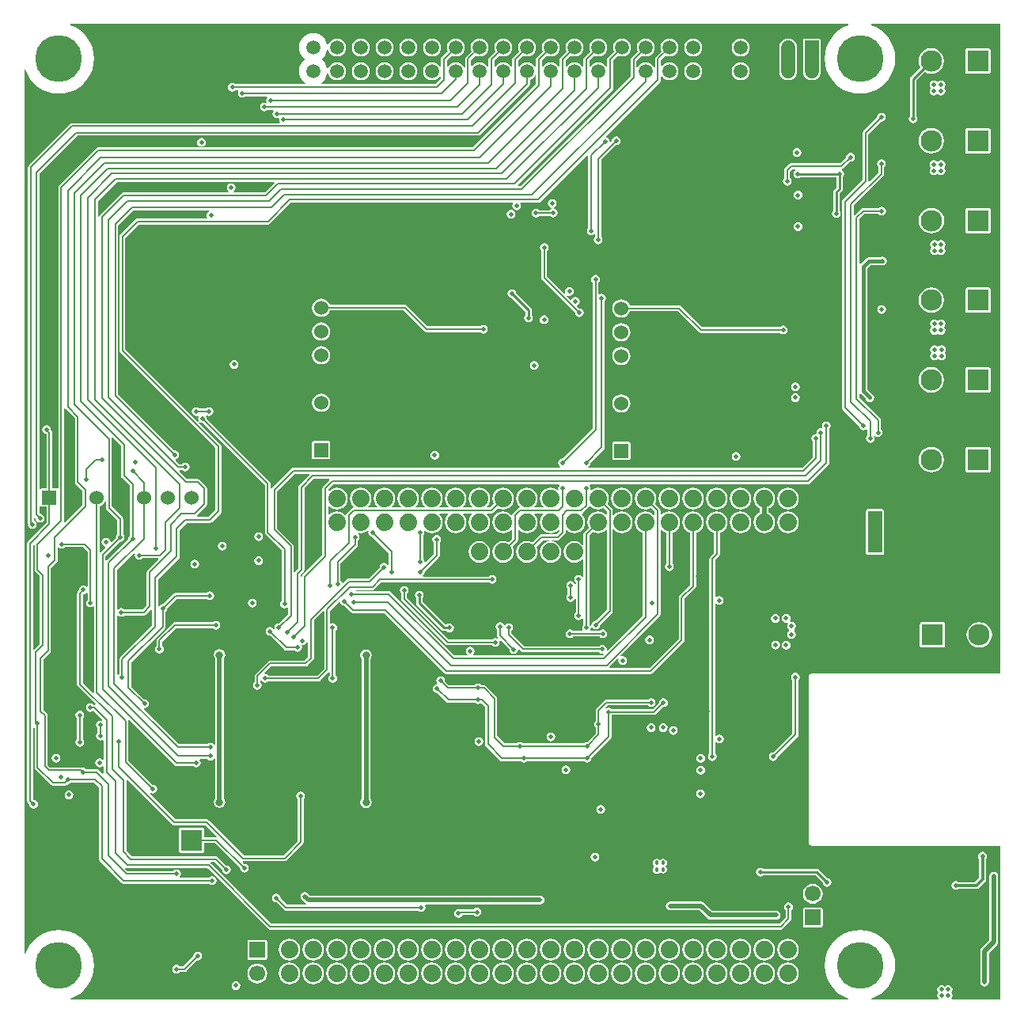
<source format=gbl>
G04 Layer_Physical_Order=4*
G04 Layer_Color=16711680*
%FSLAX44Y44*%
%MOMM*%
G71*
G01*
G75*
%ADD54C,0.3810*%
%ADD55C,0.5080*%
%ADD56C,0.2540*%
%ADD57C,0.2032*%
%ADD59C,1.5000*%
%ADD60C,0.3048*%
%ADD64C,1.5000*%
%ADD65R,1.5000X1.5000*%
%ADD66R,1.7000X1.7000*%
%ADD67C,1.7000*%
%ADD68C,2.3000*%
%ADD69R,2.3000X2.3000*%
%ADD70C,1.8796*%
%ADD71R,1.8796X1.8796*%
%ADD72C,1.5300*%
%ADD73R,1.5300X1.5300*%
%ADD74R,1.5300X1.5300*%
%ADD75R,1.5000X4.0160*%
%ADD76R,4.0160X1.5000*%
%ADD77R,1.5000X4.5160*%
%ADD78C,5.0000*%
%ADD79C,0.5080*%
%ADD80C,0.8128*%
%ADD81C,0.4572*%
%ADD82C,0.5588*%
G36*
X1046893Y351849D02*
X845566D01*
X844377Y351612D01*
X843369Y350939D01*
X842696Y349931D01*
X842459Y348742D01*
Y170942D01*
X842696Y169753D01*
X843369Y168745D01*
X844377Y168072D01*
X845566Y167835D01*
X1046893D01*
Y3107D01*
X995501D01*
X995158Y3774D01*
X995005Y4377D01*
X995927Y5756D01*
X996282Y7540D01*
X995927Y9324D01*
X994917Y10836D01*
X994853Y10879D01*
X995673Y12106D01*
X996028Y13890D01*
X995673Y15674D01*
X994662Y17186D01*
X993150Y18197D01*
X991366Y18552D01*
X989582Y18197D01*
X988070Y17186D01*
X987709D01*
X986197Y18197D01*
X984413Y18552D01*
X982629Y18197D01*
X981117Y17186D01*
X980106Y15674D01*
X979751Y13890D01*
X980106Y12106D01*
X981098Y10622D01*
X980106Y9138D01*
X979751Y7354D01*
X980106Y5570D01*
X980903Y4377D01*
X980428Y3107D01*
X909326D01*
X909074Y4377D01*
X914092Y6455D01*
X919129Y9542D01*
X923621Y13379D01*
X927458Y17871D01*
X930545Y22908D01*
X932805Y28366D01*
X934185Y34111D01*
X934648Y40000D01*
X934185Y45889D01*
X932805Y51634D01*
X930545Y57092D01*
X927458Y62129D01*
X923621Y66621D01*
X919129Y70458D01*
X914092Y73545D01*
X908634Y75805D01*
X902889Y77185D01*
X897000Y77648D01*
X891111Y77185D01*
X885366Y75805D01*
X879908Y73545D01*
X874871Y70458D01*
X870379Y66621D01*
X866542Y62129D01*
X863455Y57092D01*
X861195Y51634D01*
X859816Y45889D01*
X859352Y40000D01*
X859816Y34111D01*
X861195Y28366D01*
X863455Y22908D01*
X866542Y17871D01*
X870379Y13379D01*
X874871Y9542D01*
X879908Y6455D01*
X884926Y4377D01*
X884674Y3107D01*
X52327D01*
X52074Y4377D01*
X57091Y6455D01*
X62128Y9541D01*
X66621Y13378D01*
X70457Y17870D01*
X73544Y22908D01*
X75805Y28365D01*
X77184Y34110D01*
X77647Y39999D01*
X77184Y45889D01*
X75805Y51633D01*
X73544Y57091D01*
X70457Y62128D01*
X66621Y66620D01*
X62128Y70457D01*
X57091Y73544D01*
X51633Y75805D01*
X45889Y77184D01*
X39999Y77647D01*
X34110Y77184D01*
X28365Y75805D01*
X22908Y73544D01*
X17870Y70457D01*
X13378Y66620D01*
X9541Y62128D01*
X6455Y57091D01*
X4377Y52074D01*
X3107Y52327D01*
Y997672D01*
X4377Y997925D01*
X6455Y992908D01*
X9541Y987871D01*
X13378Y983379D01*
X17870Y979542D01*
X22908Y976455D01*
X28365Y974194D01*
X34110Y972815D01*
X39999Y972352D01*
X45889Y972815D01*
X51633Y974194D01*
X57091Y976455D01*
X62128Y979542D01*
X66621Y983379D01*
X70457Y987871D01*
X73544Y992908D01*
X75805Y998366D01*
X77184Y1004110D01*
X77647Y1010000D01*
X77184Y1015889D01*
X75805Y1021634D01*
X73544Y1027092D01*
X70457Y1032129D01*
X66621Y1036621D01*
X62128Y1040458D01*
X57091Y1043544D01*
X52073Y1045623D01*
X52325Y1046893D01*
X884674D01*
X884926Y1045623D01*
X879908Y1043545D01*
X874871Y1040458D01*
X870379Y1036621D01*
X866542Y1032129D01*
X863455Y1027092D01*
X861195Y1021634D01*
X859816Y1015890D01*
X859352Y1010000D01*
X859816Y1004111D01*
X861195Y998366D01*
X863455Y992908D01*
X866542Y987871D01*
X870379Y983379D01*
X874871Y979542D01*
X879908Y976455D01*
X885366Y974195D01*
X891111Y972815D01*
X897000Y972352D01*
X902889Y972815D01*
X908634Y974195D01*
X914092Y976455D01*
X919129Y979542D01*
X923621Y983379D01*
X927458Y987871D01*
X930545Y992908D01*
X932805Y998366D01*
X934185Y1004111D01*
X934648Y1010000D01*
X934185Y1015890D01*
X932805Y1021634D01*
X930545Y1027092D01*
X927458Y1032129D01*
X923621Y1036621D01*
X919129Y1040458D01*
X914092Y1043545D01*
X909074Y1045623D01*
X909326Y1046893D01*
X1046893D01*
Y351849D01*
D02*
G37*
%LPC*%
G36*
X566496Y288776D02*
X564712Y288421D01*
X563200Y287410D01*
X562189Y285898D01*
X561834Y284114D01*
X562189Y282330D01*
X563200Y280818D01*
X564712Y279807D01*
X566496Y279452D01*
X568280Y279807D01*
X569792Y280818D01*
X570803Y282330D01*
X571158Y284114D01*
X570803Y285898D01*
X569792Y287410D01*
X568280Y288421D01*
X566496Y288776D01*
D02*
G37*
G36*
X697484Y295673D02*
X695700Y295318D01*
X694188Y294307D01*
X693177Y292795D01*
X692822Y291011D01*
X693177Y289227D01*
X694188Y287715D01*
X695700Y286704D01*
X697484Y286350D01*
X699268Y286704D01*
X700780Y287715D01*
X701791Y289227D01*
X702146Y291011D01*
X701791Y292795D01*
X700780Y294307D01*
X699268Y295318D01*
X697484Y295673D01*
D02*
G37*
G36*
X489262Y283866D02*
X487478Y283511D01*
X485966Y282500D01*
X484955Y280988D01*
X484600Y279204D01*
X484955Y277420D01*
X485966Y275908D01*
X487478Y274897D01*
X489262Y274542D01*
X491046Y274897D01*
X492558Y275908D01*
X493569Y277420D01*
X493923Y279204D01*
X493569Y280988D01*
X492558Y282500D01*
X491046Y283511D01*
X489262Y283866D01*
D02*
G37*
G36*
X642366Y42771D02*
X639382Y42378D01*
X636602Y41226D01*
X634214Y39394D01*
X632382Y37006D01*
X631230Y34226D01*
X630837Y31242D01*
X631230Y28258D01*
X632382Y25478D01*
X634214Y23090D01*
X636602Y21258D01*
X639382Y20106D01*
X642366Y19713D01*
X645350Y20106D01*
X648130Y21258D01*
X650518Y23090D01*
X652350Y25478D01*
X653502Y28258D01*
X653895Y31242D01*
X653502Y34226D01*
X652350Y37006D01*
X650518Y39394D01*
X648130Y41226D01*
X645350Y42378D01*
X642366Y42771D01*
D02*
G37*
G36*
X673604Y298798D02*
X671820Y298443D01*
X670308Y297432D01*
X669297Y295920D01*
X668942Y294136D01*
X669297Y292352D01*
X670308Y290840D01*
X671820Y289829D01*
X673604Y289475D01*
X675388Y289829D01*
X676900Y290840D01*
X677911Y292352D01*
X678266Y294136D01*
X677911Y295920D01*
X676900Y297432D01*
X675388Y298443D01*
X673604Y298798D01*
D02*
G37*
G36*
X616966Y42771D02*
X613982Y42378D01*
X611202Y41226D01*
X608814Y39394D01*
X606982Y37006D01*
X605830Y34226D01*
X605437Y31242D01*
X605830Y28258D01*
X606982Y25478D01*
X608814Y23090D01*
X611202Y21258D01*
X613982Y20106D01*
X616966Y19713D01*
X619950Y20106D01*
X622730Y21258D01*
X625118Y23090D01*
X626950Y25478D01*
X628102Y28258D01*
X628495Y31242D01*
X628102Y34226D01*
X626950Y37006D01*
X625118Y39394D01*
X622730Y41226D01*
X619950Y42378D01*
X616966Y42771D01*
D02*
G37*
G36*
X591566D02*
X588582Y42378D01*
X585802Y41226D01*
X583414Y39394D01*
X581582Y37006D01*
X580430Y34226D01*
X580037Y31242D01*
X580430Y28258D01*
X581582Y25478D01*
X583414Y23090D01*
X585802Y21258D01*
X588582Y20106D01*
X591566Y19713D01*
X594550Y20106D01*
X597330Y21258D01*
X599718Y23090D01*
X601550Y25478D01*
X602702Y28258D01*
X603095Y31242D01*
X602702Y34226D01*
X601550Y37006D01*
X599718Y39394D01*
X597330Y41226D01*
X594550Y42378D01*
X591566Y42771D01*
D02*
G37*
G36*
X686812Y298798D02*
X685028Y298443D01*
X683516Y297432D01*
X682505Y295920D01*
X682150Y294136D01*
X682505Y292352D01*
X683516Y290840D01*
X685028Y289829D01*
X686812Y289475D01*
X688596Y289829D01*
X690108Y290840D01*
X691119Y292352D01*
X691473Y294136D01*
X691119Y295920D01*
X690108Y297432D01*
X688596Y298443D01*
X686812Y298798D01*
D02*
G37*
G36*
X448564Y348832D02*
X446780Y348477D01*
X445268Y347466D01*
X444257Y345954D01*
X443902Y344170D01*
X444257Y342386D01*
X444752Y341646D01*
X444109Y340321D01*
X442970Y340095D01*
X441458Y339084D01*
X440447Y337572D01*
X440092Y335788D01*
X440447Y334004D01*
X441458Y332492D01*
X442970Y331481D01*
X444754Y331126D01*
X444976Y331171D01*
X454495Y321652D01*
X455503Y320979D01*
X456692Y320742D01*
X485030D01*
X485156Y320554D01*
X486668Y319543D01*
X488452Y319188D01*
X490236Y319543D01*
X491696Y320519D01*
X496002Y316213D01*
Y276316D01*
X496239Y275127D01*
X496912Y274118D01*
X511862Y259168D01*
X512871Y258495D01*
X514060Y258258D01*
X534042D01*
X534168Y258070D01*
X535680Y257059D01*
X537464Y256704D01*
X539248Y257059D01*
X540760Y258070D01*
X540886Y258258D01*
X601606D01*
X601732Y258070D01*
X603244Y257059D01*
X605028Y256704D01*
X606812Y257059D01*
X608324Y258070D01*
X609335Y259582D01*
X609690Y261366D01*
X609645Y261588D01*
X630326Y282269D01*
X630999Y283277D01*
X631236Y284466D01*
Y307474D01*
X631424Y307600D01*
X631550Y307788D01*
X676720D01*
X677909Y308025D01*
X678917Y308699D01*
X686654Y316435D01*
X686876Y316390D01*
X688660Y316745D01*
X690172Y317756D01*
X691183Y319268D01*
X691538Y321052D01*
X691183Y322836D01*
X690172Y324348D01*
X688660Y325359D01*
X686876Y325714D01*
X685092Y325359D01*
X683580Y324348D01*
X682569Y322836D01*
X682214Y321052D01*
X682259Y320830D01*
X675433Y314004D01*
X631550D01*
X631424Y314192D01*
X629912Y315203D01*
X628128Y315558D01*
X626344Y315203D01*
X625891Y314900D01*
X625081Y315886D01*
X627139Y317944D01*
X670182D01*
X670308Y317756D01*
X671820Y316745D01*
X673604Y316390D01*
X675388Y316745D01*
X676900Y317756D01*
X677911Y319268D01*
X678266Y321052D01*
X677911Y322836D01*
X676900Y324348D01*
X675388Y325359D01*
X673604Y325714D01*
X671820Y325359D01*
X670308Y324348D01*
X670182Y324160D01*
X625852D01*
X624663Y323923D01*
X623655Y323250D01*
X615276Y314872D01*
X614603Y313863D01*
X614366Y312674D01*
Y301618D01*
X614178Y301492D01*
X613167Y299980D01*
X612812Y298196D01*
X613167Y296412D01*
X614178Y294900D01*
X614366Y294774D01*
Y287799D01*
X605250Y278683D01*
X605028Y278728D01*
X603244Y278373D01*
X601732Y277362D01*
X601606Y277174D01*
X536828D01*
X536714Y277344D01*
X535202Y278355D01*
X533418Y278710D01*
X531634Y278355D01*
X530122Y277344D01*
X530008Y277174D01*
X516871D01*
X509076Y284969D01*
Y325374D01*
X508839Y326563D01*
X508166Y327571D01*
X496990Y338747D01*
X495981Y339421D01*
X494792Y339658D01*
X491874D01*
X491748Y339846D01*
X490236Y340857D01*
X488452Y341212D01*
X486668Y340857D01*
X485156Y339846D01*
X485030Y339658D01*
X457471D01*
X453181Y343948D01*
X453226Y344170D01*
X452871Y345954D01*
X451860Y347466D01*
X450348Y348477D01*
X448564Y348832D01*
D02*
G37*
G36*
X50923Y226780D02*
X49139Y226425D01*
X47627Y225415D01*
X46616Y223903D01*
X46261Y222119D01*
X46616Y220335D01*
X47627Y218822D01*
X49139Y217812D01*
X50923Y217457D01*
X52707Y217812D01*
X54219Y218822D01*
X55230Y220335D01*
X55584Y222119D01*
X55230Y223903D01*
X54219Y225415D01*
X52707Y226425D01*
X50923Y226780D01*
D02*
G37*
G36*
X726440Y227928D02*
X724656Y227573D01*
X723144Y226562D01*
X722133Y225050D01*
X721778Y223266D01*
X722133Y221482D01*
X723144Y219970D01*
X724656Y218959D01*
X726440Y218604D01*
X728224Y218959D01*
X729736Y219970D01*
X730747Y221482D01*
X731102Y223266D01*
X730747Y225050D01*
X729736Y226562D01*
X728224Y227573D01*
X726440Y227928D01*
D02*
G37*
G36*
X368592Y377795D02*
X366213Y377322D01*
X364197Y375975D01*
X362850Y373959D01*
X362377Y371580D01*
X362850Y369201D01*
X363930Y367584D01*
Y218176D01*
X362850Y216558D01*
X362377Y214180D01*
X362850Y211801D01*
X364197Y209785D01*
X366213Y208438D01*
X368592Y207965D01*
X370970Y208438D01*
X372987Y209785D01*
X374334Y211801D01*
X374807Y214180D01*
X374334Y216558D01*
X373254Y218176D01*
Y367584D01*
X374334Y369201D01*
X374807Y371580D01*
X374334Y373959D01*
X372987Y375975D01*
X370970Y377322D01*
X368592Y377795D01*
D02*
G37*
G36*
X686258Y153863D02*
X684573Y153528D01*
X683987Y153136D01*
X682990Y152649D01*
X681993Y153136D01*
X681407Y153528D01*
X679722Y153863D01*
X678037Y153528D01*
X676609Y152573D01*
X675654Y151145D01*
X675319Y149460D01*
X675654Y147775D01*
X676414Y146639D01*
X676585Y146068D01*
X676485Y144902D01*
X675841Y143938D01*
X675506Y142253D01*
X675841Y140568D01*
X676795Y139140D01*
X678223Y138186D01*
X679908Y137850D01*
X681593Y138186D01*
X683021Y139140D01*
X683177Y139373D01*
X684573Y138440D01*
X686258Y138104D01*
X687943Y138440D01*
X689371Y139394D01*
X690325Y140822D01*
X690661Y142507D01*
X690325Y144192D01*
X689371Y145620D01*
Y146347D01*
X690325Y147775D01*
X690661Y149460D01*
X690325Y151145D01*
X689371Y152573D01*
X687943Y153528D01*
X686258Y153863D01*
D02*
G37*
G36*
X619760Y211334D02*
X617976Y210979D01*
X616464Y209968D01*
X615453Y208456D01*
X615098Y206672D01*
X615453Y204888D01*
X616464Y203376D01*
X617976Y202365D01*
X619760Y202010D01*
X621544Y202365D01*
X623056Y203376D01*
X624067Y204888D01*
X624422Y206672D01*
X624067Y208456D01*
X623056Y209968D01*
X621544Y210979D01*
X619760Y211334D01*
D02*
G37*
G36*
X667766Y42771D02*
X664782Y42378D01*
X662002Y41226D01*
X659614Y39394D01*
X657782Y37006D01*
X656630Y34226D01*
X656237Y31242D01*
X656630Y28258D01*
X657782Y25478D01*
X659614Y23090D01*
X662002Y21258D01*
X664782Y20106D01*
X667766Y19713D01*
X670750Y20106D01*
X673530Y21258D01*
X675918Y23090D01*
X677750Y25478D01*
X678902Y28258D01*
X679295Y31242D01*
X678902Y34226D01*
X677750Y37006D01*
X675918Y39394D01*
X673530Y41226D01*
X670750Y42378D01*
X667766Y42771D01*
D02*
G37*
G36*
X828040Y352860D02*
X826256Y352505D01*
X824744Y351494D01*
X823733Y349982D01*
X823378Y348198D01*
X823733Y346414D01*
X824744Y344902D01*
X824932Y344776D01*
Y287799D01*
X804640Y267507D01*
X804418Y267552D01*
X802634Y267197D01*
X801122Y266186D01*
X800111Y264674D01*
X799756Y262890D01*
X800111Y261106D01*
X801122Y259594D01*
X802634Y258583D01*
X804418Y258228D01*
X806202Y258583D01*
X807714Y259594D01*
X808725Y261106D01*
X809080Y262890D01*
X809035Y263112D01*
X830238Y284314D01*
X830911Y285323D01*
X831148Y286512D01*
Y344776D01*
X831336Y344902D01*
X832347Y346414D01*
X832702Y348198D01*
X832347Y349982D01*
X831336Y351494D01*
X829824Y352505D01*
X828040Y352860D01*
D02*
G37*
G36*
X726694Y266028D02*
X724910Y265673D01*
X723398Y264662D01*
X722387Y263150D01*
X722032Y261366D01*
X722387Y259582D01*
X723398Y258070D01*
X724910Y257059D01*
X726694Y256704D01*
X728478Y257059D01*
X729990Y258070D01*
X731001Y259582D01*
X731356Y261366D01*
X731001Y263150D01*
X729990Y264662D01*
X728478Y265673D01*
X726694Y266028D01*
D02*
G37*
G36*
Y253328D02*
X724910Y252973D01*
X723398Y251962D01*
X722387Y250450D01*
X722032Y248666D01*
X722387Y246882D01*
X723398Y245370D01*
X724910Y244359D01*
X726694Y244004D01*
X728478Y244359D01*
X729990Y245370D01*
X731001Y246882D01*
X731356Y248666D01*
X731001Y250450D01*
X729990Y251962D01*
X728478Y252973D01*
X726694Y253328D01*
D02*
G37*
G36*
X582676Y253546D02*
X580892Y253191D01*
X579380Y252180D01*
X578369Y250668D01*
X578014Y248884D01*
X578369Y247100D01*
X579380Y245588D01*
X580892Y244577D01*
X582676Y244222D01*
X584460Y244577D01*
X585972Y245588D01*
X586983Y247100D01*
X587338Y248884D01*
X586983Y250668D01*
X585972Y252180D01*
X584460Y253191D01*
X582676Y253546D01*
D02*
G37*
G36*
X566166Y42771D02*
X563182Y42378D01*
X560402Y41226D01*
X558014Y39394D01*
X556182Y37006D01*
X555030Y34226D01*
X554637Y31242D01*
X555030Y28258D01*
X556182Y25478D01*
X558014Y23090D01*
X560402Y21258D01*
X563182Y20106D01*
X566166Y19713D01*
X569150Y20106D01*
X571930Y21258D01*
X574318Y23090D01*
X576150Y25478D01*
X577302Y28258D01*
X577695Y31242D01*
X577302Y34226D01*
X576150Y37006D01*
X574318Y39394D01*
X571930Y41226D01*
X569150Y42378D01*
X566166Y42771D01*
D02*
G37*
G36*
X743966Y525371D02*
X740982Y524978D01*
X738202Y523826D01*
X735814Y521994D01*
X733982Y519606D01*
X732830Y516826D01*
X732437Y513842D01*
X732830Y510858D01*
X733982Y508078D01*
X735814Y505690D01*
X738202Y503858D01*
X740858Y502757D01*
Y480878D01*
X736943Y476962D01*
X736269Y475954D01*
X736032Y474765D01*
Y266312D01*
X735844Y266186D01*
X734833Y264674D01*
X734478Y262890D01*
X734833Y261106D01*
X735844Y259594D01*
X737356Y258583D01*
X739140Y258228D01*
X740924Y258583D01*
X742436Y259594D01*
X743447Y261106D01*
X743802Y262890D01*
X743447Y264674D01*
X742436Y266186D01*
X742248Y266312D01*
Y278155D01*
X742780Y278483D01*
X743518Y278696D01*
X744842Y277811D01*
X746626Y277456D01*
X748410Y277811D01*
X749922Y278822D01*
X750933Y280334D01*
X751288Y282118D01*
X750933Y283902D01*
X749922Y285414D01*
X748410Y286425D01*
X746626Y286780D01*
X744842Y286425D01*
X743518Y285540D01*
X742780Y285753D01*
X742248Y286081D01*
Y426348D01*
X743518Y426814D01*
X744722Y426009D01*
X746506Y425654D01*
X748290Y426009D01*
X749802Y427020D01*
X750813Y428532D01*
X751168Y430316D01*
X750813Y432100D01*
X749802Y433612D01*
X748290Y434623D01*
X746506Y434978D01*
X744722Y434623D01*
X743518Y433818D01*
X742248Y434284D01*
Y473478D01*
X746163Y477393D01*
X746837Y478402D01*
X747074Y479591D01*
Y502757D01*
X749730Y503858D01*
X752118Y505690D01*
X753950Y508078D01*
X755102Y510858D01*
X755495Y513842D01*
X755102Y516826D01*
X753950Y519606D01*
X752118Y521994D01*
X749730Y523826D01*
X746950Y524978D01*
X743966Y525371D01*
D02*
G37*
G36*
X489966Y42771D02*
X486982Y42378D01*
X484202Y41226D01*
X481814Y39394D01*
X479982Y37006D01*
X478830Y34226D01*
X478437Y31242D01*
X478830Y28258D01*
X479982Y25478D01*
X481814Y23090D01*
X484202Y21258D01*
X486982Y20106D01*
X489966Y19713D01*
X492950Y20106D01*
X495730Y21258D01*
X498118Y23090D01*
X499950Y25478D01*
X501102Y28258D01*
X501495Y31242D01*
X501102Y34226D01*
X499950Y37006D01*
X498118Y39394D01*
X495730Y41226D01*
X492950Y42378D01*
X489966Y42771D01*
D02*
G37*
G36*
X515366D02*
X512382Y42378D01*
X509602Y41226D01*
X507214Y39394D01*
X505382Y37006D01*
X504230Y34226D01*
X503837Y31242D01*
X504230Y28258D01*
X505382Y25478D01*
X507214Y23090D01*
X509602Y21258D01*
X512382Y20106D01*
X515366Y19713D01*
X518350Y20106D01*
X521130Y21258D01*
X523518Y23090D01*
X525350Y25478D01*
X526502Y28258D01*
X526895Y31242D01*
X526502Y34226D01*
X525350Y37006D01*
X523518Y39394D01*
X521130Y41226D01*
X518350Y42378D01*
X515366Y42771D01*
D02*
G37*
G36*
X246960Y431890D02*
X245176Y431535D01*
X243664Y430524D01*
X242653Y429012D01*
X242299Y427228D01*
X242653Y425444D01*
X243664Y423932D01*
X245176Y422921D01*
X246960Y422566D01*
X248744Y422921D01*
X250256Y423932D01*
X251267Y425444D01*
X251622Y427228D01*
X251267Y429012D01*
X250256Y430524D01*
X248744Y431535D01*
X246960Y431890D01*
D02*
G37*
G36*
X464566Y42771D02*
X461582Y42378D01*
X458802Y41226D01*
X456414Y39394D01*
X454582Y37006D01*
X453430Y34226D01*
X453037Y31242D01*
X453430Y28258D01*
X454582Y25478D01*
X456414Y23090D01*
X458802Y21258D01*
X461582Y20106D01*
X464566Y19713D01*
X467550Y20106D01*
X470330Y21258D01*
X472718Y23090D01*
X474550Y25478D01*
X475702Y28258D01*
X476095Y31242D01*
X475702Y34226D01*
X474550Y37006D01*
X472718Y39394D01*
X470330Y41226D01*
X467550Y42378D01*
X464566Y42771D01*
D02*
G37*
G36*
X489966Y493621D02*
X486982Y493228D01*
X484202Y492076D01*
X481814Y490244D01*
X479982Y487856D01*
X478830Y485076D01*
X478437Y482092D01*
X478830Y479108D01*
X479982Y476328D01*
X481814Y473940D01*
X484202Y472108D01*
X486982Y470956D01*
X489966Y470563D01*
X492950Y470956D01*
X495730Y472108D01*
X498118Y473940D01*
X499950Y476328D01*
X501102Y479108D01*
X501495Y482092D01*
X501102Y485076D01*
X499950Y487856D01*
X498118Y490244D01*
X495730Y492076D01*
X492950Y493228D01*
X489966Y493621D01*
D02*
G37*
G36*
X920602Y528072D02*
X905602D01*
X904809Y527914D01*
X904137Y527465D01*
X903688Y526793D01*
X903530Y526000D01*
Y480840D01*
X903688Y480047D01*
X904137Y479375D01*
X904809Y478926D01*
X905602Y478768D01*
X920602D01*
X921395Y478926D01*
X922067Y479375D01*
X922516Y480047D01*
X922674Y480840D01*
Y526000D01*
X922516Y526793D01*
X922067Y527465D01*
X921395Y527914D01*
X920602Y528072D01*
D02*
G37*
G36*
X185420Y473638D02*
X183636Y473283D01*
X182124Y472272D01*
X181113Y470760D01*
X180758Y468976D01*
X181113Y467192D01*
X182124Y465680D01*
X183636Y464669D01*
X185420Y464314D01*
X187204Y464669D01*
X188716Y465680D01*
X189727Y467192D01*
X190082Y468976D01*
X189727Y470760D01*
X188716Y472272D01*
X187204Y473283D01*
X185420Y473638D01*
D02*
G37*
G36*
X253747Y477448D02*
X251963Y477093D01*
X250450Y476082D01*
X249440Y474570D01*
X249085Y472786D01*
X249440Y471002D01*
X250450Y469490D01*
X251963Y468479D01*
X253747Y468124D01*
X255531Y468479D01*
X257043Y469490D01*
X258053Y471002D01*
X258408Y472786D01*
X258053Y474570D01*
X257043Y476082D01*
X255531Y477093D01*
X253747Y477448D01*
D02*
G37*
G36*
X540766Y42771D02*
X537782Y42378D01*
X535002Y41226D01*
X532614Y39394D01*
X530782Y37006D01*
X529630Y34226D01*
X529237Y31242D01*
X529630Y28258D01*
X530782Y25478D01*
X532614Y23090D01*
X535002Y21258D01*
X537782Y20106D01*
X540766Y19713D01*
X543750Y20106D01*
X546530Y21258D01*
X548918Y23090D01*
X550750Y25478D01*
X551902Y28258D01*
X552295Y31242D01*
X551902Y34226D01*
X550750Y37006D01*
X548918Y39394D01*
X546530Y41226D01*
X543750Y42378D01*
X540766Y42771D01*
D02*
G37*
G36*
X1024744Y407095D02*
X1021211Y406630D01*
X1017920Y405266D01*
X1015093Y403097D01*
X1012924Y400270D01*
X1011560Y396979D01*
X1011095Y393446D01*
X1011560Y389913D01*
X1012924Y386622D01*
X1015093Y383795D01*
X1017920Y381626D01*
X1021211Y380262D01*
X1024744Y379797D01*
X1028277Y380262D01*
X1031568Y381626D01*
X1034395Y383795D01*
X1036564Y386622D01*
X1037928Y389913D01*
X1038393Y393446D01*
X1037928Y396979D01*
X1036564Y400270D01*
X1034395Y403097D01*
X1031568Y405266D01*
X1028277Y406630D01*
X1024744Y407095D01*
D02*
G37*
G36*
X986244Y407018D02*
X963244D01*
X962451Y406860D01*
X961779Y406411D01*
X961330Y405739D01*
X961172Y404946D01*
Y381946D01*
X961330Y381153D01*
X961779Y380481D01*
X962451Y380032D01*
X963244Y379874D01*
X986244D01*
X987037Y380032D01*
X987709Y380481D01*
X988158Y381153D01*
X988316Y381946D01*
Y404946D01*
X988158Y405739D01*
X987709Y406411D01*
X987037Y406860D01*
X986244Y407018D01*
D02*
G37*
G36*
X806870Y387150D02*
X805086Y386795D01*
X803574Y385784D01*
X802563Y384272D01*
X802209Y382488D01*
X802563Y380704D01*
X803574Y379192D01*
X805086Y378181D01*
X806870Y377826D01*
X808654Y378181D01*
X810166Y379192D01*
X811177Y380704D01*
X811532Y382488D01*
X811177Y384272D01*
X810166Y385784D01*
X808654Y386795D01*
X806870Y387150D01*
D02*
G37*
G36*
X818134D02*
X816350Y386795D01*
X814838Y385784D01*
X813827Y384272D01*
X813472Y382488D01*
X813827Y380704D01*
X814838Y379192D01*
X816350Y378181D01*
X818134Y377826D01*
X819918Y378181D01*
X821430Y379192D01*
X822441Y380704D01*
X822796Y382488D01*
X822441Y384272D01*
X821430Y385784D01*
X819918Y386795D01*
X818134Y387150D01*
D02*
G37*
G36*
X671811Y392658D02*
X670027Y392303D01*
X668515Y391292D01*
X667504Y389780D01*
X667150Y387996D01*
X667504Y386212D01*
X668515Y384700D01*
X670027Y383689D01*
X671811Y383335D01*
X673595Y383689D01*
X675107Y384700D01*
X676118Y386212D01*
X676473Y387996D01*
X676118Y389780D01*
X675107Y391292D01*
X673595Y392303D01*
X671811Y392658D01*
D02*
G37*
G36*
X207900Y408268D02*
X206116Y407913D01*
X204604Y406902D01*
X204478Y406714D01*
X163830D01*
X162641Y406477D01*
X161632Y405803D01*
X145377Y389548D01*
X144703Y388539D01*
X144466Y387350D01*
Y381628D01*
X144278Y381502D01*
X143267Y379990D01*
X142912Y378206D01*
X143267Y376422D01*
X144278Y374910D01*
X145790Y373899D01*
X147574Y373544D01*
X149358Y373899D01*
X150870Y374910D01*
X151881Y376422D01*
X152236Y378206D01*
X151881Y379990D01*
X150870Y381502D01*
X150682Y381628D01*
Y386063D01*
X165117Y400498D01*
X204478D01*
X204604Y400310D01*
X206116Y399299D01*
X207900Y398944D01*
X209684Y399299D01*
X211196Y400310D01*
X212207Y401822D01*
X212562Y403606D01*
X212207Y405390D01*
X211196Y406902D01*
X209684Y407913D01*
X207900Y408268D01*
D02*
G37*
G36*
X806704Y415598D02*
X804920Y415243D01*
X803408Y414232D01*
X802397Y412720D01*
X802042Y410936D01*
X802397Y409152D01*
X803408Y407640D01*
X804920Y406629D01*
X806704Y406274D01*
X808488Y406629D01*
X810000Y407640D01*
X811011Y409152D01*
X811366Y410936D01*
X811011Y412720D01*
X810000Y414232D01*
X808488Y415243D01*
X806704Y415598D01*
D02*
G37*
G36*
X818134D02*
X816350Y415243D01*
X814838Y414232D01*
X813827Y412720D01*
X813472Y410936D01*
X813827Y409152D01*
X814838Y407640D01*
X816350Y406629D01*
X818134Y406274D01*
X819412Y406529D01*
X820181Y405394D01*
X819669Y404628D01*
X819314Y402844D01*
X819669Y401060D01*
X820680Y399548D01*
X821283Y399145D01*
Y397617D01*
X820680Y397214D01*
X819669Y395702D01*
X819314Y393918D01*
X819669Y392134D01*
X820680Y390622D01*
X822192Y389611D01*
X823976Y389256D01*
X825760Y389611D01*
X827272Y390622D01*
X828283Y392134D01*
X828638Y393918D01*
X828283Y395702D01*
X827272Y397214D01*
X826669Y397617D01*
Y399145D01*
X827272Y399548D01*
X828283Y401060D01*
X828638Y402844D01*
X828283Y404628D01*
X827272Y406140D01*
X825760Y407151D01*
X823976Y407506D01*
X822698Y407251D01*
X821929Y408386D01*
X822441Y409152D01*
X822796Y410936D01*
X822441Y412720D01*
X821430Y414232D01*
X819918Y415243D01*
X818134Y415598D01*
D02*
G37*
G36*
X425450Y440272D02*
X423666Y439917D01*
X422154Y438906D01*
X421143Y437394D01*
X420788Y435610D01*
X421143Y433826D01*
X422083Y432419D01*
Y427228D01*
X422340Y425940D01*
X423069Y424847D01*
X449485Y398431D01*
X450578Y397702D01*
X451866Y397445D01*
X454771D01*
X456178Y396505D01*
X457962Y396150D01*
X459746Y396505D01*
X461258Y397516D01*
X462269Y399028D01*
X462624Y400812D01*
X462269Y402596D01*
X461258Y404108D01*
X459746Y405119D01*
X457962Y405474D01*
X456178Y405119D01*
X454771Y404179D01*
X453260D01*
X428817Y428623D01*
Y432419D01*
X429757Y433826D01*
X430112Y435610D01*
X429757Y437394D01*
X428746Y438906D01*
X427234Y439917D01*
X425450Y440272D01*
D02*
G37*
G36*
X413766Y68171D02*
X410782Y67778D01*
X408002Y66626D01*
X405614Y64794D01*
X403782Y62406D01*
X402630Y59626D01*
X402237Y56642D01*
X402630Y53658D01*
X403782Y50878D01*
X405614Y48490D01*
X408002Y46658D01*
X410782Y45506D01*
X413766Y45113D01*
X416750Y45506D01*
X419530Y46658D01*
X421918Y48490D01*
X423750Y50878D01*
X424902Y53658D01*
X425295Y56642D01*
X424902Y59626D01*
X423750Y62406D01*
X421918Y64794D01*
X419530Y66626D01*
X416750Y67778D01*
X413766Y68171D01*
D02*
G37*
G36*
X439166D02*
X436182Y67778D01*
X433402Y66626D01*
X431014Y64794D01*
X429182Y62406D01*
X428030Y59626D01*
X427637Y56642D01*
X428030Y53658D01*
X429182Y50878D01*
X431014Y48490D01*
X433402Y46658D01*
X436182Y45506D01*
X439166Y45113D01*
X442150Y45506D01*
X444930Y46658D01*
X447318Y48490D01*
X449150Y50878D01*
X450302Y53658D01*
X450695Y56642D01*
X450302Y59626D01*
X449150Y62406D01*
X447318Y64794D01*
X444930Y66626D01*
X442150Y67778D01*
X439166Y68171D01*
D02*
G37*
G36*
X362966D02*
X359982Y67778D01*
X357202Y66626D01*
X354814Y64794D01*
X352982Y62406D01*
X351830Y59626D01*
X351437Y56642D01*
X351830Y53658D01*
X352982Y50878D01*
X354814Y48490D01*
X357202Y46658D01*
X359982Y45506D01*
X362966Y45113D01*
X365950Y45506D01*
X368730Y46658D01*
X371118Y48490D01*
X372950Y50878D01*
X374102Y53658D01*
X374495Y56642D01*
X374102Y59626D01*
X372950Y62406D01*
X371118Y64794D01*
X368730Y66626D01*
X365950Y67778D01*
X362966Y68171D01*
D02*
G37*
G36*
X388366D02*
X385382Y67778D01*
X382602Y66626D01*
X380214Y64794D01*
X378382Y62406D01*
X377230Y59626D01*
X376837Y56642D01*
X377230Y53658D01*
X378382Y50878D01*
X380214Y48490D01*
X382602Y46658D01*
X385382Y45506D01*
X388366Y45113D01*
X391350Y45506D01*
X394130Y46658D01*
X396518Y48490D01*
X398350Y50878D01*
X399502Y53658D01*
X399895Y56642D01*
X399502Y59626D01*
X398350Y62406D01*
X396518Y64794D01*
X394130Y66626D01*
X391350Y67778D01*
X388366Y68171D01*
D02*
G37*
G36*
X464566D02*
X461582Y67778D01*
X458802Y66626D01*
X456414Y64794D01*
X454582Y62406D01*
X453430Y59626D01*
X453037Y56642D01*
X453430Y53658D01*
X454582Y50878D01*
X456414Y48490D01*
X458802Y46658D01*
X461582Y45506D01*
X464566Y45113D01*
X467550Y45506D01*
X470330Y46658D01*
X472718Y48490D01*
X474550Y50878D01*
X475702Y53658D01*
X476095Y56642D01*
X475702Y59626D01*
X474550Y62406D01*
X472718Y64794D01*
X470330Y66626D01*
X467550Y67778D01*
X464566Y68171D01*
D02*
G37*
G36*
X540766D02*
X537782Y67778D01*
X535002Y66626D01*
X532614Y64794D01*
X530782Y62406D01*
X529630Y59626D01*
X529237Y56642D01*
X529630Y53658D01*
X530782Y50878D01*
X532614Y48490D01*
X535002Y46658D01*
X537782Y45506D01*
X540766Y45113D01*
X543750Y45506D01*
X546530Y46658D01*
X548918Y48490D01*
X550750Y50878D01*
X551902Y53658D01*
X552295Y56642D01*
X551902Y59626D01*
X550750Y62406D01*
X548918Y64794D01*
X546530Y66626D01*
X543750Y67778D01*
X540766Y68171D01*
D02*
G37*
G36*
X566166D02*
X563182Y67778D01*
X560402Y66626D01*
X558014Y64794D01*
X556182Y62406D01*
X555030Y59626D01*
X554637Y56642D01*
X555030Y53658D01*
X556182Y50878D01*
X558014Y48490D01*
X560402Y46658D01*
X563182Y45506D01*
X566166Y45113D01*
X569150Y45506D01*
X571930Y46658D01*
X574318Y48490D01*
X576150Y50878D01*
X577302Y53658D01*
X577695Y56642D01*
X577302Y59626D01*
X576150Y62406D01*
X574318Y64794D01*
X571930Y66626D01*
X569150Y67778D01*
X566166Y68171D01*
D02*
G37*
G36*
X489966D02*
X486982Y67778D01*
X484202Y66626D01*
X481814Y64794D01*
X479982Y62406D01*
X478830Y59626D01*
X478437Y56642D01*
X478830Y53658D01*
X479982Y50878D01*
X481814Y48490D01*
X484202Y46658D01*
X486982Y45506D01*
X489966Y45113D01*
X492950Y45506D01*
X495730Y46658D01*
X498118Y48490D01*
X499950Y50878D01*
X501102Y53658D01*
X501495Y56642D01*
X501102Y59626D01*
X499950Y62406D01*
X498118Y64794D01*
X495730Y66626D01*
X492950Y67778D01*
X489966Y68171D01*
D02*
G37*
G36*
X515366D02*
X512382Y67778D01*
X509602Y66626D01*
X507214Y64794D01*
X505382Y62406D01*
X504230Y59626D01*
X503837Y56642D01*
X504230Y53658D01*
X505382Y50878D01*
X507214Y48490D01*
X509602Y46658D01*
X512382Y45506D01*
X515366Y45113D01*
X518350Y45506D01*
X521130Y46658D01*
X523518Y48490D01*
X525350Y50878D01*
X526502Y53658D01*
X526895Y56642D01*
X526502Y59626D01*
X525350Y62406D01*
X523518Y64794D01*
X521130Y66626D01*
X518350Y67778D01*
X515366Y68171D01*
D02*
G37*
G36*
X337566D02*
X334582Y67778D01*
X331802Y66626D01*
X329414Y64794D01*
X327582Y62406D01*
X326430Y59626D01*
X326037Y56642D01*
X326430Y53658D01*
X327582Y50878D01*
X329414Y48490D01*
X331802Y46658D01*
X334582Y45506D01*
X337566Y45113D01*
X340550Y45506D01*
X343330Y46658D01*
X345718Y48490D01*
X347550Y50878D01*
X348702Y53658D01*
X349095Y56642D01*
X348702Y59626D01*
X347550Y62406D01*
X345718Y64794D01*
X343330Y66626D01*
X340550Y67778D01*
X337566Y68171D01*
D02*
G37*
G36*
X743966Y42771D02*
X740982Y42378D01*
X738202Y41226D01*
X735814Y39394D01*
X733982Y37006D01*
X732830Y34226D01*
X732437Y31242D01*
X732830Y28258D01*
X733982Y25478D01*
X735814Y23090D01*
X738202Y21258D01*
X740982Y20106D01*
X743966Y19713D01*
X746950Y20106D01*
X749730Y21258D01*
X752118Y23090D01*
X753950Y25478D01*
X755102Y28258D01*
X755495Y31242D01*
X755102Y34226D01*
X753950Y37006D01*
X752118Y39394D01*
X749730Y41226D01*
X746950Y42378D01*
X743966Y42771D01*
D02*
G37*
G36*
X769366D02*
X766382Y42378D01*
X763602Y41226D01*
X761214Y39394D01*
X759382Y37006D01*
X758230Y34226D01*
X757837Y31242D01*
X758230Y28258D01*
X759382Y25478D01*
X761214Y23090D01*
X763602Y21258D01*
X766382Y20106D01*
X769366Y19713D01*
X772350Y20106D01*
X775130Y21258D01*
X777518Y23090D01*
X779350Y25478D01*
X780502Y28258D01*
X780895Y31242D01*
X780502Y34226D01*
X779350Y37006D01*
X777518Y39394D01*
X775130Y41226D01*
X772350Y42378D01*
X769366Y42771D01*
D02*
G37*
G36*
X693166D02*
X690182Y42378D01*
X687402Y41226D01*
X685014Y39394D01*
X683182Y37006D01*
X682030Y34226D01*
X681637Y31242D01*
X682030Y28258D01*
X683182Y25478D01*
X685014Y23090D01*
X687402Y21258D01*
X690182Y20106D01*
X693166Y19713D01*
X696150Y20106D01*
X698930Y21258D01*
X701318Y23090D01*
X703150Y25478D01*
X704302Y28258D01*
X704695Y31242D01*
X704302Y34226D01*
X703150Y37006D01*
X701318Y39394D01*
X698930Y41226D01*
X696150Y42378D01*
X693166Y42771D01*
D02*
G37*
G36*
X718566D02*
X715582Y42378D01*
X712802Y41226D01*
X710414Y39394D01*
X708582Y37006D01*
X707430Y34226D01*
X707037Y31242D01*
X707430Y28258D01*
X708582Y25478D01*
X710414Y23090D01*
X712802Y21258D01*
X715582Y20106D01*
X718566Y19713D01*
X721550Y20106D01*
X724330Y21258D01*
X726718Y23090D01*
X728550Y25478D01*
X729702Y28258D01*
X730095Y31242D01*
X729702Y34226D01*
X728550Y37006D01*
X726718Y39394D01*
X724330Y41226D01*
X721550Y42378D01*
X718566Y42771D01*
D02*
G37*
G36*
X794766D02*
X791782Y42378D01*
X789002Y41226D01*
X786614Y39394D01*
X784782Y37006D01*
X783630Y34226D01*
X783237Y31242D01*
X783630Y28258D01*
X784782Y25478D01*
X786614Y23090D01*
X789002Y21258D01*
X791782Y20106D01*
X794766Y19713D01*
X797750Y20106D01*
X800530Y21258D01*
X802918Y23090D01*
X804750Y25478D01*
X805902Y28258D01*
X806295Y31242D01*
X805902Y34226D01*
X804750Y37006D01*
X802918Y39394D01*
X800530Y41226D01*
X797750Y42378D01*
X794766Y42771D01*
D02*
G37*
G36*
X286766Y68171D02*
X283782Y67778D01*
X281002Y66626D01*
X278614Y64794D01*
X276782Y62406D01*
X275630Y59626D01*
X275237Y56642D01*
X275630Y53658D01*
X276782Y50878D01*
X278614Y48490D01*
X281002Y46658D01*
X283782Y45506D01*
X286766Y45113D01*
X289750Y45506D01*
X292530Y46658D01*
X294918Y48490D01*
X296750Y50878D01*
X297902Y53658D01*
X298295Y56642D01*
X297902Y59626D01*
X296750Y62406D01*
X294918Y64794D01*
X292530Y66626D01*
X289750Y67778D01*
X286766Y68171D01*
D02*
G37*
G36*
X312166D02*
X309182Y67778D01*
X306402Y66626D01*
X304014Y64794D01*
X302182Y62406D01*
X301030Y59626D01*
X300637Y56642D01*
X301030Y53658D01*
X302182Y50878D01*
X304014Y48490D01*
X306402Y46658D01*
X309182Y45506D01*
X312166Y45113D01*
X315150Y45506D01*
X317930Y46658D01*
X320318Y48490D01*
X322150Y50878D01*
X323302Y53658D01*
X323695Y56642D01*
X323302Y59626D01*
X322150Y62406D01*
X320318Y64794D01*
X317930Y66626D01*
X315150Y67778D01*
X312166Y68171D01*
D02*
G37*
G36*
X820166Y42771D02*
X817182Y42378D01*
X814402Y41226D01*
X812014Y39394D01*
X810182Y37006D01*
X809030Y34226D01*
X808637Y31242D01*
X809030Y28258D01*
X810182Y25478D01*
X812014Y23090D01*
X814402Y21258D01*
X817182Y20106D01*
X820166Y19713D01*
X823150Y20106D01*
X825930Y21258D01*
X828318Y23090D01*
X830150Y25478D01*
X831302Y28258D01*
X831695Y31242D01*
X831302Y34226D01*
X830150Y37006D01*
X828318Y39394D01*
X825930Y41226D01*
X823150Y42378D01*
X820166Y42771D01*
D02*
G37*
G36*
X252222Y41611D02*
X249473Y41249D01*
X246911Y40188D01*
X244711Y38500D01*
X243022Y36299D01*
X241961Y33737D01*
X241599Y30988D01*
X241961Y28239D01*
X243022Y25677D01*
X244711Y23477D01*
X246911Y21788D01*
X249473Y20727D01*
X252222Y20365D01*
X254971Y20727D01*
X257533Y21788D01*
X259734Y23477D01*
X261422Y25677D01*
X262483Y28239D01*
X262845Y30988D01*
X262483Y33737D01*
X261422Y36299D01*
X259734Y38500D01*
X257533Y40188D01*
X254971Y41249D01*
X252222Y41611D01*
D02*
G37*
G36*
X591566Y68171D02*
X588582Y67778D01*
X585802Y66626D01*
X583414Y64794D01*
X581582Y62406D01*
X580430Y59626D01*
X580037Y56642D01*
X580430Y53658D01*
X581582Y50878D01*
X583414Y48490D01*
X585802Y46658D01*
X588582Y45506D01*
X591566Y45113D01*
X594550Y45506D01*
X597330Y46658D01*
X599718Y48490D01*
X601550Y50878D01*
X602702Y53658D01*
X603095Y56642D01*
X602702Y59626D01*
X601550Y62406D01*
X599718Y64794D01*
X597330Y66626D01*
X594550Y67778D01*
X591566Y68171D01*
D02*
G37*
G36*
X727406Y108053D02*
X693957D01*
X692173Y107698D01*
X690661Y106687D01*
X689650Y105175D01*
X689295Y103391D01*
X689650Y101607D01*
X690661Y100095D01*
X692173Y99084D01*
X693957Y98729D01*
X725475D01*
X734016Y90189D01*
X735528Y89178D01*
X737312Y88823D01*
X807416D01*
X809200Y89178D01*
X810712Y90189D01*
X811723Y91701D01*
X812078Y93485D01*
X811723Y95269D01*
X810712Y96781D01*
X809200Y97792D01*
X807416Y98146D01*
X739243D01*
X730702Y106687D01*
X729190Y107698D01*
X728894Y107757D01*
X727406Y108053D01*
D02*
G37*
G36*
X487172Y101436D02*
X485388Y101081D01*
X483876Y100070D01*
X483750Y99882D01*
X469138D01*
X468451Y99745D01*
X467614Y99912D01*
X465830Y99557D01*
X464318Y98546D01*
X463307Y97034D01*
X462952Y95250D01*
X463307Y93466D01*
X464318Y91954D01*
X465830Y90943D01*
X467614Y90588D01*
X469398Y90943D01*
X470910Y91954D01*
X471921Y93466D01*
X471960Y93666D01*
X483750D01*
X483876Y93478D01*
X485388Y92467D01*
X487172Y92112D01*
X488956Y92467D01*
X490468Y93478D01*
X491479Y94990D01*
X491834Y96774D01*
X491479Y98558D01*
X490468Y100070D01*
X488956Y101081D01*
X487172Y101436D01*
D02*
G37*
G36*
X260722Y66960D02*
X243722D01*
X242929Y66802D01*
X242257Y66353D01*
X241808Y65681D01*
X241650Y64888D01*
Y47888D01*
X241808Y47095D01*
X242257Y46423D01*
X242929Y45974D01*
X243722Y45816D01*
X260722D01*
X261515Y45974D01*
X262187Y46423D01*
X262636Y47095D01*
X262794Y47888D01*
Y64888D01*
X262636Y65681D01*
X262187Y66353D01*
X261515Y66802D01*
X260722Y66960D01*
D02*
G37*
G36*
X855082Y101504D02*
X838082D01*
X837289Y101346D01*
X836617Y100897D01*
X836168Y100225D01*
X836010Y99432D01*
Y82432D01*
X836168Y81639D01*
X836617Y80967D01*
X837289Y80518D01*
X838082Y80360D01*
X855082D01*
X855875Y80518D01*
X856547Y80967D01*
X856996Y81639D01*
X857154Y82432D01*
Y99432D01*
X856996Y100225D01*
X856547Y100897D01*
X855875Y101346D01*
X855082Y101504D01*
D02*
G37*
G36*
X303138Y118182D02*
X301354Y117827D01*
X299842Y116816D01*
X298831Y115304D01*
X298476Y113520D01*
X298831Y111736D01*
X299842Y110224D01*
X303554Y106512D01*
X304353Y105978D01*
X303968Y104708D01*
X284243D01*
X277413Y111538D01*
X277458Y111760D01*
X277103Y113544D01*
X276092Y115056D01*
X274580Y116067D01*
X272796Y116422D01*
X271012Y116067D01*
X269500Y115056D01*
X268489Y113544D01*
X268134Y111760D01*
X268489Y109976D01*
X269500Y108464D01*
X271012Y107453D01*
X272796Y107098D01*
X273018Y107143D01*
X280758Y99403D01*
X281767Y98729D01*
X282956Y98492D01*
X424060D01*
X424186Y98304D01*
X425698Y97293D01*
X427482Y96938D01*
X429266Y97293D01*
X430778Y98304D01*
X431789Y99816D01*
X432144Y101600D01*
X431789Y103384D01*
X431460Y103876D01*
X432138Y105146D01*
X554794D01*
X556578Y105501D01*
X558090Y106512D01*
X559101Y108024D01*
X559455Y109808D01*
X559101Y111592D01*
X558090Y113104D01*
X556578Y114115D01*
X554794Y114469D01*
X308781D01*
X306434Y116816D01*
X304922Y117827D01*
X304626Y117886D01*
X303138Y118182D01*
D02*
G37*
G36*
X1028192Y161344D02*
X1026408Y160989D01*
X1024896Y159978D01*
X1023885Y158466D01*
X1023530Y156682D01*
X1023885Y154898D01*
X1024566Y153879D01*
Y133292D01*
X1020202Y128928D01*
X1002373D01*
X1001354Y129609D01*
X999570Y129964D01*
X997786Y129609D01*
X996274Y128598D01*
X995263Y127086D01*
X994908Y125302D01*
X995263Y123518D01*
X996274Y122006D01*
X997786Y120995D01*
X999570Y120640D01*
X1001354Y120995D01*
X1002373Y121676D01*
X1021704D01*
X1021704Y121676D01*
X1023092Y121952D01*
X1024268Y122738D01*
X1030756Y129226D01*
X1030756Y129226D01*
X1031542Y130402D01*
X1031818Y131790D01*
X1031818Y131790D01*
Y153879D01*
X1032499Y154898D01*
X1032854Y156682D01*
X1032499Y158466D01*
X1031488Y159978D01*
X1029976Y160989D01*
X1028192Y161344D01*
D02*
G37*
G36*
X613410Y160110D02*
X611626Y159755D01*
X610114Y158744D01*
X609103Y157232D01*
X608748Y155448D01*
X609103Y153664D01*
X610114Y152152D01*
X611626Y151141D01*
X613410Y150786D01*
X615194Y151141D01*
X616706Y152152D01*
X617717Y153664D01*
X618072Y155448D01*
X617717Y157232D01*
X616706Y158744D01*
X615194Y159755D01*
X613410Y160110D01*
D02*
G37*
G36*
X846582Y126955D02*
X843833Y126593D01*
X841271Y125532D01*
X839071Y123843D01*
X837382Y121643D01*
X836321Y119081D01*
X835959Y116332D01*
X836321Y113583D01*
X837382Y111021D01*
X839071Y108820D01*
X841271Y107132D01*
X843833Y106071D01*
X846582Y105709D01*
X849331Y106071D01*
X851893Y107132D01*
X854093Y108820D01*
X855782Y111021D01*
X856843Y113583D01*
X857205Y116332D01*
X856843Y119081D01*
X855782Y121643D01*
X854093Y123843D01*
X851893Y125532D01*
X849331Y126593D01*
X846582Y126955D01*
D02*
G37*
G36*
X790448Y144205D02*
X788664Y143850D01*
X787152Y142839D01*
X786141Y141327D01*
X785786Y139543D01*
X786141Y137759D01*
X787152Y136247D01*
X788664Y135237D01*
X790448Y134882D01*
X792232Y135237D01*
X793639Y136177D01*
X849400D01*
X857199Y128378D01*
X857529Y126718D01*
X858540Y125206D01*
X860052Y124195D01*
X861836Y123841D01*
X863620Y124195D01*
X865132Y125206D01*
X866143Y126718D01*
X866498Y128502D01*
X866143Y130286D01*
X865132Y131798D01*
X863620Y132809D01*
X861960Y133139D01*
X853175Y141924D01*
X852083Y142654D01*
X850795Y142910D01*
X793639D01*
X792232Y143850D01*
X790448Y144205D01*
D02*
G37*
G36*
X188393Y54446D02*
X186609Y54091D01*
X185097Y53080D01*
X184086Y51568D01*
X183731Y49784D01*
X183776Y49562D01*
X173136Y38922D01*
X169284D01*
X169158Y39110D01*
X167646Y40121D01*
X165862Y40476D01*
X164078Y40121D01*
X162566Y39110D01*
X161555Y37598D01*
X161200Y35814D01*
X161555Y34030D01*
X162566Y32518D01*
X164078Y31507D01*
X165862Y31152D01*
X167646Y31507D01*
X169158Y32518D01*
X169284Y32706D01*
X174423D01*
X175612Y32943D01*
X176621Y33616D01*
X188171Y45167D01*
X188393Y45122D01*
X190177Y45477D01*
X191689Y46488D01*
X192700Y48000D01*
X193055Y49784D01*
X192700Y51568D01*
X191689Y53080D01*
X190177Y54091D01*
X188393Y54446D01*
D02*
G37*
G36*
X667766Y68171D02*
X664782Y67778D01*
X662002Y66626D01*
X659614Y64794D01*
X657782Y62406D01*
X656630Y59626D01*
X656237Y56642D01*
X656630Y53658D01*
X657782Y50878D01*
X659614Y48490D01*
X662002Y46658D01*
X664782Y45506D01*
X667766Y45113D01*
X670750Y45506D01*
X673530Y46658D01*
X675918Y48490D01*
X677750Y50878D01*
X678902Y53658D01*
X679295Y56642D01*
X678902Y59626D01*
X677750Y62406D01*
X675918Y64794D01*
X673530Y66626D01*
X670750Y67778D01*
X667766Y68171D01*
D02*
G37*
G36*
X693166D02*
X690182Y67778D01*
X687402Y66626D01*
X685014Y64794D01*
X683182Y62406D01*
X682030Y59626D01*
X681637Y56642D01*
X682030Y53658D01*
X683182Y50878D01*
X685014Y48490D01*
X687402Y46658D01*
X690182Y45506D01*
X693166Y45113D01*
X696150Y45506D01*
X698930Y46658D01*
X701318Y48490D01*
X703150Y50878D01*
X704302Y53658D01*
X704695Y56642D01*
X704302Y59626D01*
X703150Y62406D01*
X701318Y64794D01*
X698930Y66626D01*
X696150Y67778D01*
X693166Y68171D01*
D02*
G37*
G36*
X616966D02*
X613982Y67778D01*
X611202Y66626D01*
X608814Y64794D01*
X606982Y62406D01*
X605830Y59626D01*
X605437Y56642D01*
X605830Y53658D01*
X606982Y50878D01*
X608814Y48490D01*
X611202Y46658D01*
X613982Y45506D01*
X616966Y45113D01*
X619950Y45506D01*
X622730Y46658D01*
X625118Y48490D01*
X626950Y50878D01*
X628102Y53658D01*
X628495Y56642D01*
X628102Y59626D01*
X626950Y62406D01*
X625118Y64794D01*
X622730Y66626D01*
X619950Y67778D01*
X616966Y68171D01*
D02*
G37*
G36*
X642366D02*
X639382Y67778D01*
X636602Y66626D01*
X634214Y64794D01*
X632382Y62406D01*
X631230Y59626D01*
X630837Y56642D01*
X631230Y53658D01*
X632382Y50878D01*
X634214Y48490D01*
X636602Y46658D01*
X639382Y45506D01*
X642366Y45113D01*
X645350Y45506D01*
X648130Y46658D01*
X650518Y48490D01*
X652350Y50878D01*
X653502Y53658D01*
X653895Y56642D01*
X653502Y59626D01*
X652350Y62406D01*
X650518Y64794D01*
X648130Y66626D01*
X645350Y67778D01*
X642366Y68171D01*
D02*
G37*
G36*
X718566D02*
X715582Y67778D01*
X712802Y66626D01*
X710414Y64794D01*
X708582Y62406D01*
X707430Y59626D01*
X707037Y56642D01*
X707430Y53658D01*
X708582Y50878D01*
X710414Y48490D01*
X712802Y46658D01*
X715582Y45506D01*
X718566Y45113D01*
X721550Y45506D01*
X724330Y46658D01*
X726718Y48490D01*
X728550Y50878D01*
X729702Y53658D01*
X730095Y56642D01*
X729702Y59626D01*
X728550Y62406D01*
X726718Y64794D01*
X724330Y66626D01*
X721550Y67778D01*
X718566Y68171D01*
D02*
G37*
G36*
X794766D02*
X791782Y67778D01*
X789002Y66626D01*
X786614Y64794D01*
X784782Y62406D01*
X783630Y59626D01*
X783237Y56642D01*
X783630Y53658D01*
X784782Y50878D01*
X786614Y48490D01*
X789002Y46658D01*
X791782Y45506D01*
X794766Y45113D01*
X797750Y45506D01*
X800530Y46658D01*
X802918Y48490D01*
X804750Y50878D01*
X805902Y53658D01*
X806295Y56642D01*
X805902Y59626D01*
X804750Y62406D01*
X802918Y64794D01*
X800530Y66626D01*
X797750Y67778D01*
X794766Y68171D01*
D02*
G37*
G36*
X820166D02*
X817182Y67778D01*
X814402Y66626D01*
X812014Y64794D01*
X810182Y62406D01*
X809030Y59626D01*
X808637Y56642D01*
X809030Y53658D01*
X810182Y50878D01*
X812014Y48490D01*
X814402Y46658D01*
X817182Y45506D01*
X820166Y45113D01*
X823150Y45506D01*
X825930Y46658D01*
X828318Y48490D01*
X830150Y50878D01*
X831302Y53658D01*
X831695Y56642D01*
X831302Y59626D01*
X830150Y62406D01*
X828318Y64794D01*
X825930Y66626D01*
X823150Y67778D01*
X820166Y68171D01*
D02*
G37*
G36*
X743966D02*
X740982Y67778D01*
X738202Y66626D01*
X735814Y64794D01*
X733982Y62406D01*
X732830Y59626D01*
X732437Y56642D01*
X732830Y53658D01*
X733982Y50878D01*
X735814Y48490D01*
X738202Y46658D01*
X740982Y45506D01*
X743966Y45113D01*
X746950Y45506D01*
X749730Y46658D01*
X752118Y48490D01*
X753950Y50878D01*
X755102Y53658D01*
X755495Y56642D01*
X755102Y59626D01*
X753950Y62406D01*
X752118Y64794D01*
X749730Y66626D01*
X746950Y67778D01*
X743966Y68171D01*
D02*
G37*
G36*
X769366D02*
X766382Y67778D01*
X763602Y66626D01*
X761214Y64794D01*
X759382Y62406D01*
X758230Y59626D01*
X757837Y56642D01*
X758230Y53658D01*
X759382Y50878D01*
X761214Y48490D01*
X763602Y46658D01*
X766382Y45506D01*
X769366Y45113D01*
X772350Y45506D01*
X775130Y46658D01*
X777518Y48490D01*
X779350Y50878D01*
X780502Y53658D01*
X780895Y56642D01*
X780502Y59626D01*
X779350Y62406D01*
X777518Y64794D01*
X775130Y66626D01*
X772350Y67778D01*
X769366Y68171D01*
D02*
G37*
G36*
X567690Y859452D02*
X565906Y859097D01*
X564394Y858086D01*
X563383Y856574D01*
X563028Y854790D01*
X563383Y853006D01*
X564394Y851494D01*
X565906Y850483D01*
X567109Y850244D01*
X567258Y849303D01*
X567217Y848928D01*
X565796Y847978D01*
X565670Y847790D01*
X553972D01*
X553846Y847978D01*
X552334Y848989D01*
X550550Y849344D01*
X548766Y848989D01*
X547254Y847978D01*
X546243Y846466D01*
X545888Y844682D01*
X546243Y842898D01*
X547254Y841386D01*
X548766Y840375D01*
X550550Y840020D01*
X552334Y840375D01*
X553846Y841386D01*
X553972Y841574D01*
X565670D01*
X565796Y841386D01*
X567308Y840375D01*
X569092Y840020D01*
X570876Y840375D01*
X572388Y841386D01*
X573399Y842898D01*
X573754Y844682D01*
X573399Y846466D01*
X572388Y847978D01*
X570876Y848989D01*
X569673Y849228D01*
X569524Y850169D01*
X569565Y850544D01*
X570986Y851494D01*
X571997Y853006D01*
X572352Y854790D01*
X571997Y856574D01*
X570986Y858086D01*
X569474Y859097D01*
X567690Y859452D01*
D02*
G37*
G36*
X830834Y868516D02*
X829050Y868161D01*
X827538Y867150D01*
X826527Y865638D01*
X826172Y863854D01*
X826527Y862070D01*
X827538Y860558D01*
X829050Y859547D01*
X830834Y859192D01*
X832618Y859547D01*
X834130Y860558D01*
X835141Y862070D01*
X835496Y863854D01*
X835141Y865638D01*
X834130Y867150D01*
X832618Y868161D01*
X830834Y868516D01*
D02*
G37*
G36*
Y834734D02*
X829050Y834379D01*
X827538Y833368D01*
X826527Y831856D01*
X826172Y830072D01*
X826527Y828288D01*
X827538Y826776D01*
X829050Y825765D01*
X830834Y825410D01*
X832618Y825765D01*
X834130Y826776D01*
X835141Y828288D01*
X835496Y830072D01*
X835141Y831856D01*
X834130Y833368D01*
X832618Y834379D01*
X830834Y834734D01*
D02*
G37*
G36*
X523758Y848196D02*
X521974Y847841D01*
X520462Y846830D01*
X519451Y845318D01*
X519096Y843534D01*
X519451Y841750D01*
X520462Y840238D01*
X521974Y839227D01*
X523758Y838872D01*
X525542Y839227D01*
X527054Y840238D01*
X528065Y841750D01*
X528420Y843534D01*
X528065Y845318D01*
X527054Y846830D01*
X525542Y847841D01*
X523758Y848196D01*
D02*
G37*
G36*
X1040388Y139710D02*
X1038604Y139355D01*
X1037092Y138344D01*
X1036082Y136832D01*
X1035727Y135048D01*
Y66875D01*
X1027186Y58334D01*
X1026176Y56822D01*
X1025821Y55038D01*
Y21589D01*
X1026176Y19805D01*
X1027186Y18293D01*
X1028698Y17282D01*
X1030482Y16927D01*
X1032266Y17282D01*
X1033779Y18293D01*
X1034789Y19805D01*
X1035144Y21589D01*
Y53107D01*
X1043684Y61648D01*
X1044695Y63160D01*
X1045050Y64944D01*
Y135048D01*
X1044695Y136832D01*
X1043684Y138344D01*
X1042172Y139355D01*
X1040388Y139710D01*
D02*
G37*
G36*
X829818Y914236D02*
X828034Y913881D01*
X826522Y912870D01*
X825511Y911358D01*
X825156Y909574D01*
X825511Y907790D01*
X826522Y906278D01*
X828034Y905267D01*
X829818Y904912D01*
X831602Y905267D01*
X833114Y906278D01*
X834125Y907790D01*
X834480Y909574D01*
X834125Y911358D01*
X833114Y912870D01*
X831602Y913881D01*
X829818Y914236D01*
D02*
G37*
G36*
X973220Y935669D02*
X969687Y935204D01*
X966396Y933840D01*
X963569Y931671D01*
X961400Y928844D01*
X960036Y925553D01*
X959571Y922020D01*
X960036Y918487D01*
X961400Y915196D01*
X963569Y912369D01*
X966396Y910200D01*
X969687Y908836D01*
X973220Y908371D01*
X976753Y908836D01*
X980044Y910200D01*
X982871Y912369D01*
X985040Y915196D01*
X986404Y918487D01*
X986869Y922020D01*
X986404Y925553D01*
X985040Y928844D01*
X982871Y931671D01*
X980044Y933840D01*
X976753Y935204D01*
X973220Y935669D01*
D02*
G37*
G36*
X886968Y909156D02*
X885184Y908801D01*
X883672Y907790D01*
X882661Y906278D01*
X882306Y904494D01*
X882351Y904272D01*
X876029Y897950D01*
X823468D01*
X822279Y897713D01*
X821271Y897039D01*
X816953Y892721D01*
X816279Y891713D01*
X816042Y890524D01*
Y882008D01*
X815854Y881882D01*
X814843Y880370D01*
X814488Y878586D01*
X814843Y876802D01*
X815854Y875290D01*
X817366Y874279D01*
X819150Y873924D01*
X820934Y874279D01*
X822446Y875290D01*
X823457Y876802D01*
X823812Y878586D01*
X823457Y880370D01*
X822446Y881882D01*
X822258Y882008D01*
Y889237D01*
X824755Y891734D01*
X827958D01*
X828344Y890464D01*
X827284Y889756D01*
X826273Y888244D01*
X825918Y886460D01*
X826273Y884676D01*
X827284Y883164D01*
X828796Y882153D01*
X830580Y881798D01*
X832364Y882153D01*
X833771Y883093D01*
X872171D01*
Y872070D01*
X869347Y869247D01*
X868618Y868154D01*
X868361Y866866D01*
Y847233D01*
X867421Y845826D01*
X867066Y844042D01*
X867421Y842258D01*
X868432Y840746D01*
X869944Y839735D01*
X871728Y839380D01*
X873512Y839735D01*
X875024Y840746D01*
X876035Y842258D01*
X876390Y844042D01*
X876035Y845826D01*
X875095Y847233D01*
Y865471D01*
X877919Y868295D01*
X878648Y869388D01*
X878905Y870676D01*
Y883269D01*
X879845Y884676D01*
X880200Y886460D01*
X879845Y888244D01*
X878834Y889756D01*
X877698Y890515D01*
X877894Y891849D01*
X878505Y891971D01*
X879513Y892645D01*
X886746Y899877D01*
X886968Y899832D01*
X888752Y900187D01*
X890264Y901198D01*
X891275Y902710D01*
X891630Y904494D01*
X891275Y906278D01*
X890264Y907790D01*
X888752Y908801D01*
X886968Y909156D01*
D02*
G37*
G36*
X983742Y901280D02*
X981958Y900925D01*
X980967Y900262D01*
X980059Y900018D01*
X979151Y900262D01*
X978160Y900925D01*
X976376Y901280D01*
X974592Y900925D01*
X973080Y899914D01*
X972069Y898402D01*
X971714Y896618D01*
X972069Y894834D01*
X973080Y893322D01*
X972497Y892184D01*
X972069Y891544D01*
X971714Y889760D01*
X972069Y887976D01*
X973080Y886464D01*
X974592Y885453D01*
X976376Y885098D01*
X978160Y885453D01*
X979151Y886116D01*
X980059Y886360D01*
X980967Y886116D01*
X981958Y885453D01*
X983742Y885098D01*
X985526Y885453D01*
X987038Y886464D01*
X988049Y887976D01*
X988404Y889760D01*
X988049Y891544D01*
X987038Y893056D01*
X987621Y894194D01*
X988049Y894834D01*
X988403Y896618D01*
X988049Y898402D01*
X987038Y899914D01*
X985526Y900925D01*
X983742Y901280D01*
D02*
G37*
G36*
X1034974Y850248D02*
X1011974D01*
X1011181Y850090D01*
X1010509Y849641D01*
X1010060Y848969D01*
X1009902Y848176D01*
Y825176D01*
X1010060Y824383D01*
X1010509Y823711D01*
X1011181Y823262D01*
X1011974Y823104D01*
X1034974D01*
X1035767Y823262D01*
X1036439Y823711D01*
X1036888Y824383D01*
X1037046Y825176D01*
Y848176D01*
X1036888Y848969D01*
X1036439Y849641D01*
X1035767Y850090D01*
X1034974Y850248D01*
D02*
G37*
G36*
X983972Y730668D02*
X982188Y730313D01*
X981197Y729650D01*
X980289Y729406D01*
X979381Y729650D01*
X978390Y730313D01*
X976606Y730668D01*
X974822Y730313D01*
X973310Y729302D01*
X972299Y727790D01*
X971944Y726006D01*
X972299Y724222D01*
X973310Y722710D01*
X972727Y721572D01*
X972299Y720932D01*
X971944Y719148D01*
X972299Y717364D01*
X973310Y715852D01*
X974822Y714841D01*
X976606Y714486D01*
X978390Y714841D01*
X979381Y715504D01*
X980289Y715748D01*
X981197Y715504D01*
X982188Y714841D01*
X983972Y714486D01*
X985756Y714841D01*
X987268Y715852D01*
X988279Y717364D01*
X988633Y719148D01*
X988279Y720932D01*
X987268Y722444D01*
X987851Y723582D01*
X988279Y724222D01*
X988633Y726006D01*
X988279Y727790D01*
X987268Y729302D01*
X985756Y730313D01*
X983972Y730668D01*
D02*
G37*
G36*
X920370Y745950D02*
X918586Y745595D01*
X917074Y744584D01*
X916063Y743072D01*
X915708Y741288D01*
X916063Y739504D01*
X917074Y737992D01*
X918586Y736981D01*
X920370Y736626D01*
X922154Y736981D01*
X923666Y737992D01*
X924677Y739504D01*
X925032Y741288D01*
X924677Y743072D01*
X923666Y744584D01*
X922154Y745595D01*
X920370Y745950D01*
D02*
G37*
G36*
X559156Y735268D02*
X557372Y734913D01*
X555860Y733902D01*
X554849Y732390D01*
X554494Y730606D01*
X554849Y728822D01*
X555860Y727310D01*
X557372Y726299D01*
X559156Y725944D01*
X560940Y726299D01*
X562452Y727310D01*
X563463Y728822D01*
X563818Y730606D01*
X563463Y732390D01*
X562452Y733902D01*
X560940Y734913D01*
X559156Y735268D01*
D02*
G37*
G36*
X524764Y763106D02*
X522980Y762751D01*
X521468Y761740D01*
X520457Y760228D01*
X520102Y758444D01*
X520457Y756660D01*
X521468Y755148D01*
X522980Y754137D01*
X524640Y753807D01*
X539177Y739269D01*
Y735473D01*
X538237Y734066D01*
X537882Y732282D01*
X538237Y730498D01*
X539248Y728986D01*
X540760Y727975D01*
X542544Y727620D01*
X544328Y727975D01*
X545840Y728986D01*
X546851Y730498D01*
X547206Y732282D01*
X546851Y734066D01*
X545911Y735473D01*
Y740664D01*
X545654Y741952D01*
X544925Y743045D01*
X529401Y758568D01*
X529071Y760228D01*
X528060Y761740D01*
X526548Y762751D01*
X524764Y763106D01*
D02*
G37*
G36*
X973450Y765057D02*
X969917Y764592D01*
X966626Y763228D01*
X963799Y761059D01*
X961630Y758232D01*
X960266Y754941D01*
X959801Y751408D01*
X960266Y747875D01*
X961630Y744584D01*
X963799Y741757D01*
X966626Y739588D01*
X969917Y738224D01*
X973450Y737759D01*
X976982Y738224D01*
X980274Y739588D01*
X983101Y741757D01*
X985270Y744584D01*
X986634Y747875D01*
X987099Y751408D01*
X986634Y754941D01*
X985270Y758232D01*
X983101Y761059D01*
X980274Y763228D01*
X976982Y764592D01*
X973450Y765057D01*
D02*
G37*
G36*
X983996Y815936D02*
X982212Y815581D01*
X981221Y814918D01*
X980313Y814674D01*
X979405Y814918D01*
X978414Y815581D01*
X976630Y815936D01*
X974846Y815581D01*
X973334Y814570D01*
X972323Y813058D01*
X971968Y811274D01*
X972323Y809490D01*
X973334Y807978D01*
X972751Y806840D01*
X972323Y806200D01*
X971968Y804416D01*
X972323Y802632D01*
X973334Y801120D01*
X974846Y800109D01*
X976630Y799754D01*
X978414Y800109D01*
X979405Y800772D01*
X980313Y801016D01*
X981221Y800772D01*
X982212Y800109D01*
X983996Y799754D01*
X985780Y800109D01*
X987292Y801120D01*
X988303Y802632D01*
X988658Y804416D01*
X988303Y806200D01*
X987292Y807712D01*
X987875Y808850D01*
X988303Y809490D01*
X988658Y811274D01*
X988303Y813058D01*
X987292Y814570D01*
X985780Y815581D01*
X983996Y815936D01*
D02*
G37*
G36*
X973474Y850325D02*
X969941Y849860D01*
X966650Y848496D01*
X963823Y846327D01*
X961654Y843500D01*
X960290Y840209D01*
X959825Y836676D01*
X960290Y833143D01*
X961654Y829852D01*
X963823Y827025D01*
X966650Y824856D01*
X969941Y823492D01*
X973474Y823027D01*
X977007Y823492D01*
X980298Y824856D01*
X983125Y827025D01*
X985294Y829852D01*
X986658Y833143D01*
X987123Y836676D01*
X986658Y840209D01*
X985294Y843500D01*
X983125Y846327D01*
X980298Y848496D01*
X977007Y849860D01*
X973474Y850325D01*
D02*
G37*
G36*
X1034950Y764980D02*
X1011950D01*
X1011157Y764822D01*
X1010485Y764373D01*
X1010036Y763701D01*
X1009878Y762908D01*
Y739908D01*
X1010036Y739115D01*
X1010485Y738443D01*
X1011157Y737994D01*
X1011950Y737836D01*
X1034950D01*
X1035743Y737994D01*
X1036415Y738443D01*
X1036864Y739115D01*
X1037022Y739908D01*
Y762908D01*
X1036864Y763701D01*
X1036415Y764373D01*
X1035743Y764822D01*
X1034950Y764980D01*
D02*
G37*
G36*
X559308Y812382D02*
X557524Y812027D01*
X556012Y811016D01*
X555001Y809504D01*
X554646Y807720D01*
X555001Y805936D01*
X556012Y804424D01*
X556200Y804298D01*
Y775620D01*
X556437Y774431D01*
X557110Y773422D01*
X592187Y738346D01*
X592142Y738124D01*
X592497Y736340D01*
X593508Y734828D01*
X595020Y733817D01*
X596804Y733462D01*
X598588Y733817D01*
X600100Y734828D01*
X601111Y736340D01*
X601466Y738124D01*
X601111Y739908D01*
X600100Y741420D01*
X598588Y742431D01*
X596804Y742786D01*
X596582Y742741D01*
X594528Y744795D01*
X594913Y746206D01*
X596132Y747020D01*
X597143Y748532D01*
X597498Y750316D01*
X597143Y752100D01*
X596132Y753612D01*
X594620Y754623D01*
X592836Y754978D01*
X591052Y754623D01*
X589540Y753612D01*
X588726Y752393D01*
X587315Y752008D01*
X583619Y755704D01*
X584429Y756690D01*
X584448Y756677D01*
X586232Y756322D01*
X588016Y756677D01*
X589528Y757688D01*
X590539Y759200D01*
X590894Y760984D01*
X590539Y762768D01*
X589528Y764280D01*
X588016Y765291D01*
X586232Y765646D01*
X584448Y765291D01*
X582936Y764280D01*
X581925Y762768D01*
X581570Y760984D01*
X581925Y759200D01*
X581938Y759181D01*
X580952Y758371D01*
X562416Y776907D01*
Y804298D01*
X562604Y804424D01*
X563615Y805936D01*
X563970Y807720D01*
X563615Y809504D01*
X562604Y811016D01*
X561092Y812027D01*
X559308Y812382D01*
D02*
G37*
G36*
X1034720Y935592D02*
X1011720D01*
X1010927Y935434D01*
X1010255Y934985D01*
X1009806Y934313D01*
X1009648Y933520D01*
Y910520D01*
X1009806Y909727D01*
X1010255Y909055D01*
X1010927Y908606D01*
X1011720Y908448D01*
X1034720D01*
X1035513Y908606D01*
X1036185Y909055D01*
X1036634Y909727D01*
X1036792Y910520D01*
Y933520D01*
X1036634Y934313D01*
X1036185Y934985D01*
X1035513Y935434D01*
X1034720Y935592D01*
D02*
G37*
G36*
X362966Y1031456D02*
X360478Y1031129D01*
X358159Y1030168D01*
X356168Y1028640D01*
X354640Y1026649D01*
X353679Y1024330D01*
X353352Y1021842D01*
X353679Y1019354D01*
X354640Y1017035D01*
X356168Y1015044D01*
X358159Y1013516D01*
X360478Y1012555D01*
X362966Y1012228D01*
X365454Y1012555D01*
X367773Y1013516D01*
X369764Y1015044D01*
X371292Y1017035D01*
X372253Y1019354D01*
X372580Y1021842D01*
X372253Y1024330D01*
X371292Y1026649D01*
X369764Y1028640D01*
X367773Y1030168D01*
X365454Y1031129D01*
X362966Y1031456D01*
D02*
G37*
G36*
X388366D02*
X385878Y1031129D01*
X383559Y1030168D01*
X381568Y1028640D01*
X380040Y1026649D01*
X379079Y1024330D01*
X378752Y1021842D01*
X379079Y1019354D01*
X380040Y1017035D01*
X381568Y1015044D01*
X383559Y1013516D01*
X385878Y1012555D01*
X388366Y1012228D01*
X390854Y1012555D01*
X393173Y1013516D01*
X395164Y1015044D01*
X396692Y1017035D01*
X397653Y1019354D01*
X397980Y1021842D01*
X397653Y1024330D01*
X396692Y1026649D01*
X395164Y1028640D01*
X393173Y1030168D01*
X390854Y1031129D01*
X388366Y1031456D01*
D02*
G37*
G36*
X973220Y1021013D02*
X969687Y1020548D01*
X966396Y1019184D01*
X963569Y1017015D01*
X961400Y1014188D01*
X960036Y1010897D01*
X959571Y1007364D01*
X960036Y1003831D01*
X961400Y1000540D01*
X961502Y1000407D01*
X951483Y990389D01*
X950754Y989296D01*
X950497Y988008D01*
Y948543D01*
X949557Y947136D01*
X949202Y945352D01*
X949557Y943568D01*
X950568Y942056D01*
X952080Y941045D01*
X953864Y940690D01*
X955648Y941045D01*
X957160Y942056D01*
X958171Y943568D01*
X958526Y945352D01*
X958171Y947136D01*
X957231Y948543D01*
Y986613D01*
X966263Y995646D01*
X966396Y995544D01*
X969687Y994180D01*
X973220Y993715D01*
X976753Y994180D01*
X980044Y995544D01*
X982871Y997713D01*
X985040Y1000540D01*
X986404Y1003831D01*
X986869Y1007364D01*
X986404Y1010897D01*
X985040Y1014188D01*
X982871Y1017015D01*
X980044Y1019184D01*
X976753Y1020548D01*
X973220Y1021013D01*
D02*
G37*
G36*
X1034720Y1020936D02*
X1011720D01*
X1010927Y1020778D01*
X1010255Y1020329D01*
X1009806Y1019657D01*
X1009648Y1018864D01*
Y995864D01*
X1009806Y995071D01*
X1010255Y994399D01*
X1010927Y993950D01*
X1011720Y993792D01*
X1034720D01*
X1035513Y993950D01*
X1036185Y994399D01*
X1036634Y995071D01*
X1036792Y995864D01*
Y1018864D01*
X1036634Y1019657D01*
X1036185Y1020329D01*
X1035513Y1020778D01*
X1034720Y1020936D01*
D02*
G37*
G36*
X413766Y1031456D02*
X411278Y1031129D01*
X408959Y1030168D01*
X406968Y1028640D01*
X405440Y1026649D01*
X404479Y1024330D01*
X404152Y1021842D01*
X404479Y1019354D01*
X405440Y1017035D01*
X406968Y1015044D01*
X408959Y1013516D01*
X411278Y1012555D01*
X413766Y1012228D01*
X416254Y1012555D01*
X418573Y1013516D01*
X420564Y1015044D01*
X422092Y1017035D01*
X423053Y1019354D01*
X423380Y1021842D01*
X423053Y1024330D01*
X422092Y1026649D01*
X420564Y1028640D01*
X418573Y1030168D01*
X416254Y1031129D01*
X413766Y1031456D01*
D02*
G37*
G36*
X718566D02*
X716078Y1031129D01*
X713759Y1030168D01*
X711768Y1028640D01*
X710240Y1026649D01*
X709279Y1024330D01*
X708952Y1021842D01*
X709279Y1019354D01*
X710240Y1017035D01*
X711768Y1015044D01*
X713759Y1013516D01*
X716078Y1012555D01*
X718566Y1012228D01*
X721054Y1012555D01*
X723373Y1013516D01*
X725364Y1015044D01*
X726892Y1017035D01*
X727853Y1019354D01*
X728180Y1021842D01*
X727853Y1024330D01*
X726892Y1026649D01*
X725364Y1028640D01*
X723373Y1030168D01*
X721054Y1031129D01*
X718566Y1031456D01*
D02*
G37*
G36*
X769366D02*
X766878Y1031129D01*
X764559Y1030168D01*
X762568Y1028640D01*
X761040Y1026649D01*
X760079Y1024330D01*
X759752Y1021842D01*
X760079Y1019354D01*
X761040Y1017035D01*
X762568Y1015044D01*
X764559Y1013516D01*
X766878Y1012555D01*
X769366Y1012228D01*
X771854Y1012555D01*
X774173Y1013516D01*
X776164Y1015044D01*
X777692Y1017035D01*
X778653Y1019354D01*
X778980Y1021842D01*
X778653Y1024330D01*
X777692Y1026649D01*
X776164Y1028640D01*
X774173Y1030168D01*
X771854Y1031129D01*
X769366Y1031456D01*
D02*
G37*
G36*
X439166D02*
X436678Y1031129D01*
X434359Y1030168D01*
X432368Y1028640D01*
X430840Y1026649D01*
X429879Y1024330D01*
X429552Y1021842D01*
X429879Y1019354D01*
X430840Y1017035D01*
X432368Y1015044D01*
X434359Y1013516D01*
X436678Y1012555D01*
X439166Y1012228D01*
X441654Y1012555D01*
X443973Y1013516D01*
X445964Y1015044D01*
X447492Y1017035D01*
X448453Y1019354D01*
X448780Y1021842D01*
X448453Y1024330D01*
X447492Y1026649D01*
X445964Y1028640D01*
X443973Y1030168D01*
X441654Y1031129D01*
X439166Y1031456D01*
D02*
G37*
G36*
X312166Y1037035D02*
X309202Y1036743D01*
X306352Y1035879D01*
X303725Y1034475D01*
X301423Y1032585D01*
X299533Y1030283D01*
X298129Y1027656D01*
X297265Y1024806D01*
X296973Y1021842D01*
X297265Y1018878D01*
X298129Y1016028D01*
X299533Y1013401D01*
X301423Y1011099D01*
X302806Y1009964D01*
Y1008320D01*
X301423Y1007185D01*
X299533Y1004883D01*
X298129Y1002256D01*
X297265Y999406D01*
X296973Y996442D01*
X297265Y993478D01*
X298129Y990628D01*
X299533Y988001D01*
X301423Y985699D01*
X303725Y983809D01*
X303811Y983764D01*
X303502Y982532D01*
X228974D01*
X228848Y982720D01*
X227336Y983731D01*
X225552Y984086D01*
X223768Y983731D01*
X222256Y982720D01*
X221245Y981208D01*
X220890Y979424D01*
X221245Y977640D01*
X222256Y976128D01*
X223768Y975117D01*
X225552Y974762D01*
X227336Y975117D01*
X228848Y976128D01*
X228974Y976316D01*
X231550D01*
X232229Y975046D01*
X231933Y974604D01*
X231578Y972820D01*
X231933Y971036D01*
X232944Y969524D01*
X234456Y968513D01*
X236240Y968158D01*
X238024Y968513D01*
X239536Y969524D01*
X239662Y969712D01*
X262684D01*
X263051Y968754D01*
X263114Y968442D01*
X262139Y966984D01*
X261784Y965200D01*
X262093Y963647D01*
X261610Y962914D01*
X261205Y962529D01*
X260096Y962750D01*
X258312Y962395D01*
X256800Y961384D01*
X255789Y959872D01*
X255434Y958088D01*
X255789Y956304D01*
X256800Y954792D01*
X258312Y953781D01*
X260096Y953426D01*
X261880Y953781D01*
X263392Y954792D01*
X263518Y954980D01*
X269336D01*
X269802Y953710D01*
X268997Y952506D01*
X268642Y950722D01*
X268997Y948938D01*
X270008Y947426D01*
X271520Y946415D01*
X273304Y946060D01*
X274857Y946369D01*
X275590Y945886D01*
X275975Y945481D01*
X275754Y944372D01*
X276109Y942588D01*
X276405Y942146D01*
X275726Y940876D01*
X54102D01*
X52913Y940639D01*
X51905Y939966D01*
X7962Y896023D01*
X7289Y895015D01*
X7052Y893826D01*
Y512826D01*
X7189Y512139D01*
X7022Y511302D01*
X7377Y509518D01*
X8388Y508006D01*
X9900Y506995D01*
X11684Y506640D01*
X13468Y506995D01*
X14980Y508006D01*
X15991Y509518D01*
X16346Y511302D01*
X15991Y513086D01*
X14980Y514598D01*
X13468Y515609D01*
X13268Y515648D01*
Y517936D01*
X14538Y518513D01*
X15178Y518020D01*
X15505Y516376D01*
X16516Y514864D01*
X18028Y513853D01*
X19812Y513498D01*
X21596Y513853D01*
X23108Y514864D01*
X24119Y516376D01*
X24474Y518160D01*
X24119Y519944D01*
X23108Y521456D01*
X21596Y522467D01*
X19812Y522822D01*
X19110Y523868D01*
Y531092D01*
X20380Y531477D01*
X20603Y531143D01*
X21275Y530694D01*
X22068Y530536D01*
X26610D01*
Y513097D01*
X6946Y493433D01*
X6273Y492425D01*
X6036Y491236D01*
Y215900D01*
X6273Y214711D01*
X6946Y213703D01*
X8337Y212312D01*
X8292Y212090D01*
X8647Y210306D01*
X9658Y208794D01*
X11170Y207783D01*
X12954Y207428D01*
X14738Y207783D01*
X16250Y208794D01*
X17261Y210306D01*
X17616Y212090D01*
X17261Y213874D01*
X16250Y215386D01*
X14738Y216397D01*
X12954Y216752D01*
X12252Y217798D01*
Y293953D01*
X13522Y294564D01*
X13910Y294254D01*
Y251714D01*
X14147Y250525D01*
X14820Y249517D01*
X31330Y233006D01*
X32339Y232333D01*
X33528Y232096D01*
X46736D01*
X47925Y232333D01*
X48934Y233006D01*
X49816Y233889D01*
X50038Y233844D01*
X51822Y234199D01*
X53334Y235210D01*
X53460Y235398D01*
X77707D01*
X82744Y230361D01*
Y153924D01*
X82981Y152735D01*
X83654Y151727D01*
X107276Y128104D01*
X108285Y127431D01*
X109474Y127194D01*
X200540D01*
X200666Y127006D01*
X202178Y125995D01*
X203962Y125640D01*
X205746Y125995D01*
X207258Y127006D01*
X208269Y128518D01*
X208624Y130302D01*
X208269Y132086D01*
X207258Y133598D01*
X205746Y134609D01*
X203962Y134964D01*
X202178Y134609D01*
X200666Y133598D01*
X200540Y133410D01*
X169830D01*
X169364Y134680D01*
X170169Y135884D01*
X170524Y137668D01*
X170169Y139452D01*
X169158Y140964D01*
X167646Y141975D01*
X165862Y142330D01*
X164078Y141975D01*
X162566Y140964D01*
X162440Y140776D01*
X113555D01*
X111049Y143282D01*
X111859Y144268D01*
X112349Y143941D01*
X113538Y143704D01*
X199083D01*
X263704Y79082D01*
X264713Y78409D01*
X265902Y78172D01*
X812292D01*
X813481Y78409D01*
X814490Y79082D01*
X822871Y87465D01*
X823545Y88473D01*
X823782Y89662D01*
Y99194D01*
X823970Y99320D01*
X824981Y100832D01*
X825336Y102616D01*
X824981Y104400D01*
X823970Y105912D01*
X822458Y106923D01*
X820674Y107278D01*
X818890Y106923D01*
X817378Y105912D01*
X816367Y104400D01*
X816012Y102616D01*
X816367Y100832D01*
X817378Y99320D01*
X817566Y99194D01*
Y90949D01*
X811005Y84388D01*
X267189D01*
X202568Y149010D01*
X202524Y149038D01*
X202910Y150308D01*
X206739D01*
X214839Y142208D01*
X214794Y141986D01*
X215149Y140202D01*
X216160Y138690D01*
X217672Y137679D01*
X219456Y137324D01*
X221240Y137679D01*
X222752Y138690D01*
X223763Y140202D01*
X224118Y141986D01*
X223763Y143770D01*
X222752Y145282D01*
X221240Y146293D01*
X219456Y146648D01*
X219234Y146603D01*
X210224Y155613D01*
X209215Y156287D01*
X208026Y156524D01*
X118381D01*
X112074Y162831D01*
Y237744D01*
X112049Y237868D01*
X113219Y238493D01*
X161124Y190588D01*
X162133Y189915D01*
X163322Y189678D01*
X197087D01*
X208713Y178053D01*
X208410Y177208D01*
X208125Y176844D01*
X195544D01*
Y185236D01*
X195386Y186029D01*
X194937Y186701D01*
X194265Y187150D01*
X193472Y187308D01*
X170472D01*
X169679Y187150D01*
X169007Y186701D01*
X168558Y186029D01*
X168400Y185236D01*
Y162236D01*
X168558Y161443D01*
X169007Y160771D01*
X169679Y160322D01*
X170472Y160164D01*
X193472D01*
X194265Y160322D01*
X194937Y160771D01*
X195386Y161443D01*
X195544Y162236D01*
Y170628D01*
X206993D01*
X233889Y143732D01*
X233844Y143510D01*
X234199Y141726D01*
X235210Y140214D01*
X236722Y139203D01*
X238506Y138848D01*
X240290Y139203D01*
X241802Y140214D01*
X242813Y141726D01*
X243168Y143510D01*
X242813Y145294D01*
X241802Y146806D01*
X240290Y147817D01*
X238506Y148172D01*
X238284Y148127D01*
X236549Y149861D01*
X236852Y150706D01*
X237137Y151070D01*
X281432D01*
X282621Y151307D01*
X283629Y151980D01*
X300902Y169252D01*
X301575Y170261D01*
X301812Y171450D01*
Y217558D01*
X302000Y217684D01*
X303011Y219196D01*
X303366Y220980D01*
X303011Y222764D01*
X302000Y224276D01*
X300488Y225287D01*
X298704Y225642D01*
X296920Y225287D01*
X295408Y224276D01*
X294397Y222764D01*
X294042Y220980D01*
X294397Y219196D01*
X295408Y217684D01*
X295596Y217558D01*
Y172737D01*
X280145Y157286D01*
X238269D01*
X200571Y194984D01*
X199563Y195657D01*
X198374Y195894D01*
X164609D01*
X136914Y223589D01*
X136902Y223698D01*
X137647Y224315D01*
X138036Y224468D01*
X138678Y224039D01*
X140462Y223684D01*
X142246Y224039D01*
X143758Y225050D01*
X144769Y226562D01*
X145124Y228346D01*
X144769Y230130D01*
X143758Y231642D01*
X142246Y232653D01*
X140462Y233008D01*
X140240Y232963D01*
X114360Y258843D01*
Y301244D01*
X114209Y302002D01*
X115379Y302628D01*
X163918Y254088D01*
X164927Y253415D01*
X166116Y253178D01*
X183776D01*
X183902Y252990D01*
X185414Y251979D01*
X187198Y251624D01*
X188982Y251979D01*
X190494Y252990D01*
X191505Y254502D01*
X191860Y256286D01*
X191505Y258070D01*
X190700Y259274D01*
X191166Y260544D01*
X198508D01*
X198634Y260356D01*
X200146Y259345D01*
X201930Y258990D01*
X203714Y259345D01*
X205226Y260356D01*
X205904Y261371D01*
X207174Y260986D01*
Y218432D01*
X206094Y216814D01*
X205621Y214436D01*
X206094Y212057D01*
X207441Y210041D01*
X209457Y208694D01*
X211836Y208221D01*
X214214Y208694D01*
X216231Y210041D01*
X217578Y212057D01*
X218051Y214436D01*
X217578Y216814D01*
X216498Y218432D01*
Y367840D01*
X217578Y369458D01*
X218051Y371836D01*
X217578Y374215D01*
X216231Y376231D01*
X214214Y377578D01*
X211836Y378051D01*
X209457Y377578D01*
X207441Y376231D01*
X206094Y374215D01*
X205621Y371836D01*
X206094Y369458D01*
X207174Y367840D01*
Y275970D01*
X205904Y275585D01*
X205226Y276600D01*
X203714Y277611D01*
X201930Y277966D01*
X200146Y277611D01*
X198634Y276600D01*
X198508Y276412D01*
X168419D01*
X130860Y313971D01*
X131485Y315142D01*
X131572Y315124D01*
X133356Y315479D01*
X134868Y316490D01*
X135879Y318002D01*
X136234Y319786D01*
X135879Y321570D01*
X134868Y323082D01*
X133356Y324093D01*
X131572Y324448D01*
X131350Y324403D01*
X117662Y338091D01*
Y364219D01*
X153328Y399884D01*
X154001Y400893D01*
X154238Y402082D01*
Y418218D01*
X154426Y418344D01*
X155437Y419856D01*
X155792Y421640D01*
X155747Y421862D01*
X165879Y431994D01*
X197978D01*
X198104Y431806D01*
X199616Y430795D01*
X201400Y430440D01*
X203184Y430795D01*
X204696Y431806D01*
X205707Y433318D01*
X206062Y435102D01*
X205707Y436886D01*
X204696Y438398D01*
X203184Y439409D01*
X201400Y439764D01*
X199616Y439409D01*
X198104Y438398D01*
X197978Y438210D01*
X164592D01*
X163403Y437973D01*
X162395Y437299D01*
X151352Y426257D01*
X151130Y426302D01*
X149346Y425947D01*
X147834Y424936D01*
X147380Y424257D01*
X146110Y424642D01*
Y452865D01*
X168314Y475069D01*
X168987Y476077D01*
X169224Y477266D01*
Y505697D01*
X176801Y513274D01*
X201528D01*
X202717Y513511D01*
X203725Y514184D01*
X213018Y523477D01*
X213691Y524485D01*
X213928Y525674D01*
Y594868D01*
X213691Y596057D01*
X213018Y597066D01*
X189832Y620251D01*
X190642Y621237D01*
X190886Y621074D01*
X191764Y620487D01*
X193548Y620132D01*
X193792Y620181D01*
X260290Y553683D01*
Y503174D01*
X260527Y501985D01*
X261201Y500976D01*
X278324Y483853D01*
Y429888D01*
X278136Y429762D01*
X277125Y428250D01*
X276770Y426466D01*
X277125Y424682D01*
X278136Y423170D01*
X279648Y422159D01*
X281432Y421804D01*
X283216Y422159D01*
X283912Y422625D01*
X285182Y421946D01*
Y415307D01*
X275558Y405683D01*
X275336Y405728D01*
X273552Y405373D01*
X272040Y404362D01*
X271029Y402850D01*
X270674Y401066D01*
X270855Y400159D01*
X269659Y399663D01*
X269234Y400298D01*
X267722Y401309D01*
X265938Y401664D01*
X264154Y401309D01*
X262642Y400298D01*
X261631Y398786D01*
X261276Y397002D01*
X261631Y395218D01*
X262642Y393706D01*
X264154Y392695D01*
X265938Y392340D01*
X266160Y392385D01*
X281012Y377533D01*
X282021Y376859D01*
X283210Y376622D01*
X292234D01*
X292360Y376434D01*
X293872Y375423D01*
X295656Y375068D01*
X297440Y375423D01*
X298952Y376434D01*
X299963Y377946D01*
X300318Y379730D01*
X299988Y381384D01*
X300688Y382540D01*
X300816Y382514D01*
X302600Y382869D01*
X304112Y383880D01*
X305123Y385392D01*
X305248Y386023D01*
X306518Y385898D01*
Y369587D01*
X302751Y365820D01*
X265938D01*
X264749Y365583D01*
X263741Y364910D01*
X250278Y351447D01*
X249605Y350439D01*
X249368Y349250D01*
Y342766D01*
X249180Y342640D01*
X248169Y341128D01*
X247814Y339344D01*
X248169Y337560D01*
X249180Y336048D01*
X250692Y335037D01*
X252476Y334682D01*
X254260Y335037D01*
X255772Y336048D01*
X256783Y337560D01*
X257138Y339344D01*
X256783Y341128D01*
X255772Y342640D01*
X255584Y342766D01*
Y344088D01*
X256854Y344473D01*
X257562Y343414D01*
X259074Y342403D01*
X260858Y342048D01*
X262642Y342403D01*
X264154Y343414D01*
X264280Y343602D01*
X317500D01*
X318689Y343839D01*
X319697Y344512D01*
X328616Y353431D01*
X329886Y352905D01*
Y350132D01*
X329698Y350006D01*
X328687Y348494D01*
X328332Y346710D01*
X328687Y344926D01*
X329698Y343414D01*
X331210Y342403D01*
X332994Y342048D01*
X334778Y342403D01*
X336290Y343414D01*
X337301Y344926D01*
X337656Y346710D01*
X337301Y348494D01*
X336290Y350006D01*
X336102Y350132D01*
Y397898D01*
X336290Y398024D01*
X337301Y399536D01*
X337656Y401320D01*
X337301Y403104D01*
X336290Y404616D01*
X334778Y405627D01*
X332994Y405982D01*
X331348Y405654D01*
X330965Y405744D01*
X330078Y406217D01*
Y418981D01*
X339586Y428489D01*
X340802Y428121D01*
X340879Y427730D01*
X341890Y426218D01*
X343402Y425207D01*
X345186Y424852D01*
X345408Y424897D01*
X352640Y417664D01*
X353649Y416991D01*
X354838Y416754D01*
X388349D01*
X452716Y352387D01*
X453725Y351713D01*
X454914Y351476D01*
X673100D01*
X674289Y351713D01*
X675297Y352387D01*
X708571Y385661D01*
X709245Y386669D01*
X709482Y387858D01*
Y432037D01*
X720763Y443318D01*
X721437Y444327D01*
X721674Y445516D01*
Y502757D01*
X724330Y503858D01*
X726718Y505690D01*
X728550Y508078D01*
X729702Y510858D01*
X730095Y513842D01*
X729702Y516826D01*
X728550Y519606D01*
X726718Y521994D01*
X724330Y523826D01*
X721550Y524978D01*
X718566Y525371D01*
X715582Y524978D01*
X712802Y523826D01*
X710414Y521994D01*
X708582Y519606D01*
X707430Y516826D01*
X707037Y513842D01*
X707430Y510858D01*
X708582Y508078D01*
X710414Y505690D01*
X712802Y503858D01*
X715458Y502757D01*
Y446803D01*
X704176Y435522D01*
X703503Y434513D01*
X703266Y433324D01*
Y389145D01*
X671813Y357692D01*
X629021D01*
X628753Y358084D01*
X628533Y358962D01*
X637357Y367786D01*
X638741Y367505D01*
X638799Y367432D01*
X638466Y365760D01*
X638821Y363976D01*
X639832Y362464D01*
X641344Y361453D01*
X643128Y361098D01*
X644912Y361453D01*
X646424Y362464D01*
X647435Y363976D01*
X647790Y365760D01*
X647435Y367544D01*
X646424Y369056D01*
X644912Y370067D01*
X643128Y370422D01*
X641456Y370089D01*
X641384Y370146D01*
X641102Y371530D01*
X682663Y413092D01*
X683337Y414101D01*
X683574Y415290D01*
Y505592D01*
X684776Y506000D01*
X685014Y505690D01*
X687402Y503858D01*
X690058Y502757D01*
Y469512D01*
X689870Y469386D01*
X688859Y467874D01*
X688504Y466090D01*
X688859Y464306D01*
X689870Y462794D01*
X691382Y461783D01*
X693166Y461428D01*
X694950Y461783D01*
X696462Y462794D01*
X697473Y464306D01*
X697828Y466090D01*
X697473Y467874D01*
X696462Y469386D01*
X696274Y469512D01*
Y502757D01*
X698930Y503858D01*
X701318Y505690D01*
X703150Y508078D01*
X704302Y510858D01*
X704695Y513842D01*
X704302Y516826D01*
X703150Y519606D01*
X701318Y521994D01*
X698930Y523826D01*
X696150Y524978D01*
X693166Y525371D01*
X690182Y524978D01*
X687402Y523826D01*
X685014Y521994D01*
X684776Y521684D01*
X683574Y522092D01*
Y526542D01*
X683337Y527731D01*
X682663Y528740D01*
X677801Y533602D01*
X678902Y536258D01*
X679295Y539242D01*
X678902Y542226D01*
X677750Y545006D01*
X675918Y547394D01*
X673530Y549226D01*
X670750Y550378D01*
X667766Y550771D01*
X664782Y550378D01*
X662002Y549226D01*
X659614Y547394D01*
X657782Y545006D01*
X656630Y542226D01*
X656237Y539242D01*
X656630Y536258D01*
X657782Y533478D01*
X659614Y531090D01*
X662002Y529258D01*
X664782Y528106D01*
X667766Y527713D01*
X670750Y528106D01*
X673406Y529207D01*
X677358Y525255D01*
Y522092D01*
X676156Y521684D01*
X675918Y521994D01*
X673530Y523826D01*
X670750Y524978D01*
X667766Y525371D01*
X664782Y524978D01*
X662002Y523826D01*
X659614Y521994D01*
X657782Y519606D01*
X656630Y516826D01*
X656237Y513842D01*
X656630Y510858D01*
X657782Y508078D01*
X659614Y505690D01*
X662002Y503858D01*
X664658Y502757D01*
Y413783D01*
X627164Y376288D01*
X625993Y376914D01*
X626200Y377952D01*
X625845Y379736D01*
X624834Y381248D01*
X623322Y382259D01*
X621538Y382614D01*
X619754Y382259D01*
X618242Y381248D01*
X618116Y381060D01*
X538243D01*
X524316Y394987D01*
Y397644D01*
X524504Y397770D01*
X525515Y399282D01*
X525870Y401066D01*
X525515Y402850D01*
X524504Y404362D01*
X522992Y405373D01*
X521208Y405728D01*
X519424Y405373D01*
X517912Y404362D01*
X517489Y403730D01*
X516141Y403998D01*
X516117Y404120D01*
X515106Y405632D01*
X513594Y406643D01*
X511810Y406998D01*
X510026Y406643D01*
X508514Y405632D01*
X507503Y404120D01*
X507148Y402336D01*
X507503Y400552D01*
X508514Y399040D01*
X508702Y398914D01*
Y392430D01*
X508939Y391241D01*
X509288Y390718D01*
X509194Y390519D01*
X508449Y389688D01*
X506984Y389980D01*
X505200Y389625D01*
X503688Y388614D01*
X503562Y388426D01*
X457217D01*
X412556Y433087D01*
Y437522D01*
X412744Y437648D01*
X413755Y439160D01*
X414110Y440944D01*
X413755Y442728D01*
X412744Y444240D01*
X411232Y445251D01*
X409448Y445606D01*
X407664Y445251D01*
X406152Y444240D01*
X405141Y442728D01*
X404786Y440944D01*
X405141Y439160D01*
X406152Y437648D01*
X406340Y437522D01*
Y431800D01*
X406577Y430611D01*
X407251Y429603D01*
X453732Y383120D01*
X454741Y382447D01*
X455930Y382210D01*
X503562D01*
X503688Y382022D01*
X505200Y381011D01*
X506984Y380656D01*
X508768Y381011D01*
X510280Y382022D01*
X511291Y383534D01*
X511646Y385318D01*
X511376Y386673D01*
X512547Y387299D01*
X521925Y377920D01*
X521880Y377698D01*
X522235Y375914D01*
X523246Y374402D01*
X524758Y373391D01*
X526542Y373036D01*
X528326Y373391D01*
X529838Y374402D01*
X530849Y375914D01*
X531173Y377544D01*
X531700Y377859D01*
X532420Y378093D01*
X534758Y375755D01*
X535767Y375081D01*
X536956Y374844D01*
X618116D01*
X618242Y374656D01*
X619754Y373645D01*
X621538Y373290D01*
X622576Y373497D01*
X623201Y372326D01*
X622029Y371154D01*
X483472D01*
X483087Y372424D01*
X483386Y372624D01*
X484397Y374136D01*
X484752Y375920D01*
X484397Y377704D01*
X483386Y379216D01*
X481874Y380227D01*
X480090Y380582D01*
X478306Y380227D01*
X476794Y379216D01*
X475783Y377704D01*
X475429Y375920D01*
X475783Y374136D01*
X476794Y372624D01*
X477093Y372424D01*
X476708Y371154D01*
X463059D01*
X395135Y439077D01*
X394127Y439751D01*
X392938Y439988D01*
X357407D01*
X357384Y439996D01*
X357298Y440122D01*
X357966Y441392D01*
X375666D01*
X376855Y441629D01*
X377864Y442303D01*
X385081Y449520D01*
X500007D01*
X500074Y449420D01*
X501586Y448409D01*
X503370Y448055D01*
X505154Y448409D01*
X506666Y449420D01*
X507677Y450932D01*
X508032Y452716D01*
X507677Y454500D01*
X506666Y456012D01*
X505154Y457023D01*
X503370Y457378D01*
X501586Y457023D01*
X500074Y456012D01*
X499889Y455736D01*
X429722D01*
X429337Y457006D01*
X430016Y457460D01*
X431027Y458972D01*
X431382Y460756D01*
X431337Y460978D01*
X446443Y476085D01*
X447117Y477093D01*
X447354Y478282D01*
Y492132D01*
X447542Y492258D01*
X448553Y493770D01*
X448908Y495554D01*
X448553Y497338D01*
X447542Y498850D01*
X446030Y499861D01*
X444246Y500216D01*
X442462Y499861D01*
X440950Y498850D01*
X439939Y497338D01*
X439584Y495554D01*
X439939Y493770D01*
X440950Y492258D01*
X441138Y492132D01*
Y479569D01*
X432218Y470649D01*
X431047Y471274D01*
X431128Y471678D01*
X430773Y473462D01*
X429762Y474974D01*
X429574Y475100D01*
Y499498D01*
X429762Y499624D01*
X430773Y501136D01*
X431128Y502920D01*
X430874Y504197D01*
X432026Y504914D01*
X433402Y503858D01*
X436182Y502706D01*
X439166Y502313D01*
X442150Y502706D01*
X444930Y503858D01*
X447318Y505690D01*
X449150Y508078D01*
X450302Y510858D01*
X450695Y513842D01*
X450302Y516826D01*
X449150Y519606D01*
X447318Y521994D01*
X447008Y522232D01*
X447416Y523434D01*
X456316D01*
X456724Y522232D01*
X456414Y521994D01*
X454582Y519606D01*
X453430Y516826D01*
X453037Y513842D01*
X453430Y510858D01*
X454582Y508078D01*
X456414Y505690D01*
X458802Y503858D01*
X461582Y502706D01*
X464566Y502313D01*
X467550Y502706D01*
X470330Y503858D01*
X472718Y505690D01*
X474550Y508078D01*
X475702Y510858D01*
X476095Y513842D01*
X475702Y516826D01*
X474550Y519606D01*
X472718Y521994D01*
X472408Y522232D01*
X472816Y523434D01*
X481716D01*
X482124Y522232D01*
X481814Y521994D01*
X479982Y519606D01*
X478830Y516826D01*
X478437Y513842D01*
X478830Y510858D01*
X479982Y508078D01*
X481814Y505690D01*
X484202Y503858D01*
X486982Y502706D01*
X489966Y502313D01*
X492950Y502706D01*
X495730Y503858D01*
X498118Y505690D01*
X499950Y508078D01*
X501102Y510858D01*
X501495Y513842D01*
X501102Y516826D01*
X499950Y519606D01*
X498118Y521994D01*
X497808Y522232D01*
X498216Y523434D01*
X502666D01*
X503855Y523671D01*
X504864Y524344D01*
X509726Y529207D01*
X512382Y528106D01*
X515366Y527713D01*
X518350Y528106D01*
X521130Y529258D01*
X523518Y531090D01*
X525350Y533478D01*
X526502Y536258D01*
X526895Y539242D01*
X526502Y542226D01*
X525350Y545006D01*
X523518Y547394D01*
X521130Y549226D01*
X518350Y550378D01*
X515366Y550771D01*
X512382Y550378D01*
X509602Y549226D01*
X507214Y547394D01*
X505382Y545006D01*
X504230Y542226D01*
X503837Y539242D01*
X504230Y536258D01*
X505331Y533602D01*
X501379Y529650D01*
X498216D01*
X497808Y530852D01*
X498118Y531090D01*
X499950Y533478D01*
X501102Y536258D01*
X501495Y539242D01*
X501102Y542226D01*
X499950Y545006D01*
X498118Y547394D01*
X495730Y549226D01*
X492950Y550378D01*
X489966Y550771D01*
X486982Y550378D01*
X484202Y549226D01*
X481814Y547394D01*
X479982Y545006D01*
X478830Y542226D01*
X478437Y539242D01*
X478830Y536258D01*
X479982Y533478D01*
X481814Y531090D01*
X482124Y530852D01*
X481716Y529650D01*
X472816D01*
X472408Y530852D01*
X472718Y531090D01*
X474550Y533478D01*
X475702Y536258D01*
X476095Y539242D01*
X475702Y542226D01*
X474550Y545006D01*
X472718Y547394D01*
X470330Y549226D01*
X467550Y550378D01*
X464566Y550771D01*
X461582Y550378D01*
X458802Y549226D01*
X456414Y547394D01*
X454582Y545006D01*
X453430Y542226D01*
X453037Y539242D01*
X453430Y536258D01*
X454582Y533478D01*
X456414Y531090D01*
X456724Y530852D01*
X456316Y529650D01*
X447416D01*
X447008Y530852D01*
X447318Y531090D01*
X449150Y533478D01*
X450302Y536258D01*
X450695Y539242D01*
X450302Y542226D01*
X449150Y545006D01*
X447318Y547394D01*
X444930Y549226D01*
X442150Y550378D01*
X439166Y550771D01*
X436182Y550378D01*
X433402Y549226D01*
X431014Y547394D01*
X429182Y545006D01*
X428030Y542226D01*
X427637Y539242D01*
X428030Y536258D01*
X429182Y533478D01*
X431014Y531090D01*
X431324Y530852D01*
X430916Y529650D01*
X422016D01*
X421608Y530852D01*
X421918Y531090D01*
X423750Y533478D01*
X424902Y536258D01*
X425295Y539242D01*
X424902Y542226D01*
X423750Y545006D01*
X421918Y547394D01*
X419530Y549226D01*
X416750Y550378D01*
X413766Y550771D01*
X410782Y550378D01*
X408002Y549226D01*
X405614Y547394D01*
X403782Y545006D01*
X402630Y542226D01*
X402237Y539242D01*
X402630Y536258D01*
X403782Y533478D01*
X405614Y531090D01*
X405924Y530852D01*
X405516Y529650D01*
X396616D01*
X396208Y530852D01*
X396518Y531090D01*
X398350Y533478D01*
X399502Y536258D01*
X399895Y539242D01*
X399502Y542226D01*
X398350Y545006D01*
X396518Y547394D01*
X394130Y549226D01*
X391350Y550378D01*
X388366Y550771D01*
X385382Y550378D01*
X382602Y549226D01*
X380214Y547394D01*
X378382Y545006D01*
X377230Y542226D01*
X376837Y539242D01*
X377230Y536258D01*
X378382Y533478D01*
X380214Y531090D01*
X380524Y530852D01*
X380116Y529650D01*
X371216D01*
X370808Y530852D01*
X371118Y531090D01*
X372950Y533478D01*
X374102Y536258D01*
X374495Y539242D01*
X374102Y542226D01*
X372950Y545006D01*
X371118Y547394D01*
X368730Y549226D01*
X365950Y550378D01*
X362966Y550771D01*
X359982Y550378D01*
X357202Y549226D01*
X354814Y547394D01*
X352982Y545006D01*
X351830Y542226D01*
X351437Y539242D01*
X351830Y536258D01*
X352982Y533478D01*
X354814Y531090D01*
X355126Y530850D01*
X354810Y529492D01*
X354411Y529413D01*
X353402Y528740D01*
X348069Y523405D01*
X347395Y522397D01*
X347315Y521998D01*
X345958Y521682D01*
X345718Y521994D01*
X343330Y523826D01*
X340550Y524978D01*
X337566Y525371D01*
X334582Y524978D01*
X331802Y523826D01*
X329498Y522058D01*
X328919Y522162D01*
X328228Y522397D01*
Y530687D01*
X328919Y530922D01*
X329498Y531026D01*
X331802Y529258D01*
X334582Y528106D01*
X337566Y527713D01*
X340550Y528106D01*
X343330Y529258D01*
X345718Y531090D01*
X347550Y533478D01*
X348702Y536258D01*
X349095Y539242D01*
X348702Y542226D01*
X347550Y545006D01*
X345718Y547394D01*
X343330Y549226D01*
X340550Y550378D01*
X337566Y550771D01*
X334582Y550378D01*
X331802Y549226D01*
X329664Y547585D01*
X328447Y547986D01*
X328330Y548979D01*
X333773Y554422D01*
X574898D01*
X575364Y553152D01*
X574559Y551948D01*
X574204Y550164D01*
X574458Y548887D01*
X573306Y548170D01*
X571930Y549226D01*
X569150Y550378D01*
X566166Y550771D01*
X563182Y550378D01*
X560402Y549226D01*
X558014Y547394D01*
X556182Y545006D01*
X555030Y542226D01*
X554637Y539242D01*
X555030Y536258D01*
X556182Y533478D01*
X558014Y531090D01*
X558324Y530852D01*
X557916Y529650D01*
X549016D01*
X548608Y530852D01*
X548918Y531090D01*
X550750Y533478D01*
X551902Y536258D01*
X552295Y539242D01*
X551902Y542226D01*
X550750Y545006D01*
X548918Y547394D01*
X546530Y549226D01*
X543750Y550378D01*
X540766Y550771D01*
X537782Y550378D01*
X535002Y549226D01*
X532614Y547394D01*
X530782Y545006D01*
X529630Y542226D01*
X529237Y539242D01*
X529630Y536258D01*
X530782Y533478D01*
X532614Y531090D01*
X532926Y530850D01*
X532610Y529492D01*
X532211Y529413D01*
X531203Y528740D01*
X525868Y523405D01*
X525195Y522397D01*
X525116Y521998D01*
X523758Y521682D01*
X523518Y521994D01*
X521130Y523826D01*
X518350Y524978D01*
X515366Y525371D01*
X512382Y524978D01*
X509602Y523826D01*
X507214Y521994D01*
X505382Y519606D01*
X504230Y516826D01*
X503837Y513842D01*
X504230Y510858D01*
X505382Y508078D01*
X507214Y505690D01*
X509602Y503858D01*
X512382Y502706D01*
X515366Y502313D01*
X518350Y502706D01*
X521130Y503858D01*
X523518Y505690D01*
X523756Y506000D01*
X524958Y505592D01*
Y496079D01*
X521006Y492127D01*
X518350Y493228D01*
X515366Y493621D01*
X512382Y493228D01*
X509602Y492076D01*
X507214Y490244D01*
X505382Y487856D01*
X504230Y485076D01*
X503837Y482092D01*
X504230Y479108D01*
X505382Y476328D01*
X507214Y473940D01*
X509602Y472108D01*
X512382Y470956D01*
X515366Y470563D01*
X518350Y470956D01*
X521130Y472108D01*
X523518Y473940D01*
X525350Y476328D01*
X526502Y479108D01*
X526895Y482092D01*
X526502Y485076D01*
X525401Y487732D01*
X530263Y492594D01*
X530937Y493603D01*
X531174Y494792D01*
Y505592D01*
X532376Y506000D01*
X532614Y505690D01*
X535002Y503858D01*
X537782Y502706D01*
X540766Y502313D01*
X543750Y502706D01*
X546530Y503858D01*
X548918Y505690D01*
X550750Y508078D01*
X551902Y510858D01*
X552295Y513842D01*
X551902Y516826D01*
X550750Y519606D01*
X548918Y521994D01*
X548608Y522232D01*
X549016Y523434D01*
X557916D01*
X558324Y522232D01*
X558014Y521994D01*
X556182Y519606D01*
X555030Y516826D01*
X554637Y513842D01*
X555030Y510858D01*
X556182Y508078D01*
X558014Y505690D01*
X560402Y503858D01*
X563182Y502706D01*
X566166Y502313D01*
X569150Y502706D01*
X571930Y503858D01*
X574318Y505690D01*
X574388Y505781D01*
X575603Y505377D01*
X575709Y504412D01*
X572245Y500948D01*
X556514D01*
X555325Y500711D01*
X554316Y500037D01*
X546406Y492127D01*
X543750Y493228D01*
X540766Y493621D01*
X537782Y493228D01*
X535002Y492076D01*
X532614Y490244D01*
X530782Y487856D01*
X529630Y485076D01*
X529237Y482092D01*
X529630Y479108D01*
X530782Y476328D01*
X532614Y473940D01*
X535002Y472108D01*
X537782Y470956D01*
X540766Y470563D01*
X543750Y470956D01*
X546530Y472108D01*
X548918Y473940D01*
X550750Y476328D01*
X551902Y479108D01*
X552295Y482092D01*
X551902Y485076D01*
X550801Y487732D01*
X557801Y494732D01*
X564880D01*
X564963Y493462D01*
X563182Y493228D01*
X560402Y492076D01*
X558014Y490244D01*
X556182Y487856D01*
X555030Y485076D01*
X554637Y482092D01*
X555030Y479108D01*
X556182Y476328D01*
X558014Y473940D01*
X560402Y472108D01*
X563182Y470956D01*
X566166Y470563D01*
X569150Y470956D01*
X571930Y472108D01*
X574318Y473940D01*
X576150Y476328D01*
X577302Y479108D01*
X577695Y482092D01*
X577302Y485076D01*
X576150Y487856D01*
X574318Y490244D01*
X571930Y492076D01*
X569150Y493228D01*
X567369Y493462D01*
X567452Y494732D01*
X573532D01*
X574721Y494969D01*
X575729Y495643D01*
X581063Y500976D01*
X581737Y501985D01*
X581974Y503174D01*
Y505592D01*
X583176Y506000D01*
X583414Y505690D01*
X585802Y503858D01*
X588582Y502706D01*
X591566Y502313D01*
X594550Y502706D01*
X597330Y503858D01*
X599718Y505690D01*
X601550Y508078D01*
X602702Y510858D01*
X603095Y513842D01*
X602702Y516826D01*
X601550Y519606D01*
X599718Y521994D01*
X599616Y522072D01*
X599867Y523417D01*
X600876Y524090D01*
X606464Y529678D01*
X607137Y530687D01*
X607216Y531086D01*
X608574Y531402D01*
X608814Y531090D01*
X611202Y529258D01*
X613982Y528106D01*
X616966Y527713D01*
X619950Y528106D01*
X622606Y529207D01*
X626304Y525509D01*
Y522397D01*
X625613Y522162D01*
X625034Y522058D01*
X622730Y523826D01*
X619950Y524978D01*
X616966Y525371D01*
X613982Y524978D01*
X611202Y523826D01*
X608814Y521994D01*
X606982Y519606D01*
X605830Y516826D01*
X605437Y513842D01*
X605830Y510858D01*
X606931Y508202D01*
X602323Y503593D01*
X601649Y502585D01*
X601412Y501396D01*
Y490011D01*
X600210Y489603D01*
X599718Y490244D01*
X597330Y492076D01*
X594550Y493228D01*
X591566Y493621D01*
X588582Y493228D01*
X585802Y492076D01*
X583414Y490244D01*
X581582Y487856D01*
X580430Y485076D01*
X580037Y482092D01*
X580430Y479108D01*
X581582Y476328D01*
X583414Y473940D01*
X585802Y472108D01*
X588582Y470956D01*
X591566Y470563D01*
X594550Y470956D01*
X597330Y472108D01*
X599718Y473940D01*
X600210Y474581D01*
X601412Y474173D01*
Y455382D01*
X600142Y454996D01*
X599522Y455924D01*
X598010Y456935D01*
X596226Y457290D01*
X594442Y456935D01*
X592930Y455924D01*
X591919Y454412D01*
X591564Y452628D01*
X591919Y450844D01*
X592930Y449332D01*
X593118Y449206D01*
Y447988D01*
X591848Y447863D01*
X591809Y448062D01*
X590798Y449574D01*
X589286Y450585D01*
X587502Y450940D01*
X585718Y450585D01*
X584206Y449574D01*
X583195Y448062D01*
X582840Y446278D01*
X583195Y444494D01*
X584206Y442982D01*
X584394Y442856D01*
Y436638D01*
X584206Y436512D01*
X583195Y435000D01*
X582840Y433216D01*
X583195Y431432D01*
X584206Y429920D01*
X585718Y428909D01*
X587502Y428554D01*
X589286Y428909D01*
X590798Y429920D01*
X591809Y431432D01*
X591848Y431631D01*
X593118Y431506D01*
Y417247D01*
X592842Y417062D01*
X591831Y415550D01*
X591476Y413766D01*
X591831Y411982D01*
X592842Y410470D01*
X594354Y409459D01*
X596138Y409104D01*
X597922Y409459D01*
X599434Y410470D01*
X600142Y411530D01*
X601412Y411144D01*
Y404234D01*
X601224Y404108D01*
X600213Y402596D01*
X599858Y400812D01*
X600200Y399094D01*
X600210Y398871D01*
X599559Y397824D01*
X590416D01*
X590290Y398012D01*
X588778Y399023D01*
X586994Y399378D01*
X585210Y399023D01*
X583698Y398012D01*
X582687Y396500D01*
X582332Y394716D01*
X582687Y392932D01*
X583698Y391420D01*
X585210Y390409D01*
X586994Y390054D01*
X588778Y390409D01*
X590290Y391420D01*
X590416Y391608D01*
X618370D01*
X618496Y391420D01*
X620008Y390409D01*
X621792Y390054D01*
X623576Y390409D01*
X625088Y391420D01*
X626099Y392932D01*
X626454Y394716D01*
X626099Y396500D01*
X625088Y398012D01*
X623576Y399023D01*
X621792Y399378D01*
X620008Y399023D01*
X618496Y398012D01*
X618370Y397824D01*
X609481D01*
X608830Y398871D01*
X608840Y399094D01*
X609182Y400812D01*
X609073Y401355D01*
X610270Y401851D01*
X611130Y400564D01*
X612642Y399553D01*
X614426Y399198D01*
X616210Y399553D01*
X617722Y400564D01*
X618733Y402076D01*
X619088Y403860D01*
X619043Y404082D01*
X631609Y416648D01*
X632283Y417657D01*
X632520Y418846D01*
Y505923D01*
X633722Y506331D01*
X634214Y505690D01*
X636602Y503858D01*
X639382Y502706D01*
X642366Y502313D01*
X645350Y502706D01*
X648130Y503858D01*
X650518Y505690D01*
X652350Y508078D01*
X653502Y510858D01*
X653895Y513842D01*
X653502Y516826D01*
X652350Y519606D01*
X650518Y521994D01*
X648130Y523826D01*
X645350Y524978D01*
X642366Y525371D01*
X639382Y524978D01*
X636602Y523826D01*
X634214Y521994D01*
X633722Y521353D01*
X632520Y521761D01*
Y526796D01*
X632283Y527985D01*
X631609Y528993D01*
X627001Y533602D01*
X628102Y536258D01*
X628495Y539242D01*
X628102Y542226D01*
X626950Y545006D01*
X625118Y547394D01*
X622730Y549226D01*
X619950Y550378D01*
X616966Y550771D01*
X613982Y550378D01*
X611202Y549226D01*
X609650Y548035D01*
X609111Y548335D01*
X608614Y548841D01*
X608928Y550420D01*
X608573Y552204D01*
X607939Y553152D01*
X608618Y554422D01*
X841156D01*
X842346Y554659D01*
X843354Y555332D01*
X863258Y575236D01*
X863931Y576244D01*
X864168Y577434D01*
Y613544D01*
X864356Y613670D01*
X865367Y615182D01*
X865722Y616966D01*
X865367Y618750D01*
X864356Y620262D01*
X862844Y621273D01*
X861060Y621628D01*
X859276Y621273D01*
X857764Y620262D01*
X856753Y618750D01*
X856398Y616966D01*
X856686Y615518D01*
X856077Y614668D01*
X855741Y614412D01*
X855218Y614516D01*
X853434Y614161D01*
X851922Y613150D01*
X850911Y611638D01*
X850556Y609854D01*
X850676Y609252D01*
X849630Y608166D01*
X847846Y607811D01*
X846334Y606800D01*
X845323Y605288D01*
X844968Y603504D01*
X845323Y601720D01*
X846334Y600208D01*
X846522Y600082D01*
Y583455D01*
X835135Y572068D01*
X606888D01*
X606502Y573338D01*
X607562Y574046D01*
X608573Y575558D01*
X608928Y577342D01*
X608883Y577564D01*
X622974Y591655D01*
X623647Y592663D01*
X623884Y593852D01*
Y750196D01*
X624072Y750322D01*
X625083Y751834D01*
X625438Y753618D01*
X625083Y755402D01*
X624072Y756914D01*
X622560Y757925D01*
X620776Y758280D01*
X618992Y757925D01*
X618550Y757629D01*
X617280Y758308D01*
Y770516D01*
X617468Y770642D01*
X618479Y772154D01*
X618834Y773938D01*
X618479Y775722D01*
X617468Y777234D01*
X615956Y778245D01*
X614172Y778600D01*
X612388Y778245D01*
X610876Y777234D01*
X609865Y775722D01*
X609510Y773938D01*
X609865Y772154D01*
X610876Y770642D01*
X611064Y770516D01*
Y613935D01*
X579088Y581959D01*
X578866Y582004D01*
X577082Y581649D01*
X575570Y580638D01*
X574559Y579126D01*
X574204Y577342D01*
X574559Y575558D01*
X575570Y574046D01*
X576629Y573338D01*
X576244Y572068D01*
X291084D01*
X289895Y571831D01*
X288887Y571157D01*
X268312Y550583D01*
X267776Y549780D01*
X266859Y549862D01*
X266506Y549991D01*
Y554970D01*
X266269Y556159D01*
X265595Y557168D01*
X198170Y624593D01*
X198210Y624794D01*
X197855Y626578D01*
X197280Y627439D01*
X198195Y628354D01*
X198876Y627899D01*
X200660Y627544D01*
X202444Y627899D01*
X203956Y628910D01*
X204967Y630422D01*
X205322Y632206D01*
X204967Y633990D01*
X203956Y635502D01*
X202444Y636513D01*
X200660Y636868D01*
X198876Y636513D01*
X197364Y635502D01*
X197238Y635314D01*
X190366D01*
X190240Y635502D01*
X188728Y636513D01*
X186944Y636868D01*
X185160Y636513D01*
X183648Y635502D01*
X182637Y633990D01*
X182282Y632206D01*
X182637Y630422D01*
X183648Y628910D01*
X185160Y627899D01*
X186944Y627544D01*
X188577Y627869D01*
X188963Y627537D01*
X189416Y626840D01*
X189241Y626578D01*
X188886Y624794D01*
X189241Y623010D01*
X189828Y622132D01*
X189991Y621888D01*
X189005Y621078D01*
X111058Y699025D01*
Y818117D01*
X125493Y832552D01*
X263906D01*
X265095Y832789D01*
X266103Y833463D01*
X288561Y855920D01*
X525324D01*
X526003Y854650D01*
X525537Y853954D01*
X525182Y852170D01*
X525537Y850386D01*
X526548Y848874D01*
X528060Y847863D01*
X529844Y847508D01*
X531628Y847863D01*
X533140Y848874D01*
X534151Y850386D01*
X534506Y852170D01*
X534151Y853954D01*
X533685Y854650D01*
X534364Y855920D01*
X552958D01*
X554147Y856157D01*
X555155Y856831D01*
X605346Y907021D01*
X606517Y906396D01*
X606492Y906272D01*
Y829176D01*
X606304Y829050D01*
X605293Y827538D01*
X604938Y825754D01*
X605293Y823970D01*
X606304Y822458D01*
X607816Y821447D01*
X609600Y821092D01*
X611384Y821447D01*
X612588Y822252D01*
X613858Y821786D01*
Y819270D01*
X613670Y819144D01*
X612659Y817632D01*
X612304Y815848D01*
X612659Y814064D01*
X613670Y812552D01*
X615182Y811541D01*
X616966Y811186D01*
X618750Y811541D01*
X620262Y812552D01*
X621273Y814064D01*
X621628Y815848D01*
X621273Y817632D01*
X620262Y819144D01*
X620074Y819270D01*
Y901429D01*
X635921Y917276D01*
X636143Y917232D01*
X637927Y917586D01*
X639439Y918597D01*
X640450Y920109D01*
X640805Y921893D01*
X640450Y923677D01*
X639439Y925189D01*
X637927Y926200D01*
X636143Y926555D01*
X634359Y926200D01*
X632847Y925189D01*
X631836Y923677D01*
X631481Y921893D01*
X631526Y921671D01*
X630401Y920546D01*
X629230Y921171D01*
X629248Y921258D01*
X628893Y923042D01*
X627882Y924554D01*
X626370Y925565D01*
X625799Y925678D01*
X625381Y927056D01*
X683171Y984846D01*
X683845Y985855D01*
X684082Y987044D01*
Y990537D01*
X685352Y990968D01*
X686368Y989644D01*
X688359Y988116D01*
X690678Y987155D01*
X693166Y986828D01*
X695654Y987155D01*
X697973Y988116D01*
X699964Y989644D01*
X701492Y991635D01*
X702453Y993954D01*
X702780Y996442D01*
X702453Y998930D01*
X701492Y1001249D01*
X699964Y1003240D01*
X697973Y1004768D01*
X695654Y1005729D01*
X693166Y1006056D01*
X690678Y1005729D01*
X688359Y1004768D01*
X686368Y1003240D01*
X685352Y1001916D01*
X684082Y1002347D01*
Y1008363D01*
X688978Y1013259D01*
X690678Y1012555D01*
X693166Y1012228D01*
X695654Y1012555D01*
X697973Y1013516D01*
X699964Y1015044D01*
X701492Y1017035D01*
X702453Y1019354D01*
X702780Y1021842D01*
X702453Y1024330D01*
X701492Y1026649D01*
X699964Y1028640D01*
X697973Y1030168D01*
X695654Y1031129D01*
X693166Y1031456D01*
X690678Y1031129D01*
X688359Y1030168D01*
X686368Y1028640D01*
X684840Y1026649D01*
X683879Y1024330D01*
X683552Y1021842D01*
X683879Y1019354D01*
X684583Y1017654D01*
X678776Y1011848D01*
X678103Y1010839D01*
X677866Y1009650D01*
Y1000285D01*
X676596Y1000032D01*
X676092Y1001249D01*
X674564Y1003240D01*
X672573Y1004768D01*
X670254Y1005729D01*
X667766Y1006056D01*
X665278Y1005729D01*
X662959Y1004768D01*
X660968Y1003240D01*
X659440Y1001249D01*
X659190Y1000645D01*
X657920Y1000898D01*
Y1007601D01*
X663578Y1013259D01*
X665278Y1012555D01*
X667766Y1012228D01*
X670254Y1012555D01*
X672573Y1013516D01*
X674564Y1015044D01*
X676092Y1017035D01*
X677053Y1019354D01*
X677380Y1021842D01*
X677053Y1024330D01*
X676092Y1026649D01*
X674564Y1028640D01*
X672573Y1030168D01*
X670254Y1031129D01*
X667766Y1031456D01*
X665278Y1031129D01*
X662959Y1030168D01*
X660968Y1028640D01*
X659440Y1026649D01*
X658479Y1024330D01*
X658152Y1021842D01*
X658479Y1019354D01*
X659183Y1017654D01*
X652615Y1011086D01*
X651941Y1010077D01*
X651704Y1008888D01*
Y991125D01*
X533891Y873312D01*
X531015D01*
X530489Y874582D01*
X632118Y976210D01*
X632791Y977219D01*
X633028Y978408D01*
Y1008109D01*
X638178Y1013259D01*
X639878Y1012555D01*
X642366Y1012228D01*
X644854Y1012555D01*
X647173Y1013516D01*
X649164Y1015044D01*
X650692Y1017035D01*
X651653Y1019354D01*
X651980Y1021842D01*
X651653Y1024330D01*
X650692Y1026649D01*
X649164Y1028640D01*
X647173Y1030168D01*
X644854Y1031129D01*
X642366Y1031456D01*
X639878Y1031129D01*
X637559Y1030168D01*
X635568Y1028640D01*
X634040Y1026649D01*
X633079Y1024330D01*
X632752Y1021842D01*
X633079Y1019354D01*
X633783Y1017654D01*
X627723Y1011593D01*
X627049Y1010585D01*
X626812Y1009396D01*
Y1000898D01*
X625542Y1000645D01*
X625292Y1001249D01*
X623764Y1003240D01*
X621773Y1004768D01*
X619454Y1005729D01*
X616966Y1006056D01*
X614478Y1005729D01*
X612159Y1004768D01*
X610168Y1003240D01*
X608898Y1001585D01*
X607628Y1002005D01*
Y1008109D01*
X612778Y1013259D01*
X614478Y1012555D01*
X616966Y1012228D01*
X619454Y1012555D01*
X621773Y1013516D01*
X623764Y1015044D01*
X625292Y1017035D01*
X626253Y1019354D01*
X626580Y1021842D01*
X626253Y1024330D01*
X625292Y1026649D01*
X623764Y1028640D01*
X621773Y1030168D01*
X619454Y1031129D01*
X616966Y1031456D01*
X614478Y1031129D01*
X612159Y1030168D01*
X610168Y1028640D01*
X608640Y1026649D01*
X607679Y1024330D01*
X607352Y1021842D01*
X607679Y1019354D01*
X608383Y1017654D01*
X602323Y1011593D01*
X601649Y1010585D01*
X601412Y1009396D01*
Y1000898D01*
X600142Y1000645D01*
X599892Y1001249D01*
X598364Y1003240D01*
X596373Y1004768D01*
X594054Y1005729D01*
X591566Y1006056D01*
X589078Y1005729D01*
X586759Y1004768D01*
X584768Y1003240D01*
X583498Y1001585D01*
X582228Y1002005D01*
Y1008109D01*
X587378Y1013259D01*
X589078Y1012555D01*
X591566Y1012228D01*
X594054Y1012555D01*
X596373Y1013516D01*
X598364Y1015044D01*
X599892Y1017035D01*
X600853Y1019354D01*
X601180Y1021842D01*
X600853Y1024330D01*
X599892Y1026649D01*
X598364Y1028640D01*
X596373Y1030168D01*
X594054Y1031129D01*
X591566Y1031456D01*
X589078Y1031129D01*
X586759Y1030168D01*
X584768Y1028640D01*
X583240Y1026649D01*
X582279Y1024330D01*
X581952Y1021842D01*
X582279Y1019354D01*
X582983Y1017654D01*
X576922Y1011593D01*
X576249Y1010585D01*
X576012Y1009396D01*
Y1000898D01*
X574742Y1000645D01*
X574492Y1001249D01*
X572964Y1003240D01*
X570973Y1004768D01*
X568654Y1005729D01*
X566166Y1006056D01*
X563678Y1005729D01*
X561359Y1004768D01*
X559368Y1003240D01*
X558098Y1001585D01*
X556828Y1002005D01*
Y1008109D01*
X561978Y1013259D01*
X563678Y1012555D01*
X566166Y1012228D01*
X568654Y1012555D01*
X570973Y1013516D01*
X572964Y1015044D01*
X574492Y1017035D01*
X575453Y1019354D01*
X575780Y1021842D01*
X575453Y1024330D01*
X574492Y1026649D01*
X572964Y1028640D01*
X570973Y1030168D01*
X568654Y1031129D01*
X566166Y1031456D01*
X563678Y1031129D01*
X561359Y1030168D01*
X559368Y1028640D01*
X557840Y1026649D01*
X556879Y1024330D01*
X556552Y1021842D01*
X556879Y1019354D01*
X557583Y1017654D01*
X551522Y1011593D01*
X550849Y1010585D01*
X550612Y1009396D01*
Y1000898D01*
X549342Y1000645D01*
X549092Y1001249D01*
X547564Y1003240D01*
X545573Y1004768D01*
X543254Y1005729D01*
X540766Y1006056D01*
X538278Y1005729D01*
X535959Y1004768D01*
X533968Y1003240D01*
X532698Y1001585D01*
X531428Y1002005D01*
Y1008109D01*
X536578Y1013259D01*
X538278Y1012555D01*
X540766Y1012228D01*
X543254Y1012555D01*
X545573Y1013516D01*
X547564Y1015044D01*
X549092Y1017035D01*
X550053Y1019354D01*
X550380Y1021842D01*
X550053Y1024330D01*
X549092Y1026649D01*
X547564Y1028640D01*
X545573Y1030168D01*
X543254Y1031129D01*
X540766Y1031456D01*
X538278Y1031129D01*
X535959Y1030168D01*
X533968Y1028640D01*
X532440Y1026649D01*
X531479Y1024330D01*
X531152Y1021842D01*
X531479Y1019354D01*
X532183Y1017654D01*
X526123Y1011593D01*
X525449Y1010585D01*
X525212Y1009396D01*
Y1000898D01*
X523942Y1000645D01*
X523692Y1001249D01*
X522164Y1003240D01*
X520173Y1004768D01*
X517854Y1005729D01*
X515366Y1006056D01*
X512878Y1005729D01*
X510559Y1004768D01*
X508568Y1003240D01*
X507298Y1001585D01*
X506028Y1002005D01*
Y1008109D01*
X511178Y1013259D01*
X512878Y1012555D01*
X515366Y1012228D01*
X517854Y1012555D01*
X520173Y1013516D01*
X522164Y1015044D01*
X523692Y1017035D01*
X524653Y1019354D01*
X524980Y1021842D01*
X524653Y1024330D01*
X523692Y1026649D01*
X522164Y1028640D01*
X520173Y1030168D01*
X517854Y1031129D01*
X515366Y1031456D01*
X512878Y1031129D01*
X510559Y1030168D01*
X508568Y1028640D01*
X507040Y1026649D01*
X506079Y1024330D01*
X505752Y1021842D01*
X506079Y1019354D01*
X506783Y1017654D01*
X500723Y1011593D01*
X500049Y1010585D01*
X499812Y1009396D01*
Y1000898D01*
X498542Y1000645D01*
X498292Y1001249D01*
X496764Y1003240D01*
X494773Y1004768D01*
X492454Y1005729D01*
X489966Y1006056D01*
X487478Y1005729D01*
X485159Y1004768D01*
X483168Y1003240D01*
X482152Y1001916D01*
X480882Y1002347D01*
Y1008363D01*
X485778Y1013259D01*
X487478Y1012555D01*
X489966Y1012228D01*
X492454Y1012555D01*
X494773Y1013516D01*
X496764Y1015044D01*
X498292Y1017035D01*
X499253Y1019354D01*
X499580Y1021842D01*
X499253Y1024330D01*
X498292Y1026649D01*
X496764Y1028640D01*
X494773Y1030168D01*
X492454Y1031129D01*
X489966Y1031456D01*
X487478Y1031129D01*
X485159Y1030168D01*
X483168Y1028640D01*
X481640Y1026649D01*
X480679Y1024330D01*
X480352Y1021842D01*
X480679Y1019354D01*
X481383Y1017654D01*
X475577Y1011848D01*
X474903Y1010839D01*
X474666Y1009650D01*
Y1000285D01*
X473396Y1000032D01*
X472892Y1001249D01*
X471364Y1003240D01*
X469373Y1004768D01*
X467054Y1005729D01*
X464566Y1006056D01*
X462078Y1005729D01*
X459759Y1004768D01*
X457768Y1003240D01*
X456240Y1001249D01*
X454974Y1001511D01*
Y1007855D01*
X460378Y1013259D01*
X462078Y1012555D01*
X464566Y1012228D01*
X467054Y1012555D01*
X469373Y1013516D01*
X471364Y1015044D01*
X472892Y1017035D01*
X473853Y1019354D01*
X474180Y1021842D01*
X473853Y1024330D01*
X472892Y1026649D01*
X471364Y1028640D01*
X469373Y1030168D01*
X467054Y1031129D01*
X464566Y1031456D01*
X462078Y1031129D01*
X459759Y1030168D01*
X457768Y1028640D01*
X456240Y1026649D01*
X455279Y1024330D01*
X454952Y1021842D01*
X455279Y1019354D01*
X455983Y1017654D01*
X449669Y1011339D01*
X448995Y1010331D01*
X448758Y1009142D01*
Y1001511D01*
X447492Y1001249D01*
X445964Y1003240D01*
X443973Y1004768D01*
X441654Y1005729D01*
X439166Y1006056D01*
X436678Y1005729D01*
X434359Y1004768D01*
X432368Y1003240D01*
X430840Y1001249D01*
X429879Y998930D01*
X429552Y996442D01*
X429879Y993954D01*
X430840Y991635D01*
X432368Y989644D01*
X434359Y988116D01*
X436678Y987155D01*
X439166Y986828D01*
X441654Y987155D01*
X443973Y988116D01*
X445964Y989644D01*
X447492Y991635D01*
X448758Y991373D01*
Y988585D01*
X442705Y982532D01*
X320830D01*
X320521Y983764D01*
X320607Y983809D01*
X322909Y985699D01*
X324799Y988001D01*
X326203Y990628D01*
X327067Y993478D01*
X328291Y993746D01*
X328369Y993737D01*
X329240Y991635D01*
X330768Y989644D01*
X332759Y988116D01*
X335078Y987155D01*
X337566Y986828D01*
X340054Y987155D01*
X342373Y988116D01*
X344364Y989644D01*
X345892Y991635D01*
X346853Y993954D01*
X347180Y996442D01*
X346853Y998930D01*
X345892Y1001249D01*
X344364Y1003240D01*
X342373Y1004768D01*
X340054Y1005729D01*
X337566Y1006056D01*
X335078Y1005729D01*
X332759Y1004768D01*
X330768Y1003240D01*
X329240Y1001249D01*
X328369Y999146D01*
X328291Y999138D01*
X327067Y999406D01*
X326203Y1002256D01*
X324799Y1004883D01*
X322909Y1007185D01*
X321526Y1008320D01*
Y1009964D01*
X322909Y1011099D01*
X324799Y1013401D01*
X326203Y1016028D01*
X327067Y1018878D01*
X328291Y1019146D01*
X328369Y1019137D01*
X329240Y1017035D01*
X330768Y1015044D01*
X332759Y1013516D01*
X335078Y1012555D01*
X337566Y1012228D01*
X340054Y1012555D01*
X342373Y1013516D01*
X344364Y1015044D01*
X345892Y1017035D01*
X346853Y1019354D01*
X347180Y1021842D01*
X346853Y1024330D01*
X345892Y1026649D01*
X344364Y1028640D01*
X342373Y1030168D01*
X340054Y1031129D01*
X337566Y1031456D01*
X335078Y1031129D01*
X332759Y1030168D01*
X330768Y1028640D01*
X329240Y1026649D01*
X328369Y1024547D01*
X328291Y1024538D01*
X327067Y1024806D01*
X326203Y1027656D01*
X324799Y1030283D01*
X322909Y1032585D01*
X320607Y1034475D01*
X317980Y1035879D01*
X315130Y1036743D01*
X312166Y1037035D01*
D02*
G37*
G36*
X845566Y1031456D02*
X845244Y1031414D01*
X838066D01*
X837273Y1031256D01*
X836601Y1030807D01*
X836152Y1030135D01*
X835994Y1029342D01*
Y1022164D01*
X835952Y1021842D01*
Y996442D01*
X836279Y993954D01*
X837240Y991635D01*
X838768Y989644D01*
X840759Y988116D01*
X843078Y987155D01*
X845566Y986828D01*
X848054Y987155D01*
X850373Y988116D01*
X852364Y989644D01*
X853892Y991635D01*
X854853Y993954D01*
X855180Y996442D01*
Y1021842D01*
X855138Y1022164D01*
Y1029342D01*
X854980Y1030135D01*
X854531Y1030807D01*
X853859Y1031256D01*
X853066Y1031414D01*
X845888D01*
X845566Y1031456D01*
D02*
G37*
G36*
X983742Y986624D02*
X981958Y986269D01*
X980967Y985606D01*
X980059Y985362D01*
X979151Y985606D01*
X978160Y986269D01*
X976376Y986624D01*
X974592Y986269D01*
X973080Y985258D01*
X972069Y983746D01*
X971714Y981962D01*
X972069Y980178D01*
X973080Y978666D01*
X972497Y977528D01*
X972069Y976888D01*
X971714Y975104D01*
X972069Y973320D01*
X973080Y971808D01*
X974592Y970797D01*
X976376Y970443D01*
X978160Y970797D01*
X979151Y971460D01*
X980059Y971704D01*
X980967Y971460D01*
X981958Y970797D01*
X983742Y970443D01*
X985526Y970797D01*
X987038Y971808D01*
X988049Y973320D01*
X988404Y975104D01*
X988049Y976888D01*
X987038Y978400D01*
X987621Y979538D01*
X988049Y980178D01*
X988403Y981962D01*
X988049Y983746D01*
X987038Y985258D01*
X985526Y986269D01*
X983742Y986624D01*
D02*
G37*
G36*
X362966Y1006056D02*
X360478Y1005729D01*
X358159Y1004768D01*
X356168Y1003240D01*
X354640Y1001249D01*
X353679Y998930D01*
X353352Y996442D01*
X353679Y993954D01*
X354640Y991635D01*
X356168Y989644D01*
X358159Y988116D01*
X360478Y987155D01*
X362966Y986828D01*
X365454Y987155D01*
X367773Y988116D01*
X369764Y989644D01*
X371292Y991635D01*
X372253Y993954D01*
X372580Y996442D01*
X372253Y998930D01*
X371292Y1001249D01*
X369764Y1003240D01*
X367773Y1004768D01*
X365454Y1005729D01*
X362966Y1006056D01*
D02*
G37*
G36*
X229362Y22768D02*
X227578Y22413D01*
X226066Y21402D01*
X225055Y19890D01*
X224700Y18106D01*
X225055Y16322D01*
X226066Y14810D01*
X227578Y13799D01*
X229362Y13444D01*
X231146Y13799D01*
X232658Y14810D01*
X233669Y16322D01*
X234024Y18106D01*
X233669Y19890D01*
X232658Y21402D01*
X231146Y22413D01*
X229362Y22768D01*
D02*
G37*
G36*
X919988Y951908D02*
X918204Y951553D01*
X916692Y950542D01*
X915681Y949030D01*
X915326Y947246D01*
X915371Y947024D01*
X900772Y932426D01*
X900099Y931417D01*
X899862Y930228D01*
Y880345D01*
X878674Y859157D01*
X878001Y858149D01*
X877764Y856960D01*
Y636524D01*
X878001Y635335D01*
X878674Y634327D01*
X895813Y617188D01*
X895768Y616966D01*
X896123Y615182D01*
X897134Y613670D01*
X898646Y612659D01*
X900430Y612304D01*
X902214Y612659D01*
X903672Y613634D01*
X903984Y613571D01*
X904942Y613204D01*
Y606926D01*
X904754Y606800D01*
X903743Y605288D01*
X903388Y603504D01*
X903743Y601720D01*
X904754Y600208D01*
X906266Y599197D01*
X908050Y598842D01*
X909834Y599197D01*
X911346Y600208D01*
X912357Y601720D01*
X912712Y603504D01*
X912357Y605288D01*
X911812Y606104D01*
X911845Y606204D01*
X912695Y606437D01*
X913268Y606469D01*
X914648Y605547D01*
X916432Y605192D01*
X918216Y605547D01*
X919728Y606558D01*
X920739Y608070D01*
X921094Y609854D01*
X920739Y611638D01*
X919728Y613150D01*
X919540Y613276D01*
Y623062D01*
X919303Y624251D01*
X918630Y625260D01*
X896426Y647463D01*
Y651305D01*
X897696Y651690D01*
X897846Y651466D01*
X903387Y645925D01*
X903489Y645408D01*
X904500Y643896D01*
X906012Y642885D01*
X907796Y642530D01*
X909580Y642885D01*
X911092Y643896D01*
X912103Y645408D01*
X912458Y647192D01*
X912103Y648976D01*
X911092Y650488D01*
X909580Y651499D01*
X909063Y651601D01*
X904698Y655967D01*
Y785991D01*
X907935Y789228D01*
X919036D01*
X919474Y788935D01*
X921258Y788580D01*
X923042Y788935D01*
X924554Y789946D01*
X925565Y791458D01*
X925920Y793242D01*
X925565Y795026D01*
X924554Y796538D01*
X923042Y797549D01*
X921258Y797904D01*
X919474Y797549D01*
X919036Y797256D01*
X906272D01*
X904736Y796951D01*
X903434Y796080D01*
X897846Y790492D01*
X897696Y790268D01*
X896426Y790653D01*
Y838437D01*
X901757Y843768D01*
X916826D01*
X916952Y843580D01*
X918464Y842569D01*
X920248Y842214D01*
X922032Y842569D01*
X923544Y843580D01*
X924555Y845092D01*
X924910Y846876D01*
X924555Y848660D01*
X923544Y850172D01*
X922032Y851183D01*
X920248Y851538D01*
X918464Y851183D01*
X916952Y850172D01*
X916826Y849984D01*
X900470D01*
X899281Y849747D01*
X898272Y849073D01*
X891600Y842401D01*
X890330Y842927D01*
Y852625D01*
X922186Y884481D01*
X922859Y885489D01*
X923096Y886678D01*
Y894178D01*
X923284Y894304D01*
X924295Y895816D01*
X924650Y897600D01*
X924295Y899384D01*
X923284Y900896D01*
X921772Y901907D01*
X919988Y902262D01*
X918204Y901907D01*
X916692Y900896D01*
X915681Y899384D01*
X915326Y897600D01*
X915681Y895816D01*
X916692Y894304D01*
X916880Y894178D01*
Y887965D01*
X907224Y878308D01*
X906053Y878934D01*
X906078Y879058D01*
Y928941D01*
X919766Y942629D01*
X919988Y942584D01*
X921772Y942939D01*
X923284Y943950D01*
X924295Y945462D01*
X924650Y947246D01*
X924295Y949030D01*
X923284Y950542D01*
X921772Y951553D01*
X919988Y951908D01*
D02*
G37*
G36*
X388366Y1006056D02*
X385878Y1005729D01*
X383559Y1004768D01*
X381568Y1003240D01*
X380040Y1001249D01*
X379079Y998930D01*
X378752Y996442D01*
X379079Y993954D01*
X380040Y991635D01*
X381568Y989644D01*
X383559Y988116D01*
X385878Y987155D01*
X388366Y986828D01*
X390854Y987155D01*
X393173Y988116D01*
X395164Y989644D01*
X396692Y991635D01*
X397653Y993954D01*
X397980Y996442D01*
X397653Y998930D01*
X396692Y1001249D01*
X395164Y1003240D01*
X393173Y1004768D01*
X390854Y1005729D01*
X388366Y1006056D01*
D02*
G37*
G36*
X769366D02*
X766878Y1005729D01*
X764559Y1004768D01*
X762568Y1003240D01*
X761040Y1001249D01*
X760079Y998930D01*
X759752Y996442D01*
X760079Y993954D01*
X761040Y991635D01*
X762568Y989644D01*
X764559Y988116D01*
X766878Y987155D01*
X769366Y986828D01*
X771854Y987155D01*
X774173Y988116D01*
X776164Y989644D01*
X777692Y991635D01*
X778653Y993954D01*
X778980Y996442D01*
X778653Y998930D01*
X777692Y1001249D01*
X776164Y1003240D01*
X774173Y1004768D01*
X771854Y1005729D01*
X769366Y1006056D01*
D02*
G37*
G36*
X820166Y1031456D02*
X817678Y1031129D01*
X815359Y1030168D01*
X813368Y1028640D01*
X811840Y1026649D01*
X810879Y1024330D01*
X810552Y1021842D01*
Y996442D01*
X810879Y993954D01*
X811840Y991635D01*
X813368Y989644D01*
X815359Y988116D01*
X817678Y987155D01*
X820166Y986828D01*
X822654Y987155D01*
X824973Y988116D01*
X826964Y989644D01*
X828492Y991635D01*
X829453Y993954D01*
X829780Y996442D01*
Y1021842D01*
X829453Y1024330D01*
X828492Y1026649D01*
X826964Y1028640D01*
X824973Y1030168D01*
X822654Y1031129D01*
X820166Y1031456D01*
D02*
G37*
G36*
X413766Y1006056D02*
X411278Y1005729D01*
X408959Y1004768D01*
X406968Y1003240D01*
X405440Y1001249D01*
X404479Y998930D01*
X404152Y996442D01*
X404479Y993954D01*
X405440Y991635D01*
X406968Y989644D01*
X408959Y988116D01*
X411278Y987155D01*
X413766Y986828D01*
X416254Y987155D01*
X418573Y988116D01*
X420564Y989644D01*
X422092Y991635D01*
X423053Y993954D01*
X423380Y996442D01*
X423053Y998930D01*
X422092Y1001249D01*
X420564Y1003240D01*
X418573Y1004768D01*
X416254Y1005729D01*
X413766Y1006056D01*
D02*
G37*
G36*
X718566D02*
X716078Y1005729D01*
X713759Y1004768D01*
X711768Y1003240D01*
X710240Y1001249D01*
X709279Y998930D01*
X708952Y996442D01*
X709279Y993954D01*
X710240Y991635D01*
X711768Y989644D01*
X713759Y988116D01*
X716078Y987155D01*
X718566Y986828D01*
X721054Y987155D01*
X723373Y988116D01*
X725364Y989644D01*
X726892Y991635D01*
X727853Y993954D01*
X728180Y996442D01*
X727853Y998930D01*
X726892Y1001249D01*
X725364Y1003240D01*
X723373Y1004768D01*
X721054Y1005729D01*
X718566Y1006056D01*
D02*
G37*
G36*
X693166Y550771D02*
X690182Y550378D01*
X687402Y549226D01*
X685014Y547394D01*
X683182Y545006D01*
X682030Y542226D01*
X681637Y539242D01*
X682030Y536258D01*
X683182Y533478D01*
X685014Y531090D01*
X687402Y529258D01*
X690182Y528106D01*
X693166Y527713D01*
X696150Y528106D01*
X698930Y529258D01*
X701318Y531090D01*
X703150Y533478D01*
X704302Y536258D01*
X704695Y539242D01*
X704302Y542226D01*
X703150Y545006D01*
X701318Y547394D01*
X698930Y549226D01*
X696150Y550378D01*
X693166Y550771D01*
D02*
G37*
G36*
X718566D02*
X715582Y550378D01*
X712802Y549226D01*
X710414Y547394D01*
X708582Y545006D01*
X707430Y542226D01*
X707037Y539242D01*
X707430Y536258D01*
X708582Y533478D01*
X710414Y531090D01*
X712802Y529258D01*
X715582Y528106D01*
X718566Y527713D01*
X721550Y528106D01*
X724330Y529258D01*
X726718Y531090D01*
X728550Y533478D01*
X729702Y536258D01*
X730095Y539242D01*
X729702Y542226D01*
X728550Y545006D01*
X726718Y547394D01*
X724330Y549226D01*
X721550Y550378D01*
X718566Y550771D01*
D02*
G37*
G36*
X312166Y42771D02*
X309182Y42378D01*
X306402Y41226D01*
X304014Y39394D01*
X302182Y37006D01*
X301030Y34226D01*
X300637Y31242D01*
X301030Y28258D01*
X302182Y25478D01*
X304014Y23090D01*
X306402Y21258D01*
X309182Y20106D01*
X312166Y19713D01*
X315150Y20106D01*
X317930Y21258D01*
X320318Y23090D01*
X322150Y25478D01*
X323302Y28258D01*
X323695Y31242D01*
X323302Y34226D01*
X322150Y37006D01*
X320318Y39394D01*
X317930Y41226D01*
X315150Y42378D01*
X312166Y42771D01*
D02*
G37*
G36*
X642366Y550771D02*
X639382Y550378D01*
X636602Y549226D01*
X634214Y547394D01*
X632382Y545006D01*
X631230Y542226D01*
X630837Y539242D01*
X631230Y536258D01*
X632382Y533478D01*
X634214Y531090D01*
X636602Y529258D01*
X639382Y528106D01*
X642366Y527713D01*
X645350Y528106D01*
X648130Y529258D01*
X650518Y531090D01*
X652350Y533478D01*
X653502Y536258D01*
X653895Y539242D01*
X653502Y542226D01*
X652350Y545006D01*
X650518Y547394D01*
X648130Y549226D01*
X645350Y550378D01*
X642366Y550771D01*
D02*
G37*
G36*
X743966D02*
X740982Y550378D01*
X738202Y549226D01*
X735814Y547394D01*
X733982Y545006D01*
X732830Y542226D01*
X732437Y539242D01*
X732830Y536258D01*
X733982Y533478D01*
X735814Y531090D01*
X738202Y529258D01*
X740982Y528106D01*
X743966Y527713D01*
X746950Y528106D01*
X749730Y529258D01*
X752118Y531090D01*
X753950Y533478D01*
X755102Y536258D01*
X755495Y539242D01*
X755102Y542226D01*
X753950Y545006D01*
X752118Y547394D01*
X749730Y549226D01*
X746950Y550378D01*
X743966Y550771D01*
D02*
G37*
G36*
X973366Y594547D02*
X969833Y594082D01*
X966542Y592718D01*
X963715Y590549D01*
X961546Y587722D01*
X960182Y584431D01*
X959717Y580898D01*
X960182Y577365D01*
X961546Y574074D01*
X963715Y571247D01*
X966542Y569078D01*
X969833Y567714D01*
X973366Y567249D01*
X976899Y567714D01*
X980190Y569078D01*
X983017Y571247D01*
X985186Y574074D01*
X986550Y577365D01*
X987015Y580898D01*
X986550Y584431D01*
X985186Y587722D01*
X983017Y590549D01*
X980190Y592718D01*
X976899Y594082D01*
X973366Y594547D01*
D02*
G37*
G36*
X1034866Y594470D02*
X1011866D01*
X1011073Y594312D01*
X1010401Y593863D01*
X1009952Y593191D01*
X1009794Y592398D01*
Y569398D01*
X1009952Y568605D01*
X1010401Y567933D01*
X1011073Y567484D01*
X1011866Y567326D01*
X1034866D01*
X1035659Y567484D01*
X1036331Y567933D01*
X1036780Y568605D01*
X1036938Y569398D01*
Y592398D01*
X1036780Y593191D01*
X1036331Y593863D01*
X1035659Y594312D01*
X1034866Y594470D01*
D02*
G37*
G36*
X769366Y550771D02*
X766382Y550378D01*
X763602Y549226D01*
X761214Y547394D01*
X759382Y545006D01*
X758230Y542226D01*
X757837Y539242D01*
X758230Y536258D01*
X759382Y533478D01*
X761214Y531090D01*
X763602Y529258D01*
X766382Y528106D01*
X769366Y527713D01*
X772350Y528106D01*
X775130Y529258D01*
X777518Y531090D01*
X779350Y533478D01*
X780502Y536258D01*
X780895Y539242D01*
X780502Y542226D01*
X779350Y545006D01*
X777518Y547394D01*
X775130Y549226D01*
X772350Y550378D01*
X769366Y550771D01*
D02*
G37*
G36*
X820166D02*
X817182Y550378D01*
X814402Y549226D01*
X812014Y547394D01*
X810182Y545006D01*
X809030Y542226D01*
X808637Y539242D01*
X809030Y536258D01*
X810182Y533478D01*
X812014Y531090D01*
X814402Y529258D01*
X817182Y528106D01*
X820166Y527713D01*
X823150Y528106D01*
X825930Y529258D01*
X828318Y531090D01*
X830150Y533478D01*
X831302Y536258D01*
X831695Y539242D01*
X831302Y542226D01*
X830150Y545006D01*
X828318Y547394D01*
X825930Y549226D01*
X823150Y550378D01*
X820166Y550771D01*
D02*
G37*
G36*
Y525371D02*
X817182Y524978D01*
X814402Y523826D01*
X812014Y521994D01*
X810182Y519606D01*
X809030Y516826D01*
X808637Y513842D01*
X809030Y510858D01*
X810182Y508078D01*
X812014Y505690D01*
X814402Y503858D01*
X817182Y502706D01*
X820166Y502313D01*
X823150Y502706D01*
X825930Y503858D01*
X828318Y505690D01*
X830150Y508078D01*
X831302Y510858D01*
X831695Y513842D01*
X831302Y516826D01*
X830150Y519606D01*
X828318Y521994D01*
X825930Y523826D01*
X823150Y524978D01*
X820166Y525371D01*
D02*
G37*
G36*
X413766Y42771D02*
X410782Y42378D01*
X408002Y41226D01*
X405614Y39394D01*
X403782Y37006D01*
X402630Y34226D01*
X402237Y31242D01*
X402630Y28258D01*
X403782Y25478D01*
X405614Y23090D01*
X408002Y21258D01*
X410782Y20106D01*
X413766Y19713D01*
X416750Y20106D01*
X419530Y21258D01*
X421918Y23090D01*
X423750Y25478D01*
X424902Y28258D01*
X425295Y31242D01*
X424902Y34226D01*
X423750Y37006D01*
X421918Y39394D01*
X419530Y41226D01*
X416750Y42378D01*
X413766Y42771D01*
D02*
G37*
G36*
X388366D02*
X385382Y42378D01*
X382602Y41226D01*
X380214Y39394D01*
X378382Y37006D01*
X377230Y34226D01*
X376837Y31242D01*
X377230Y28258D01*
X378382Y25478D01*
X380214Y23090D01*
X382602Y21258D01*
X385382Y20106D01*
X388366Y19713D01*
X391350Y20106D01*
X394130Y21258D01*
X396518Y23090D01*
X398350Y25478D01*
X399502Y28258D01*
X399895Y31242D01*
X399502Y34226D01*
X398350Y37006D01*
X396518Y39394D01*
X394130Y41226D01*
X391350Y42378D01*
X388366Y42771D01*
D02*
G37*
G36*
X214760Y492988D02*
X212976Y492633D01*
X211464Y491622D01*
X210453Y490110D01*
X210098Y488326D01*
X210453Y486542D01*
X211464Y485030D01*
X212976Y484019D01*
X214760Y483665D01*
X216544Y484019D01*
X218056Y485030D01*
X219067Y486542D01*
X219422Y488326D01*
X219067Y490110D01*
X218056Y491622D01*
X216544Y492633D01*
X214760Y492988D01*
D02*
G37*
G36*
X439166Y42771D02*
X436182Y42378D01*
X433402Y41226D01*
X431014Y39394D01*
X429182Y37006D01*
X428030Y34226D01*
X427637Y31242D01*
X428030Y28258D01*
X429182Y25478D01*
X431014Y23090D01*
X433402Y21258D01*
X436182Y20106D01*
X439166Y19713D01*
X442150Y20106D01*
X444930Y21258D01*
X447318Y23090D01*
X449150Y25478D01*
X450302Y28258D01*
X450695Y31242D01*
X450302Y34226D01*
X449150Y37006D01*
X447318Y39394D01*
X444930Y41226D01*
X442150Y42378D01*
X439166Y42771D01*
D02*
G37*
G36*
X253748Y502974D02*
X251964Y502619D01*
X250452Y501608D01*
X249441Y500096D01*
X249086Y498312D01*
X249441Y496528D01*
X250452Y495016D01*
X251964Y494005D01*
X253748Y493650D01*
X255532Y494005D01*
X257044Y495016D01*
X258055Y496528D01*
X258410Y498312D01*
X258055Y500096D01*
X257044Y501608D01*
X255532Y502619D01*
X253748Y502974D01*
D02*
G37*
G36*
X769366Y525371D02*
X766382Y524978D01*
X763602Y523826D01*
X761214Y521994D01*
X759382Y519606D01*
X758230Y516826D01*
X757837Y513842D01*
X758230Y510858D01*
X759382Y508078D01*
X761214Y505690D01*
X763602Y503858D01*
X766382Y502706D01*
X769366Y502313D01*
X772350Y502706D01*
X775130Y503858D01*
X777518Y505690D01*
X779350Y508078D01*
X780502Y510858D01*
X780895Y513842D01*
X780502Y516826D01*
X779350Y519606D01*
X777518Y521994D01*
X775130Y523826D01*
X772350Y524978D01*
X769366Y525371D01*
D02*
G37*
G36*
X794766Y550771D02*
X791782Y550378D01*
X789002Y549226D01*
X786614Y547394D01*
X784782Y545006D01*
X783630Y542226D01*
X783237Y539242D01*
X783630Y536258D01*
X784782Y533478D01*
X786614Y531090D01*
X789002Y529258D01*
X790104Y528801D01*
Y524283D01*
X789002Y523826D01*
X786614Y521994D01*
X784782Y519606D01*
X783630Y516826D01*
X783237Y513842D01*
X783630Y510858D01*
X784782Y508078D01*
X786614Y505690D01*
X789002Y503858D01*
X791782Y502706D01*
X794766Y502313D01*
X797750Y502706D01*
X800530Y503858D01*
X802918Y505690D01*
X804750Y508078D01*
X805902Y510858D01*
X806295Y513842D01*
X805902Y516826D01*
X804750Y519606D01*
X802918Y521994D01*
X800530Y523826D01*
X799428Y524283D01*
Y528801D01*
X800530Y529258D01*
X802918Y531090D01*
X804750Y533478D01*
X805902Y536258D01*
X806295Y539242D01*
X805902Y542226D01*
X804750Y545006D01*
X802918Y547394D01*
X800530Y549226D01*
X797750Y550378D01*
X794766Y550771D01*
D02*
G37*
G36*
X362966Y42771D02*
X359982Y42378D01*
X357202Y41226D01*
X354814Y39394D01*
X352982Y37006D01*
X351830Y34226D01*
X351437Y31242D01*
X351830Y28258D01*
X352982Y25478D01*
X354814Y23090D01*
X357202Y21258D01*
X359982Y20106D01*
X362966Y19713D01*
X365950Y20106D01*
X368730Y21258D01*
X371118Y23090D01*
X372950Y25478D01*
X374102Y28258D01*
X374495Y31242D01*
X374102Y34226D01*
X372950Y37006D01*
X371118Y39394D01*
X368730Y41226D01*
X365950Y42378D01*
X362966Y42771D01*
D02*
G37*
G36*
X337566D02*
X334582Y42378D01*
X331802Y41226D01*
X329414Y39394D01*
X327582Y37006D01*
X326430Y34226D01*
X326037Y31242D01*
X326430Y28258D01*
X327582Y25478D01*
X329414Y23090D01*
X331802Y21258D01*
X334582Y20106D01*
X337566Y19713D01*
X340550Y20106D01*
X343330Y21258D01*
X345718Y23090D01*
X347550Y25478D01*
X348702Y28258D01*
X349095Y31242D01*
X348702Y34226D01*
X347550Y37006D01*
X345718Y39394D01*
X343330Y41226D01*
X340550Y42378D01*
X337566Y42771D01*
D02*
G37*
G36*
X286766D02*
X283782Y42378D01*
X281002Y41226D01*
X278614Y39394D01*
X276782Y37006D01*
X275630Y34226D01*
X275237Y31242D01*
X275630Y28258D01*
X276782Y25478D01*
X278614Y23090D01*
X281002Y21258D01*
X283782Y20106D01*
X286766Y19713D01*
X289750Y20106D01*
X292530Y21258D01*
X294918Y23090D01*
X296750Y25478D01*
X297902Y28258D01*
X298295Y31242D01*
X297902Y34226D01*
X296750Y37006D01*
X294918Y39394D01*
X292530Y41226D01*
X289750Y42378D01*
X286766Y42771D01*
D02*
G37*
G36*
X641858Y701662D02*
X639330Y701329D01*
X636975Y700353D01*
X634953Y698801D01*
X633401Y696779D01*
X632425Y694424D01*
X632093Y691896D01*
X632425Y689369D01*
X633401Y687013D01*
X634953Y684991D01*
X636975Y683439D01*
X639330Y682463D01*
X641858Y682131D01*
X644386Y682463D01*
X646741Y683439D01*
X648763Y684991D01*
X650315Y687013D01*
X651291Y689369D01*
X651624Y691896D01*
X651291Y694424D01*
X650315Y696779D01*
X648763Y698801D01*
X646741Y700353D01*
X644386Y701329D01*
X641858Y701662D01*
D02*
G37*
G36*
X320558Y702423D02*
X318030Y702091D01*
X315675Y701115D01*
X313653Y699563D01*
X312101Y697541D01*
X311125Y695185D01*
X310793Y692658D01*
X311125Y690130D01*
X312101Y687775D01*
X313653Y685753D01*
X315675Y684201D01*
X318030Y683225D01*
X320558Y682893D01*
X323086Y683225D01*
X325441Y684201D01*
X327463Y685753D01*
X329015Y687775D01*
X329991Y690130D01*
X330323Y692658D01*
X329991Y695185D01*
X329015Y697541D01*
X327463Y699563D01*
X325441Y701115D01*
X323086Y702091D01*
X320558Y702423D01*
D02*
G37*
G36*
X548514Y686144D02*
X546730Y685789D01*
X545218Y684778D01*
X544207Y683266D01*
X543853Y681482D01*
X544207Y679698D01*
X545218Y678186D01*
X546730Y677175D01*
X548514Y676820D01*
X550298Y677175D01*
X551810Y678186D01*
X552821Y679698D01*
X553176Y681482D01*
X552821Y683266D01*
X551810Y684778D01*
X550298Y685789D01*
X548514Y686144D01*
D02*
G37*
G36*
X227330Y687414D02*
X225546Y687059D01*
X224034Y686048D01*
X223023Y684536D01*
X222668Y682752D01*
X223023Y680968D01*
X224034Y679456D01*
X225546Y678445D01*
X227330Y678090D01*
X229114Y678445D01*
X230626Y679456D01*
X231637Y680968D01*
X231992Y682752D01*
X231637Y684536D01*
X230626Y686048D01*
X229114Y687059D01*
X227330Y687414D01*
D02*
G37*
G36*
X984212Y703270D02*
X982428Y702915D01*
X981437Y702252D01*
X980529Y702008D01*
X979621Y702252D01*
X978630Y702915D01*
X976846Y703270D01*
X975062Y702915D01*
X973550Y701904D01*
X972539Y700392D01*
X972184Y698608D01*
X972539Y696824D01*
X973550Y695312D01*
X972967Y694174D01*
X972539Y693534D01*
X972184Y691750D01*
X972539Y689966D01*
X973550Y688454D01*
X975062Y687443D01*
X976846Y687088D01*
X978630Y687443D01*
X979621Y688106D01*
X980529Y688350D01*
X981437Y688106D01*
X982428Y687443D01*
X984212Y687088D01*
X985996Y687443D01*
X987508Y688454D01*
X988519Y689966D01*
X988874Y691750D01*
X988519Y693534D01*
X987508Y695046D01*
X988091Y696184D01*
X988519Y696824D01*
X988874Y698608D01*
X988519Y700392D01*
X987508Y701904D01*
X985996Y702915D01*
X984212Y703270D01*
D02*
G37*
G36*
X641858Y752461D02*
X639330Y752129D01*
X636975Y751153D01*
X634953Y749601D01*
X633401Y747579D01*
X632425Y745223D01*
X632093Y742696D01*
X632425Y740169D01*
X633401Y737813D01*
X634953Y735791D01*
X636975Y734239D01*
X639330Y733263D01*
X641858Y732931D01*
X644386Y733263D01*
X646741Y734239D01*
X648763Y735791D01*
X650315Y737813D01*
X651050Y739588D01*
X702547D01*
X724751Y717384D01*
X725759Y716711D01*
X726948Y716474D01*
X811410D01*
X811536Y716286D01*
X813048Y715275D01*
X814832Y714920D01*
X816616Y715275D01*
X818128Y716286D01*
X819139Y717798D01*
X819494Y719582D01*
X819139Y721366D01*
X818128Y722878D01*
X816616Y723889D01*
X814832Y724244D01*
X813048Y723889D01*
X811536Y722878D01*
X811410Y722690D01*
X728235D01*
X706031Y744893D01*
X705023Y745567D01*
X703834Y745804D01*
X651050D01*
X650315Y747579D01*
X648763Y749601D01*
X646741Y751153D01*
X644386Y752129D01*
X641858Y752461D01*
D02*
G37*
G36*
X320558Y753223D02*
X318030Y752891D01*
X315675Y751915D01*
X313653Y750363D01*
X312101Y748341D01*
X311125Y745985D01*
X310793Y743458D01*
X311125Y740930D01*
X312101Y738575D01*
X313653Y736553D01*
X315675Y735001D01*
X318030Y734025D01*
X320558Y733692D01*
X323086Y734025D01*
X325441Y735001D01*
X327463Y736553D01*
X329015Y738575D01*
X329751Y740350D01*
X408923D01*
X431127Y718147D01*
X432135Y717473D01*
X433324Y717236D01*
X490608D01*
X490734Y717048D01*
X492246Y716037D01*
X494030Y715682D01*
X495814Y716037D01*
X497326Y717048D01*
X498337Y718560D01*
X498692Y720344D01*
X498337Y722128D01*
X497326Y723640D01*
X495814Y724651D01*
X494030Y725006D01*
X492246Y724651D01*
X490734Y723640D01*
X490608Y723452D01*
X434611D01*
X412407Y745656D01*
X411399Y746329D01*
X410210Y746566D01*
X329751D01*
X329015Y748341D01*
X327463Y750363D01*
X325441Y751915D01*
X323086Y752891D01*
X320558Y753223D01*
D02*
G37*
G36*
X641858Y727061D02*
X639330Y726729D01*
X636975Y725753D01*
X634953Y724201D01*
X633401Y722179D01*
X632425Y719824D01*
X632093Y717296D01*
X632425Y714769D01*
X633401Y712413D01*
X634953Y710391D01*
X636975Y708839D01*
X639330Y707863D01*
X641858Y707531D01*
X644386Y707863D01*
X646741Y708839D01*
X648763Y710391D01*
X650315Y712413D01*
X651291Y714769D01*
X651624Y717296D01*
X651291Y719824D01*
X650315Y722179D01*
X648763Y724201D01*
X646741Y725753D01*
X644386Y726729D01*
X641858Y727061D01*
D02*
G37*
G36*
X320558Y727823D02*
X318030Y727491D01*
X315675Y726515D01*
X313653Y724963D01*
X312101Y722941D01*
X311125Y720585D01*
X310793Y718058D01*
X311125Y715530D01*
X312101Y713175D01*
X313653Y711153D01*
X315675Y709601D01*
X318030Y708625D01*
X320558Y708292D01*
X323086Y708625D01*
X325441Y709601D01*
X327463Y711153D01*
X329015Y713175D01*
X329991Y715530D01*
X330323Y718058D01*
X329991Y720585D01*
X329015Y722941D01*
X327463Y724963D01*
X325441Y726515D01*
X323086Y727491D01*
X320558Y727823D01*
D02*
G37*
G36*
X828040Y663284D02*
X826256Y662929D01*
X824744Y661918D01*
X823733Y660406D01*
X823378Y658622D01*
X823733Y656838D01*
X824744Y655326D01*
X826256Y654315D01*
X828040Y653960D01*
X829824Y654315D01*
X831336Y655326D01*
X832347Y656838D01*
X832702Y658622D01*
X832347Y660406D01*
X831336Y661918D01*
X829824Y662929D01*
X828040Y663284D01*
D02*
G37*
G36*
X442214Y590132D02*
X440430Y589777D01*
X438918Y588766D01*
X437907Y587254D01*
X437552Y585470D01*
X437907Y583686D01*
X438918Y582174D01*
X440430Y581163D01*
X442214Y580808D01*
X443998Y581163D01*
X445510Y582174D01*
X446521Y583686D01*
X446876Y585470D01*
X446521Y587254D01*
X445510Y588766D01*
X443998Y589777D01*
X442214Y590132D01*
D02*
G37*
G36*
X328208Y600780D02*
X312908D01*
X312115Y600622D01*
X311443Y600173D01*
X310994Y599501D01*
X310836Y598708D01*
Y583408D01*
X310994Y582615D01*
X311443Y581943D01*
X312115Y581494D01*
X312908Y581336D01*
X328208D01*
X329001Y581494D01*
X329673Y581943D01*
X330122Y582615D01*
X330280Y583408D01*
Y598708D01*
X330122Y599501D01*
X329673Y600173D01*
X329001Y600622D01*
X328208Y600780D01*
D02*
G37*
G36*
X764540Y588862D02*
X762756Y588507D01*
X761244Y587496D01*
X760233Y585984D01*
X759878Y584200D01*
X760233Y582416D01*
X761244Y580904D01*
X762756Y579893D01*
X764540Y579538D01*
X766324Y579893D01*
X767836Y580904D01*
X768847Y582416D01*
X769202Y584200D01*
X768847Y585984D01*
X767836Y587496D01*
X766324Y588507D01*
X764540Y588862D01*
D02*
G37*
G36*
X649508Y600018D02*
X634208D01*
X633415Y599860D01*
X632743Y599411D01*
X632294Y598739D01*
X632136Y597946D01*
Y582646D01*
X632294Y581853D01*
X632743Y581181D01*
X633415Y580732D01*
X634208Y580574D01*
X649508D01*
X650301Y580732D01*
X650973Y581181D01*
X651422Y581853D01*
X651580Y582646D01*
Y597946D01*
X651422Y598739D01*
X650973Y599411D01*
X650301Y599860D01*
X649508Y600018D01*
D02*
G37*
G36*
X641858Y650862D02*
X639330Y650529D01*
X636975Y649553D01*
X634953Y648001D01*
X633401Y645979D01*
X632425Y643624D01*
X632093Y641096D01*
X632425Y638568D01*
X633401Y636213D01*
X634953Y634191D01*
X636975Y632639D01*
X639330Y631663D01*
X641858Y631330D01*
X644386Y631663D01*
X646741Y632639D01*
X648763Y634191D01*
X650315Y636213D01*
X651291Y638568D01*
X651624Y641096D01*
X651291Y643624D01*
X650315Y645979D01*
X648763Y648001D01*
X646741Y649553D01*
X644386Y650529D01*
X641858Y650862D01*
D02*
G37*
G36*
X973220Y679891D02*
X969687Y679426D01*
X966396Y678062D01*
X963569Y675893D01*
X961400Y673066D01*
X960036Y669775D01*
X959571Y666242D01*
X960036Y662709D01*
X961400Y659418D01*
X963569Y656591D01*
X966396Y654422D01*
X969687Y653058D01*
X973220Y652593D01*
X976753Y653058D01*
X980044Y654422D01*
X982871Y656591D01*
X985040Y659418D01*
X986404Y662709D01*
X986869Y666242D01*
X986404Y669775D01*
X985040Y673066D01*
X982871Y675893D01*
X980044Y678062D01*
X976753Y679426D01*
X973220Y679891D01*
D02*
G37*
G36*
X1034720Y679814D02*
X1011720D01*
X1010927Y679656D01*
X1010255Y679207D01*
X1009806Y678535D01*
X1009648Y677742D01*
Y654742D01*
X1009806Y653949D01*
X1010255Y653277D01*
X1010927Y652828D01*
X1011720Y652670D01*
X1034720D01*
X1035513Y652828D01*
X1036185Y653277D01*
X1036634Y653949D01*
X1036792Y654742D01*
Y677742D01*
X1036634Y678535D01*
X1036185Y679207D01*
X1035513Y679656D01*
X1034720Y679814D01*
D02*
G37*
G36*
X320558Y651624D02*
X318030Y651291D01*
X315675Y650315D01*
X313653Y648763D01*
X312101Y646741D01*
X311125Y644386D01*
X310793Y641858D01*
X311125Y639330D01*
X312101Y636975D01*
X313653Y634953D01*
X315675Y633401D01*
X318030Y632425D01*
X320558Y632093D01*
X323086Y632425D01*
X325441Y633401D01*
X327463Y634953D01*
X329015Y636975D01*
X329991Y639330D01*
X330323Y641858D01*
X329991Y644386D01*
X329015Y646741D01*
X327463Y648763D01*
X325441Y650315D01*
X323086Y651291D01*
X320558Y651624D01*
D02*
G37*
G36*
X828040Y651854D02*
X826256Y651499D01*
X824744Y650488D01*
X823733Y648976D01*
X823378Y647192D01*
X823733Y645408D01*
X824744Y643896D01*
X826256Y642885D01*
X828040Y642530D01*
X829824Y642885D01*
X831336Y643896D01*
X832347Y645408D01*
X832702Y647192D01*
X832347Y648976D01*
X831336Y650488D01*
X829824Y651499D01*
X828040Y651854D01*
D02*
G37*
%LPD*%
G36*
X106620Y595867D02*
Y563632D01*
X106857Y562443D01*
X107530Y561435D01*
X115764Y553201D01*
Y499584D01*
X115576Y499458D01*
X114565Y497946D01*
X114210Y496162D01*
X114255Y495940D01*
X91246Y472931D01*
X90368Y473151D01*
X89976Y473419D01*
Y477503D01*
X105442Y492969D01*
X105664Y492924D01*
X107448Y493279D01*
X108960Y494290D01*
X109971Y495802D01*
X110326Y497586D01*
X109971Y499370D01*
X108960Y500882D01*
X108772Y501008D01*
Y517144D01*
X108535Y518333D01*
X107861Y519342D01*
X96580Y530623D01*
Y602996D01*
X96343Y604185D01*
X96016Y604675D01*
X97002Y605485D01*
X106620Y595867D01*
D02*
G37*
G36*
X370812Y504754D02*
X371318Y504243D01*
X371004Y502666D01*
X371359Y500882D01*
X372370Y499370D01*
X373882Y498359D01*
X375666Y498004D01*
X375888Y498049D01*
X393132Y480805D01*
Y468087D01*
X391862Y467799D01*
X391038Y469032D01*
X389526Y470043D01*
X387742Y470398D01*
X385958Y470043D01*
X384446Y469032D01*
X383435Y467520D01*
X383080Y465736D01*
X383125Y465514D01*
X371315Y453704D01*
X350266D01*
X349077Y453467D01*
X348069Y452794D01*
X344084Y448809D01*
X342706Y449227D01*
X342635Y449586D01*
X341624Y451098D01*
X341436Y451224D01*
Y470137D01*
X359067Y487769D01*
X359741Y488777D01*
X359978Y489966D01*
Y494672D01*
X360166Y494798D01*
X361177Y496310D01*
X361532Y498094D01*
X361177Y499878D01*
X360166Y501390D01*
X360146Y501404D01*
X360606Y502624D01*
X362966Y502313D01*
X365950Y502706D01*
X368730Y503858D01*
X370282Y505049D01*
X370812Y504754D01*
D02*
G37*
G36*
X70806Y482837D02*
Y445214D01*
X69848Y444847D01*
X69536Y444784D01*
X68078Y445759D01*
X66294Y446114D01*
X64510Y445759D01*
X62998Y444748D01*
X61987Y443236D01*
X61632Y441452D01*
X61677Y441230D01*
X60286Y439840D01*
X59613Y438831D01*
X59376Y437642D01*
Y340614D01*
X59613Y339425D01*
X60286Y338416D01*
X79045Y319659D01*
X78419Y318488D01*
X77978Y318576D01*
X77082D01*
X76956Y318764D01*
X75444Y319775D01*
X73660Y320130D01*
X71876Y319775D01*
X70364Y318764D01*
X69353Y317252D01*
X68998Y315468D01*
X69353Y313684D01*
X70364Y312172D01*
X71876Y311161D01*
X73660Y310806D01*
X75444Y311161D01*
X76910Y312141D01*
X86355Y302696D01*
X86073Y301313D01*
X86000Y301255D01*
X84328Y301588D01*
X82544Y301233D01*
X81032Y300222D01*
X80021Y298710D01*
X79666Y296926D01*
X80021Y295142D01*
X81032Y293630D01*
X81220Y293504D01*
Y288410D01*
X81032Y288284D01*
X80021Y286772D01*
X79666Y284988D01*
X80021Y283204D01*
X81032Y281692D01*
X82544Y280681D01*
X84328Y280326D01*
X86112Y280681D01*
X86554Y280977D01*
X87824Y280298D01*
Y260348D01*
X87261Y260016D01*
X86554Y259818D01*
X85216Y260713D01*
X83432Y261068D01*
X81648Y260713D01*
X80136Y259702D01*
X79125Y258190D01*
X78770Y256406D01*
X79125Y254622D01*
X80136Y253110D01*
X81648Y252099D01*
X83432Y251744D01*
X85216Y252099D01*
X86554Y252994D01*
X87261Y252796D01*
X87824Y252464D01*
Y246126D01*
X88038Y245051D01*
X87980Y244979D01*
X86592Y244701D01*
X82462Y248832D01*
X81453Y249505D01*
X80264Y249742D01*
X68954D01*
X68828Y249930D01*
X67316Y250941D01*
X65532Y251296D01*
X65064Y251203D01*
X64943Y251283D01*
X63754Y251520D01*
X30751D01*
X28000Y254271D01*
Y307340D01*
X27763Y308529D01*
X27090Y309538D01*
X23682Y312945D01*
Y367267D01*
X30654Y374239D01*
X31327Y375247D01*
X31564Y376436D01*
Y465065D01*
X37757Y471259D01*
X38431Y472267D01*
X38668Y473456D01*
Y486712D01*
X39626Y487079D01*
X39938Y487142D01*
X41396Y486167D01*
X43180Y485812D01*
X44964Y486167D01*
X46476Y487178D01*
X46602Y487366D01*
X66277D01*
X70806Y482837D01*
D02*
G37*
G36*
X90364Y535410D02*
Y529336D01*
X90601Y528147D01*
X91274Y527138D01*
X102556Y515857D01*
Y501008D01*
X102368Y500882D01*
X101357Y499370D01*
X101002Y497586D01*
X101047Y497364D01*
X96314Y492631D01*
X94965Y493078D01*
X94731Y494254D01*
X93720Y495766D01*
X92208Y496777D01*
X90424Y497132D01*
X88640Y496777D01*
X87128Y495766D01*
X86117Y494254D01*
X85762Y492470D01*
X86117Y490686D01*
X87128Y489174D01*
X88640Y488163D01*
X89816Y487929D01*
X90263Y486580D01*
X84896Y481213D01*
X84018Y481433D01*
X83626Y481701D01*
Y531065D01*
X85401Y531801D01*
X87423Y533353D01*
X88975Y535375D01*
X89094Y535663D01*
X90364Y535410D01*
D02*
G37*
G36*
X625613Y505522D02*
X626304Y505287D01*
Y420133D01*
X614648Y408477D01*
X614426Y408522D01*
X612642Y408167D01*
X611130Y407156D01*
X610119Y405644D01*
X609764Y403860D01*
X609873Y403317D01*
X608676Y402821D01*
X607816Y404108D01*
X607628Y404234D01*
Y500109D01*
X611326Y503807D01*
X613982Y502706D01*
X616966Y502313D01*
X619950Y502706D01*
X622730Y503858D01*
X625034Y505626D01*
X625613Y505522D01*
D02*
G37*
G36*
X270627Y876748D02*
X260587Y866708D01*
X227538D01*
X227153Y867978D01*
X227832Y868432D01*
X228843Y869944D01*
X229198Y871728D01*
X228843Y873512D01*
X227832Y875024D01*
X226320Y876035D01*
X224536Y876390D01*
X222752Y876035D01*
X221240Y875024D01*
X220229Y873512D01*
X219874Y871728D01*
X220229Y869944D01*
X221240Y868432D01*
X221919Y867978D01*
X221534Y866708D01*
X109474D01*
X108285Y866471D01*
X107276Y865798D01*
X83909Y842430D01*
X83235Y841421D01*
X83118Y840833D01*
X81848Y840958D01*
Y857741D01*
X102125Y878018D01*
X270101D01*
X270627Y876748D01*
D02*
G37*
G36*
X550612Y991986D02*
Y982489D01*
X482837Y914714D01*
X193408D01*
X193283Y915984D01*
X194316Y916189D01*
X195828Y917200D01*
X196839Y918712D01*
X197194Y920496D01*
X196839Y922280D01*
X195828Y923792D01*
X194316Y924803D01*
X192532Y925158D01*
X190748Y924803D01*
X189236Y923792D01*
X188225Y922280D01*
X187870Y920496D01*
X188225Y918712D01*
X189236Y917200D01*
X190748Y916189D01*
X191782Y915984D01*
X191656Y914714D01*
X81788D01*
X80599Y914477D01*
X79591Y913803D01*
X40220Y874434D01*
X39547Y873425D01*
X39310Y872236D01*
Y550582D01*
X38250Y549881D01*
X38040Y549846D01*
X37368Y549980D01*
X32826D01*
Y609854D01*
X32589Y611043D01*
X31916Y612052D01*
X31287Y612680D01*
X31332Y612902D01*
X30977Y614686D01*
X29966Y616198D01*
X28454Y617209D01*
X26670Y617564D01*
X24886Y617209D01*
X23374Y616198D01*
X22363Y614686D01*
X22008Y612902D01*
X22363Y611118D01*
X23374Y609606D01*
X24886Y608595D01*
X26610Y608252D01*
Y549980D01*
X22068D01*
X21275Y549822D01*
X20603Y549373D01*
X20380Y549039D01*
X19110Y549424D01*
Y886951D01*
X59707Y927548D01*
X488696D01*
X489885Y927785D01*
X490894Y928458D01*
X542963Y980528D01*
X543637Y981537D01*
X543874Y982726D01*
Y987412D01*
X545573Y988116D01*
X547564Y989644D01*
X549092Y991635D01*
X549342Y992239D01*
X550612Y991986D01*
D02*
G37*
G36*
X47333Y635089D02*
X57090Y625331D01*
Y556768D01*
X57327Y555579D01*
X58000Y554571D01*
X64964Y547607D01*
Y531893D01*
X46758Y513687D01*
X45370Y513965D01*
X45312Y514037D01*
X45526Y515112D01*
Y635681D01*
X45879Y635810D01*
X46796Y635892D01*
X47333Y635089D01*
D02*
G37*
G36*
X200850Y846616D02*
X200836Y846522D01*
X199396Y845560D01*
X198385Y844048D01*
X198030Y842264D01*
X198385Y840480D01*
X198681Y840038D01*
X198002Y838768D01*
X124206D01*
X123017Y838531D01*
X122008Y837858D01*
X105752Y821601D01*
X105079Y820593D01*
X104842Y819404D01*
Y697738D01*
X105079Y696549D01*
X105752Y695540D01*
X207712Y593581D01*
Y526961D01*
X200241Y519490D01*
X188002D01*
X187734Y519882D01*
X187514Y520760D01*
X197523Y530770D01*
X198197Y531778D01*
X198434Y532967D01*
Y550164D01*
X198197Y551353D01*
X197523Y552361D01*
X190665Y559220D01*
X189657Y559893D01*
X188468Y560130D01*
X177055D01*
X168793Y568392D01*
X169319Y569662D01*
X171838D01*
X171964Y569474D01*
X173476Y568463D01*
X175260Y568108D01*
X177044Y568463D01*
X178556Y569474D01*
X179567Y570986D01*
X179922Y572770D01*
X179567Y574554D01*
X178556Y576066D01*
X177044Y577077D01*
X175260Y577432D01*
X173476Y577077D01*
X171964Y576066D01*
X171838Y575878D01*
X169181D01*
X164837Y580222D01*
X165255Y581600D01*
X165614Y581671D01*
X167126Y582682D01*
X168137Y584194D01*
X168492Y585978D01*
X168137Y587762D01*
X167126Y589274D01*
X165614Y590285D01*
X163830Y590640D01*
X163608Y590595D01*
X103438Y650765D01*
Y831325D01*
X119905Y847792D01*
X200239D01*
X200850Y846616D01*
D02*
G37*
G36*
X13910Y488862D02*
Y463296D01*
X14147Y462107D01*
X14820Y461099D01*
X19752Y456167D01*
Y383557D01*
X13522Y377327D01*
X12644Y377547D01*
X12252Y377814D01*
Y489296D01*
X12640Y489549D01*
X13910Y488862D01*
D02*
G37*
G36*
X323863Y418139D02*
Y357468D01*
X316213Y349818D01*
X264280D01*
X264154Y350006D01*
X262642Y351017D01*
X260858Y351372D01*
X260771Y351354D01*
X260146Y352525D01*
X267225Y359604D01*
X304038D01*
X305227Y359841D01*
X306236Y360514D01*
X311824Y366102D01*
X312497Y367111D01*
X312734Y368300D01*
Y408669D01*
X322689Y418624D01*
X323863Y418139D01*
D02*
G37*
G36*
X69848Y438057D02*
X70806Y437690D01*
Y431158D01*
X70618Y431032D01*
X69607Y429520D01*
X69252Y427736D01*
X69607Y425952D01*
X70618Y424440D01*
X72130Y423429D01*
X73914Y423074D01*
X75698Y423429D01*
X76140Y423725D01*
X77410Y423046D01*
Y331978D01*
X77435Y331854D01*
X76265Y331228D01*
X65592Y341901D01*
Y435744D01*
X66294Y436790D01*
X68078Y437145D01*
X69536Y438120D01*
X69848Y438057D01*
D02*
G37*
G36*
X139894Y420215D02*
Y403623D01*
X105499Y369227D01*
X104825Y368219D01*
X104588Y367030D01*
Y351662D01*
X104400Y351536D01*
X103692Y350476D01*
X102422Y350862D01*
Y413560D01*
X103380Y413927D01*
X103692Y413990D01*
X105150Y413015D01*
X106934Y412660D01*
X108718Y413015D01*
X110230Y414026D01*
X110356Y414214D01*
X130810D01*
X131999Y414451D01*
X133007Y415125D01*
X138624Y420741D01*
X139894Y420215D01*
D02*
G37*
G36*
X308219Y564582D02*
X297269Y553632D01*
X296595Y552623D01*
X296358Y551434D01*
Y464075D01*
X293204Y460922D01*
X292668Y460118D01*
X291751Y460200D01*
X291398Y460329D01*
Y488188D01*
X291161Y489377D01*
X290487Y490386D01*
X273618Y507255D01*
Y547099D01*
X292371Y565852D01*
X307693D01*
X308219Y564582D01*
D02*
G37*
G36*
X329555Y558994D02*
X322923Y552361D01*
X322249Y551353D01*
X322012Y550164D01*
Y478807D01*
X300571Y457365D01*
X299897Y456357D01*
X299780Y455769D01*
X298510Y455894D01*
Y457437D01*
X301663Y460591D01*
X302337Y461599D01*
X302574Y462788D01*
Y550147D01*
X312691Y560264D01*
X329029D01*
X329555Y558994D01*
D02*
G37*
G36*
X121343Y480280D02*
X121401Y480208D01*
X121068Y478536D01*
X121423Y476752D01*
X122434Y475240D01*
X123946Y474229D01*
X125730Y473874D01*
X127514Y474229D01*
X129026Y475240D01*
X129152Y475428D01*
X146032D01*
X146518Y474255D01*
X134927Y462663D01*
X134253Y461655D01*
X134016Y460466D01*
Y424923D01*
X129523Y420430D01*
X110356D01*
X110230Y420618D01*
X108718Y421629D01*
X106934Y421984D01*
X105150Y421629D01*
X103692Y420654D01*
X103380Y420717D01*
X102422Y421084D01*
Y463025D01*
X119959Y480563D01*
X121343Y480280D01*
D02*
G37*
%LPC*%
G36*
X36801Y266088D02*
X35017Y265733D01*
X33504Y264722D01*
X32494Y263210D01*
X32139Y261426D01*
X32494Y259642D01*
X33504Y258130D01*
X35017Y257119D01*
X36801Y256765D01*
X38584Y257119D01*
X40097Y258130D01*
X41107Y259642D01*
X41462Y261426D01*
X41107Y263210D01*
X40097Y264722D01*
X38584Y265733D01*
X36801Y266088D01*
D02*
G37*
G36*
X62484Y312256D02*
X60700Y311901D01*
X59188Y310890D01*
X58177Y309378D01*
X57822Y307594D01*
X58177Y305810D01*
X59188Y304298D01*
X59376Y304172D01*
Y281806D01*
X59188Y281680D01*
X58177Y280168D01*
X57822Y278384D01*
X58177Y276600D01*
X59188Y275088D01*
X60700Y274077D01*
X62484Y273722D01*
X64268Y274077D01*
X65780Y275088D01*
X66791Y276600D01*
X67146Y278384D01*
X66791Y280168D01*
X65780Y281680D01*
X65592Y281806D01*
Y304172D01*
X65780Y304298D01*
X66791Y305810D01*
X67146Y307594D01*
X66791Y309378D01*
X65780Y310890D01*
X64268Y311901D01*
X62484Y312256D01*
D02*
G37*
%LPD*%
D54*
X1007538Y135302D02*
Y141950D01*
X900684Y654304D02*
X907796Y647192D01*
X900684Y654304D02*
Y787654D01*
X906272Y793242D01*
X921258D01*
D55*
X368592Y214180D02*
Y371580D01*
X211836Y214436D02*
Y371836D01*
X693957Y103391D02*
X727406D01*
X737312Y93485D01*
X807416D01*
X1040388Y64944D02*
Y135048D01*
X1030482Y55038D02*
X1040388Y64944D01*
X1030482Y21589D02*
Y55038D01*
X794766Y513842D02*
Y539242D01*
X303138Y113520D02*
X306850Y109808D01*
X554794D01*
D56*
X451866Y400812D02*
X457962D01*
X425450Y427228D02*
X451866Y400812D01*
X425450Y427228D02*
Y435610D01*
X830580Y886460D02*
X875538D01*
X524764Y758444D02*
X542544Y740664D01*
Y732282D02*
Y740664D01*
X871728Y844042D02*
Y866866D01*
X875538Y870676D01*
Y886460D01*
X953864Y945352D02*
Y988008D01*
X973220Y1007364D01*
X850795Y139543D02*
X861836Y128502D01*
X790448Y139543D02*
X850795D01*
D57*
X614172Y612648D02*
Y773938D01*
X578866Y577342D02*
X614172Y612648D01*
X620776Y593852D02*
Y753618D01*
X604266Y577342D02*
X620776Y593852D01*
X604266Y531876D02*
Y550420D01*
X598678Y526288D02*
X604266Y531876D01*
X583438Y526288D02*
X598678D01*
X578866Y521716D02*
X583438Y526288D01*
X578866Y503174D02*
Y521716D01*
X573532Y497840D02*
X578866Y503174D01*
X556514Y497840D02*
X573532D01*
X540766Y482092D02*
X556514Y497840D01*
X578866Y530860D02*
Y550164D01*
X574548Y526542D02*
X578866Y530860D01*
X533400Y526542D02*
X574548D01*
X528066Y521208D02*
X533400Y526542D01*
X528066Y494792D02*
Y521208D01*
X515366Y482092D02*
X528066Y494792D01*
X330454Y471932D02*
X350266Y491744D01*
X330454Y446278D02*
Y471932D01*
X338328Y471424D02*
X356870Y489966D01*
X338328Y447802D02*
Y471424D01*
X350266Y450596D02*
X372602D01*
X309626Y409956D02*
X350266Y450596D01*
X309626Y368300D02*
Y409956D01*
X351202Y444500D02*
X375666D01*
X326970Y420269D02*
X351202Y444500D01*
X326970Y356180D02*
Y420269D01*
X389636Y419862D02*
X454914Y354584D01*
X345186Y429514D02*
X354838Y419862D01*
X389636D01*
X391922Y428244D02*
X459232Y360934D01*
X355854Y428244D02*
X391922D01*
X392938Y436880D02*
X461772Y368046D01*
X352806Y436880D02*
X392938D01*
X372602Y450596D02*
X387742Y465736D01*
X396240Y460756D02*
Y482092D01*
X375666Y502666D02*
X396240Y482092D01*
X409448Y431800D02*
X455930Y385318D01*
X506984D01*
X511810Y392430D02*
X526542Y377698D01*
X511810Y392430D02*
Y402336D01*
X521208Y393700D02*
Y401066D01*
Y393700D02*
X536956Y377952D01*
X383794Y452628D02*
X503370D01*
X375666Y444500D02*
X383794Y452628D01*
X265938Y397002D02*
X283210Y379730D01*
X295656D01*
X332994Y346710D02*
Y401320D01*
X502920Y1009396D02*
X515366Y1021842D01*
X502920Y982218D02*
Y1009396D01*
X515366Y982472D02*
Y996442D01*
X667766Y985774D02*
Y996442D01*
X654812Y1008888D02*
X667766Y1021842D01*
X654812Y989838D02*
Y1008888D01*
X29718Y540258D02*
Y609854D01*
X26670Y612902D02*
X29718Y609854D01*
X236240Y972820D02*
X449580D01*
X225552Y979424D02*
X443992D01*
X266446Y965200D02*
X458978D01*
X680974Y987044D02*
Y1009650D01*
X629920Y1009396D02*
X642366Y1021842D01*
X629920Y978408D02*
Y1009396D01*
X616966Y978916D02*
Y996442D01*
X604520Y1009396D02*
X616966Y1021842D01*
X604520Y977646D02*
Y1009396D01*
X591566Y976376D02*
Y996442D01*
X579120Y1009396D02*
X591566Y1021842D01*
X579120Y977900D02*
Y1009396D01*
X566166Y979932D02*
Y996442D01*
X451866Y1009142D02*
X464566Y1021842D01*
X451866Y987298D02*
Y1009142D01*
X443992Y979424D02*
X451866Y987298D01*
X464566Y987806D02*
Y996442D01*
X449580Y972820D02*
X464566Y987806D01*
X477774Y1009650D02*
X489966Y1021842D01*
X458978Y965200D02*
X477774Y983996D01*
Y1009650D01*
X489966Y981964D02*
Y996442D01*
X528320Y1009396D02*
X540766Y1021842D01*
X482600Y937768D02*
X528320Y983488D01*
Y1009396D01*
X540766Y982726D02*
Y996442D01*
X488696Y930656D02*
X540766Y982726D01*
X553720Y1009396D02*
X566166Y1021842D01*
X553720Y981202D02*
Y1009396D01*
X605028Y261366D02*
X628128Y284466D01*
Y310896D01*
X676720D01*
X686876Y321052D01*
X605028Y274066D02*
X617474Y286512D01*
Y298196D01*
Y312674D01*
X625852Y321052D01*
X673604D01*
X469138Y96774D02*
X487172D01*
X467614Y95250D02*
X469138Y96774D01*
X456184Y336550D02*
X488452D01*
X448564Y344170D02*
X456184Y336550D01*
X456692Y323850D02*
X488452D01*
X444754Y335788D02*
X456692Y323850D01*
X680974Y1009650D02*
X693166Y1021842D01*
X616966Y539242D02*
X629412Y526796D01*
X604520Y501396D02*
X616966Y513842D01*
X604520Y400812D02*
Y501396D01*
X629412Y418846D02*
Y526796D01*
X614426Y403860D02*
X629412Y418846D01*
X693166Y466090D02*
Y513842D01*
X586994Y394716D02*
X621792D01*
X287274Y859028D02*
X552958D01*
X263906Y835660D02*
X287274Y859028D01*
X552958D02*
X680974Y987044D01*
X54102Y937768D02*
X482600D01*
X58420Y930656D02*
X488696D01*
X10160Y512826D02*
X11684Y511302D01*
X10160Y512826D02*
Y893826D01*
X54102Y937768D01*
X16002Y521970D02*
X19812Y518160D01*
X16002Y521970D02*
Y888238D01*
X58420Y930656D01*
X42418Y872236D02*
X81788Y911606D01*
X49530Y637286D02*
Y868934D01*
X84836Y904240D01*
X56388Y865886D02*
X88646Y898144D01*
X56388Y640080D02*
Y865886D01*
Y640080D02*
X93472Y602996D01*
X63754Y643128D02*
Y863854D01*
Y643128D02*
X109728Y597154D01*
Y563632D02*
Y597154D01*
Y563632D02*
X118872Y554488D01*
X86106Y840232D02*
X109474Y863600D01*
X261874D01*
X93218Y837184D02*
X113284Y857250D01*
X264668D01*
X100330Y832612D02*
X118618Y850900D01*
X267462D01*
X107950Y819404D02*
X124206Y835660D01*
X107950Y697738D02*
Y819404D01*
Y697738D02*
X210820Y594868D01*
X124206Y835660D02*
X263906D01*
X9144Y491236D02*
X29718Y511810D01*
Y540258D01*
X42418Y515112D02*
Y872236D01*
X17018Y489712D02*
X42418Y515112D01*
X17018Y463296D02*
Y489712D01*
Y463296D02*
X22860Y457454D01*
Y382270D02*
Y457454D01*
X84328Y284988D02*
Y296926D01*
X35560Y498094D02*
X68072Y530606D01*
X131318Y540258D02*
Y556514D01*
X119126Y568706D02*
X131318Y556514D01*
X49530Y637286D02*
X60198Y626618D01*
Y556768D02*
Y626618D01*
Y556768D02*
X68072Y548894D01*
Y530606D02*
Y548894D01*
X68906Y559380D02*
Y570302D01*
X79248Y580644D01*
X85852D01*
X15494Y374904D02*
X22860Y382270D01*
X46736Y235204D02*
X50038Y238506D01*
X33528Y235204D02*
X46736D01*
X63754Y248412D02*
X65532Y246634D01*
X29464Y248412D02*
X63754D01*
X20574Y368554D02*
X28456Y376436D01*
Y466352D01*
X35560Y473456D01*
Y498094D01*
X147574Y378206D02*
Y387350D01*
X62484Y278384D02*
Y307594D01*
X20574Y311658D02*
X24892Y307340D01*
Y252984D02*
Y307340D01*
Y252984D02*
X29464Y248412D01*
X20574Y311658D02*
Y368554D01*
X15494Y299974D02*
X17018Y298450D01*
X15494Y299974D02*
Y374904D01*
X17018Y251714D02*
Y298450D01*
Y251714D02*
X33528Y235204D01*
X9144Y215900D02*
X12954Y212090D01*
X9144Y215900D02*
Y491236D01*
X65532Y246634D02*
X80264D01*
X92964Y233934D01*
X50038Y238506D02*
X78994D01*
X85852Y231648D01*
X208280Y173736D02*
X238506Y143510D01*
X181972Y173736D02*
X208280D01*
X118872Y496162D02*
Y554488D01*
X93472Y529336D02*
Y602996D01*
Y529336D02*
X105664Y517144D01*
Y497586D02*
Y517144D01*
X86868Y478790D02*
X105664Y497586D01*
X93218Y470508D02*
X118872Y496162D01*
X93218Y338328D02*
Y470508D01*
X86868Y335534D02*
Y478790D01*
X80518Y331978D02*
Y540258D01*
X812292Y81280D02*
X820674Y89662D01*
Y102616D01*
X550550Y844682D02*
X569092D01*
X609600Y906272D02*
X624586Y921258D01*
X616966Y902716D02*
X636143Y921893D01*
X616966Y815848D02*
Y902716D01*
X609600Y825754D02*
Y906272D01*
X877316Y894842D02*
X886968Y904494D01*
X823468Y894842D02*
X877316D01*
X819150Y890524D02*
X823468Y894842D01*
X819150Y878586D02*
Y890524D01*
X43180Y490474D02*
X67564D01*
X154178Y484378D02*
Y514096D01*
X159766Y511302D02*
X171196Y522732D01*
X159766Y483108D02*
Y511302D01*
X166116Y506984D02*
X175514Y516382D01*
X166116Y477266D02*
Y506984D01*
X125730Y477278D02*
Y478536D01*
Y477278D02*
X126988Y478536D01*
X148336D01*
X154178Y484378D01*
X107696Y348240D02*
Y367030D01*
X99314Y464312D02*
X131318Y496316D01*
X99314Y341122D02*
Y464312D01*
X131318Y496316D02*
Y540258D01*
X280416Y944372D02*
X477266D01*
X515366Y982472D01*
X559308Y775620D02*
X596804Y738124D01*
X559308Y775620D02*
Y807720D01*
X444246Y478282D02*
Y495554D01*
X426720Y460756D02*
X444246Y478282D01*
X667766Y539242D02*
X680466Y526542D01*
Y415290D02*
Y526542D01*
X836422Y568960D02*
X849630Y582168D01*
X841156Y557530D02*
X861060Y577434D01*
X849630Y582168D02*
Y603504D01*
X861060Y577434D02*
Y616966D01*
X880872Y636524D02*
X900430Y616966D01*
X887222Y642874D02*
X908050Y622046D01*
Y603504D02*
Y622046D01*
X726948Y719582D02*
X814832D01*
X703834Y742696D02*
X726948Y719582D01*
X641858Y742696D02*
X703834D01*
X433324Y720344D02*
X494030D01*
X410210Y743458D02*
X433324Y720344D01*
X320558Y743458D02*
X410210D01*
X739140Y262890D02*
Y474765D01*
X743966Y479591D01*
Y513842D01*
X828040Y286512D02*
Y348198D01*
X804418Y262890D02*
X828040Y286512D01*
X887222Y642874D02*
Y853912D01*
X880872Y636524D02*
Y856960D01*
X902970Y879058D01*
Y930228D01*
X919988Y886678D02*
Y897600D01*
X887222Y853912D02*
X919988Y886678D01*
X902970Y930228D02*
X919988Y947246D01*
X499110Y276316D02*
X514060Y261366D01*
X605028D01*
X488452Y323850D02*
X492760D01*
X499110Y317500D01*
Y276316D02*
Y317500D01*
X515584Y274066D02*
X605028D01*
X505968Y283682D02*
X515584Y274066D01*
X505968Y283682D02*
Y325374D01*
X494792Y336550D02*
X505968Y325374D01*
X488452Y336550D02*
X494792D01*
X502666Y526542D02*
X515366Y539242D01*
X536956Y377952D02*
X621538D01*
X718566Y445516D02*
Y513842D01*
X706374Y433324D02*
X718566Y445516D01*
X706374Y387858D02*
Y433324D01*
X626110Y360934D02*
X680466Y415290D01*
X673100Y354584D02*
X706374Y387858D01*
X667766Y412496D02*
Y513842D01*
X623316Y368046D02*
X667766Y412496D01*
X587502Y433216D02*
Y446278D01*
X596226Y413854D02*
Y452628D01*
X596138Y413766D02*
X596226Y413854D01*
X471424Y950722D02*
X502920Y982218D01*
X273304Y950722D02*
X471424D01*
X62484Y437642D02*
X66294Y441452D01*
X62484Y340614D02*
Y437642D01*
X73660Y315468D02*
X77978D01*
X62484Y340614D02*
X97028Y306070D01*
X77978Y315468D02*
X90932Y302514D01*
Y246126D02*
Y302514D01*
Y246126D02*
X100330Y236728D01*
X97028Y249682D02*
Y306070D01*
Y249682D02*
X108966Y237744D01*
X85852Y153924D02*
Y231648D01*
Y153924D02*
X109474Y130302D01*
X203962D01*
X92964Y156972D02*
Y233934D01*
Y156972D02*
X112268Y137668D01*
X165862D01*
X100330Y160020D02*
Y236728D01*
Y160020D02*
X113538Y146812D01*
X108966Y161544D02*
Y237744D01*
Y161544D02*
X117094Y153416D01*
X208026D01*
X219456Y141986D01*
X113538Y146812D02*
X200370D01*
X265902Y81280D01*
X812292D01*
X174423Y35814D02*
X188393Y49784D01*
X165862Y35814D02*
X174423D01*
X425958Y472186D02*
X426466Y471678D01*
X425958Y472186D02*
X426466Y472694D01*
Y502920D01*
X272796Y111760D02*
X282956Y101600D01*
X427482D01*
X409448Y431800D02*
Y440944D01*
X461772Y368046D02*
X623316D01*
X459232Y360934D02*
X626110D01*
X454914Y354584D02*
X673100D01*
X838737Y563372D02*
X855218Y579853D01*
Y609854D01*
X70866Y645160D02*
Y861314D01*
Y645160D02*
X143510Y572516D01*
Y486162D02*
Y572516D01*
X78740Y645414D02*
Y859028D01*
X86106Y646684D02*
X175768Y557022D01*
X86106Y646684D02*
Y840232D01*
X93218Y647446D02*
Y837184D01*
X175768Y557022D02*
X188468D01*
X195326Y550164D01*
X154178Y514096D02*
X169418Y529336D01*
Y554736D01*
X78740Y645414D02*
X169418Y554736D01*
X100330Y649478D02*
Y832612D01*
Y649478D02*
X163830Y585978D01*
X167894Y572770D02*
X175260D01*
X93218Y647446D02*
X167894Y572770D01*
X73914Y427736D02*
Y484124D01*
X67564Y490474D02*
X73914Y484124D01*
X355600Y526542D02*
X502666D01*
X350266Y521208D02*
X355600Y526542D01*
X350266Y491744D02*
Y521208D01*
X356870Y489966D02*
Y498094D01*
X317500Y346710D02*
X326970Y356180D01*
X260858Y346710D02*
X317500D01*
X304038Y362712D02*
X309626Y368300D01*
X265938Y362712D02*
X304038D01*
X252476Y349250D02*
X265938Y362712D01*
X252476Y339344D02*
Y349250D01*
X325120Y550164D02*
X332486Y557530D01*
X325120Y477520D02*
Y550164D01*
X302768Y455168D02*
X325120Y477520D01*
X302768Y402844D02*
Y455168D01*
X290830Y390906D02*
X302768Y402844D01*
X332486Y557530D02*
X841156D01*
X299466Y551434D02*
X311404Y563372D01*
X299466Y462788D02*
Y551434D01*
X295402Y458724D02*
X299466Y462788D01*
X295402Y407162D02*
Y458724D01*
X284226Y395986D02*
X295402Y407162D01*
X311404Y563372D02*
X838737D01*
X270510Y548386D02*
X291084Y568960D01*
X270510Y505968D02*
Y548386D01*
Y505968D02*
X288290Y488188D01*
Y414020D02*
Y488188D01*
X275336Y401066D02*
X288290Y414020D01*
X291084Y568960D02*
X836422D01*
X281432Y426466D02*
Y485140D01*
X263398Y503174D02*
X281432Y485140D01*
X263398Y503174D02*
Y554970D01*
X106934Y417322D02*
X130810D01*
X137124Y423636D01*
Y460466D01*
X159766Y483108D01*
X107696Y367030D02*
X143002Y402336D01*
Y454152D01*
X166116Y477266D01*
X114554Y336804D02*
X131572Y319786D01*
X114554Y336804D02*
Y365506D01*
X151130Y402082D01*
Y421640D01*
X164592Y435102D02*
X201400D01*
X151130Y421640D02*
X164592Y435102D01*
X193548Y624794D02*
X193561Y624807D01*
X263398Y554970D01*
X186944Y632206D02*
X200660D01*
X163830Y403606D02*
X207900D01*
X147574Y387350D02*
X163830Y403606D01*
X103632Y252476D02*
Y279654D01*
Y252476D02*
X163322Y192786D01*
X198374D01*
X236982Y154178D01*
X281432D01*
X298704Y171450D01*
Y220980D01*
X80518Y331978D02*
X111252Y301244D01*
Y257556D02*
Y301244D01*
Y257556D02*
X140462Y228346D01*
X167132Y273304D02*
X201930D01*
X99314Y341122D02*
X167132Y273304D01*
X167894Y263652D02*
X201930D01*
X93218Y338328D02*
X167894Y263652D01*
X166116Y256286D02*
X187198D01*
X86868Y335534D02*
X166116Y256286D01*
X916432Y609854D02*
Y623062D01*
X893318Y646176D02*
X916432Y623062D01*
X893318Y646176D02*
Y839724D01*
X900470Y846876D01*
X920248D01*
X175514Y516382D02*
X201528D01*
X210820Y525674D01*
Y594868D01*
X171196Y522732D02*
X185091D01*
X195326Y532967D01*
Y550164D01*
X267462Y850900D02*
X280924Y864362D01*
X546354D01*
X667766Y985774D01*
X264668Y857250D02*
X277622Y870204D01*
X535178D01*
X654812Y989838D01*
X261874Y863600D02*
X274066Y875792D01*
X527304D01*
X629920Y978408D01*
X519176Y881126D02*
X616966Y978916D01*
X513842Y886968D02*
X604520Y977646D01*
X78740Y859028D02*
X100838Y881126D01*
X519176D01*
X70866Y861314D02*
X96520Y886968D01*
X513842D01*
X63754Y863854D02*
X92202Y892302D01*
X507492D01*
X591566Y976376D01*
X88646Y898144D02*
X499364D01*
X579120Y977900D01*
X84836Y904240D02*
X490474D01*
X566166Y979932D01*
X81788Y911606D02*
X484124D01*
X553720Y981202D01*
X466090Y958088D02*
X489966Y981964D01*
X260096Y958088D02*
X466090D01*
D59*
X845566Y996442D02*
Y1021842D01*
X820166Y996442D02*
Y1021842D01*
D60*
X1021704Y125302D02*
X1028192Y131790D01*
Y156682D01*
X999570Y125302D02*
X1021704D01*
D64*
X286766Y996442D02*
D03*
X312166D02*
D03*
X337566D02*
D03*
X362966D02*
D03*
X388366D02*
D03*
X413766D02*
D03*
X439166D02*
D03*
X464566D02*
D03*
X489966D02*
D03*
X515366D02*
D03*
X540766D02*
D03*
X566166D02*
D03*
X591566D02*
D03*
X616966D02*
D03*
X642366D02*
D03*
X667766D02*
D03*
X693166D02*
D03*
X718566D02*
D03*
X743966D02*
D03*
X769366D02*
D03*
X794766D02*
D03*
X820166D02*
D03*
X845566D02*
D03*
X286766Y1021842D02*
D03*
X312166D02*
D03*
X337566D02*
D03*
X362966D02*
D03*
X388366D02*
D03*
X413766D02*
D03*
X439166D02*
D03*
X464566D02*
D03*
X489966D02*
D03*
X515366D02*
D03*
X540766D02*
D03*
X566166D02*
D03*
X591566D02*
D03*
X616966D02*
D03*
X642366D02*
D03*
X667766D02*
D03*
X693166D02*
D03*
X718566D02*
D03*
X743966D02*
D03*
X769366D02*
D03*
X794766D02*
D03*
X820166D02*
D03*
D65*
X845566D02*
D03*
D66*
X846582Y90932D02*
D03*
X252222Y56388D02*
D03*
D67*
X846582Y116332D02*
D03*
X252222Y30988D02*
D03*
D68*
X1024744Y393446D02*
D03*
X973220Y922020D02*
D03*
X131972Y173736D02*
D03*
X973220Y666242D02*
D03*
X973474Y836676D02*
D03*
X973220Y1007364D02*
D03*
X973450Y751408D02*
D03*
X973366Y580898D02*
D03*
D69*
X974744Y393446D02*
D03*
X1023220Y922020D02*
D03*
X181972Y173736D02*
D03*
X1023220Y666242D02*
D03*
X1023474Y836676D02*
D03*
X1023220Y1007364D02*
D03*
X1023450Y751408D02*
D03*
X1023366Y580898D02*
D03*
D70*
X820166Y539242D02*
D03*
X845566Y513842D02*
D03*
X794766Y539242D02*
D03*
X743966D02*
D03*
X769366D02*
D03*
X820166Y513842D02*
D03*
X769366D02*
D03*
X794766D02*
D03*
X743966D02*
D03*
X718566Y539242D02*
D03*
X693166Y513842D02*
D03*
X667766Y539242D02*
D03*
X693166D02*
D03*
X591566D02*
D03*
X642366D02*
D03*
X667766Y513842D02*
D03*
X616966Y539242D02*
D03*
X718566Y513842D02*
D03*
X642366D02*
D03*
X616966D02*
D03*
X591566D02*
D03*
Y482092D02*
D03*
X820166Y56642D02*
D03*
X769366D02*
D03*
X794766D02*
D03*
X743966D02*
D03*
X845566Y31242D02*
D03*
X794766D02*
D03*
X820166D02*
D03*
X769366D02*
D03*
X693166Y56642D02*
D03*
X718566D02*
D03*
X667766D02*
D03*
X642366D02*
D03*
X591566D02*
D03*
X616966D02*
D03*
X591566Y31242D02*
D03*
X718566D02*
D03*
X743966D02*
D03*
X693166D02*
D03*
X642366D02*
D03*
X667766D02*
D03*
X616966D02*
D03*
X566166Y539242D02*
D03*
X540766D02*
D03*
X566166Y513842D02*
D03*
X515366Y539242D02*
D03*
X540766Y513842D02*
D03*
X489966Y539242D02*
D03*
X464566D02*
D03*
X439166D02*
D03*
X515366Y513842D02*
D03*
X540766Y482092D02*
D03*
X566166D02*
D03*
X515366D02*
D03*
X489966Y513842D02*
D03*
X439166D02*
D03*
X489966Y482092D02*
D03*
X464566Y513842D02*
D03*
X388366Y539242D02*
D03*
X413766D02*
D03*
X362966D02*
D03*
X312166D02*
D03*
X337566D02*
D03*
X286766D02*
D03*
X388366Y513842D02*
D03*
X413766D02*
D03*
X362966D02*
D03*
X312166D02*
D03*
X337566D02*
D03*
X286766D02*
D03*
X540766Y56642D02*
D03*
X566166D02*
D03*
X489966D02*
D03*
X515366D02*
D03*
X464566D02*
D03*
X439166D02*
D03*
X413766D02*
D03*
X489966Y31242D02*
D03*
X540766D02*
D03*
X566166D02*
D03*
X515366D02*
D03*
X464566D02*
D03*
X439166D02*
D03*
X362966Y56642D02*
D03*
X388366D02*
D03*
X337566D02*
D03*
X312166D02*
D03*
X286766D02*
D03*
X388366Y31242D02*
D03*
X413766D02*
D03*
X362966D02*
D03*
X312166D02*
D03*
X337566D02*
D03*
X286766D02*
D03*
D71*
X845566Y539242D02*
D03*
X616966Y482092D02*
D03*
X845566Y56642D02*
D03*
D72*
X182118Y540258D02*
D03*
X156718D02*
D03*
X131318D02*
D03*
X105918D02*
D03*
X80518D02*
D03*
X55118D02*
D03*
X641858Y742696D02*
D03*
Y717296D02*
D03*
Y691896D02*
D03*
Y666496D02*
D03*
Y641096D02*
D03*
Y615696D02*
D03*
X320558Y743458D02*
D03*
Y718058D02*
D03*
Y692658D02*
D03*
Y667258D02*
D03*
Y641858D02*
D03*
Y616458D02*
D03*
D73*
X29718Y540258D02*
D03*
D74*
X641858Y590296D02*
D03*
X320558Y591058D02*
D03*
D75*
X973102Y503420D02*
D03*
D76*
X943102Y550420D02*
D03*
D77*
X913102Y503420D02*
D03*
D78*
X897000Y1010000D02*
D03*
X39999Y1010000D02*
D03*
Y40000D02*
D03*
X897000D02*
D03*
D79*
X614172Y773938D02*
D03*
X578866Y577342D02*
D03*
X620776Y753618D02*
D03*
X604266Y577342D02*
D03*
X578866Y550164D02*
D03*
X604266Y550420D02*
D03*
X330454Y446278D02*
D03*
X338328Y447802D02*
D03*
X345186Y429514D02*
D03*
X355854Y428244D02*
D03*
X352806Y436880D02*
D03*
X387896Y477520D02*
D03*
X387742Y465736D02*
D03*
X396240Y460756D02*
D03*
X506984Y385318D02*
D03*
X457962Y400812D02*
D03*
X425450Y435610D02*
D03*
X511810Y402336D02*
D03*
X521208Y401066D02*
D03*
X265938Y397002D02*
D03*
X295656Y379730D02*
D03*
X332994Y401320D02*
D03*
X686812Y294136D02*
D03*
X673604D02*
D03*
X594396Y694944D02*
D03*
X845303Y871692D02*
D03*
X227330Y682752D02*
D03*
X122174Y577850D02*
D03*
X26670Y612902D02*
D03*
X42031Y241554D02*
D03*
X36801Y261426D02*
D03*
X83432Y256406D02*
D03*
X50923Y222119D02*
D03*
X192532Y920496D02*
D03*
X246532Y921410D02*
D03*
X236240Y972820D02*
D03*
X225552Y979424D02*
D03*
X260096Y958088D02*
D03*
X266446Y965200D02*
D03*
X613410Y155448D02*
D03*
X300816Y387176D02*
D03*
X480090Y375920D02*
D03*
X489262Y279204D02*
D03*
X619760Y206672D02*
D03*
X726440Y223266D02*
D03*
X726694Y248666D02*
D03*
Y261366D02*
D03*
X643128Y365760D02*
D03*
X746626Y282118D02*
D03*
X830834Y830072D02*
D03*
X829818Y909574D02*
D03*
X830834Y863854D02*
D03*
X628128Y310896D02*
D03*
X617474Y298196D02*
D03*
X467614Y95250D02*
D03*
X487172Y96774D02*
D03*
X303138Y113520D02*
D03*
X488452Y336550D02*
D03*
X448564Y344170D02*
D03*
X488452Y323850D02*
D03*
X444754Y335788D02*
D03*
X513860Y288736D02*
D03*
X629760Y207024D02*
D03*
X605028Y261366D02*
D03*
Y274066D02*
D03*
X686876Y321052D02*
D03*
X673604D02*
D03*
X202692Y842264D02*
D03*
X523758Y843534D02*
D03*
X548514Y681482D02*
D03*
X984413Y7354D02*
D03*
Y13890D02*
D03*
X991366D02*
D03*
X991620Y7540D02*
D03*
X1040388Y135048D02*
D03*
X1030482Y21589D02*
D03*
X723980Y290830D02*
D03*
X733552Y311150D02*
D03*
X605654Y721106D02*
D03*
X604520Y400812D02*
D03*
X614426Y403860D02*
D03*
X693166Y466090D02*
D03*
X621792Y394716D02*
D03*
X586994D02*
D03*
X526542Y377698D02*
D03*
X224536Y871728D02*
D03*
X11684Y511302D02*
D03*
X19812Y518160D02*
D03*
X15494Y408432D02*
D03*
Y449432D02*
D03*
X16264Y391340D02*
D03*
X27812Y362332D02*
D03*
X70230Y362078D02*
D03*
X28456Y478462D02*
D03*
X427482Y101600D02*
D03*
X84328Y284988D02*
D03*
Y296926D02*
D03*
X83044Y266406D02*
D03*
X62484Y278384D02*
D03*
X50038Y238506D02*
D03*
X65532Y246634D02*
D03*
X332994Y346710D02*
D03*
X119126Y568706D02*
D03*
X85852Y580644D02*
D03*
X68906Y559380D02*
D03*
X201400Y435102D02*
D03*
X147574Y378206D02*
D03*
X62484Y307594D02*
D03*
X17018Y298450D02*
D03*
X12954Y212090D02*
D03*
X203962Y130302D02*
D03*
X165862Y137668D02*
D03*
X238506Y143510D02*
D03*
X118872Y496162D02*
D03*
X105664Y497586D02*
D03*
X820674Y102616D02*
D03*
X592836Y750316D02*
D03*
X586232Y760984D02*
D03*
X550550Y844682D02*
D03*
X567690Y854790D02*
D03*
X529844Y852170D02*
D03*
X569092Y844682D02*
D03*
X624586Y921258D02*
D03*
X636143Y921893D02*
D03*
X616966Y815848D02*
D03*
X609600Y825754D02*
D03*
X871728Y844042D02*
D03*
X875538Y886460D02*
D03*
X830580D02*
D03*
X886968Y904494D02*
D03*
X819150Y878586D02*
D03*
X43180Y490474D02*
D03*
X125730Y478536D02*
D03*
X107696Y348240D02*
D03*
X280416Y944372D02*
D03*
X596804Y738124D02*
D03*
X559308Y807720D02*
D03*
X442214Y585470D02*
D03*
X409448Y440944D02*
D03*
X426466Y471678D02*
D03*
X503370Y452716D02*
D03*
X444246Y495554D02*
D03*
X621538Y377952D02*
D03*
X907796Y647192D02*
D03*
X900430Y616966D02*
D03*
X861060D02*
D03*
X855218Y609854D02*
D03*
X916432D02*
D03*
X849630Y603504D02*
D03*
X908050D02*
D03*
X764540Y584200D02*
D03*
X828040Y647192D02*
D03*
Y658622D02*
D03*
X559156Y730606D02*
D03*
X524764Y758444D02*
D03*
X542544Y732282D02*
D03*
X814832Y719582D02*
D03*
X494030Y720344D02*
D03*
X804418Y262890D02*
D03*
X739140D02*
D03*
X999570Y125302D02*
D03*
X790448Y139543D02*
D03*
X976846Y691750D02*
D03*
X976846Y698608D02*
D03*
X984212D02*
D03*
X984212Y691750D02*
D03*
X983996Y804416D02*
D03*
X983996Y811274D02*
D03*
X976630D02*
D03*
X976630Y804416D02*
D03*
X983972Y719148D02*
D03*
X983972Y726006D02*
D03*
X976606D02*
D03*
X976606Y719148D02*
D03*
X983742Y889760D02*
D03*
X983742Y896618D02*
D03*
X976376D02*
D03*
X976376Y889760D02*
D03*
X983742Y975104D02*
D03*
X983742Y981962D02*
D03*
X976376D02*
D03*
X976376Y975104D02*
D03*
X806704Y410936D02*
D03*
X818134D02*
D03*
X823976Y402844D02*
D03*
Y393918D02*
D03*
X806870Y382488D02*
D03*
X818134D02*
D03*
X828040Y348198D02*
D03*
X206248Y872200D02*
D03*
X195188Y819230D02*
D03*
X238300Y758202D02*
D03*
X220448Y719292D02*
D03*
X153670Y667984D02*
D03*
X523758Y814288D02*
D03*
X559366Y758408D02*
D03*
X550240Y709676D02*
D03*
X474736Y669498D02*
D03*
X441970Y624794D02*
D03*
X796036Y667476D02*
D03*
X763270Y625312D02*
D03*
X862814Y718784D02*
D03*
X874014Y750788D02*
D03*
X866191Y904763D02*
D03*
X845058Y813272D02*
D03*
X233289Y417737D02*
D03*
X108532Y377482D02*
D03*
X47752Y254218D02*
D03*
X33782D02*
D03*
X78698Y222002D02*
D03*
X686840Y274066D02*
D03*
X589128Y291302D02*
D03*
X545084Y336550D02*
D03*
X764466Y481876D02*
D03*
X866446Y358468D02*
D03*
X773684Y311150D02*
D03*
X764398Y291148D02*
D03*
X588598Y229076D02*
D03*
X747482Y199822D02*
D03*
X767294Y190972D02*
D03*
X793496Y207482D02*
D03*
X702564Y200116D02*
D03*
X656438Y170754D02*
D03*
X814324Y126335D02*
D03*
Y112873D02*
D03*
X943484Y17362D02*
D03*
X936534Y74168D02*
D03*
X942086Y94742D02*
D03*
X934720Y105120D02*
D03*
X1021000Y141696D02*
D03*
X1007538Y141950D02*
D03*
X613156Y164948D02*
D03*
X461224Y193512D02*
D03*
X338836Y201992D02*
D03*
X313436Y94724D02*
D03*
X115032Y100040D02*
D03*
X191262D02*
D03*
X244096Y132296D02*
D03*
Y92164D02*
D03*
X223012Y36752D02*
D03*
X71628Y66258D02*
D03*
X65712Y103924D02*
D03*
X12516Y103124D02*
D03*
Y189956D02*
D03*
X65786Y187924D02*
D03*
X264668Y293116D02*
D03*
X419864Y292860D02*
D03*
X264668Y305526D02*
D03*
Y279872D02*
D03*
Y321020D02*
D03*
X250698D02*
D03*
X237236Y321274D02*
D03*
X222758D02*
D03*
X230378Y330164D02*
D03*
X244094Y330418D02*
D03*
X257810Y330164D02*
D03*
X399580Y327658D02*
D03*
X385610Y327404D02*
D03*
X377954Y321018D02*
D03*
X392432D02*
D03*
X405894Y320764D02*
D03*
X419864Y279616D02*
D03*
Y305270D02*
D03*
X387896Y256404D02*
D03*
X417106Y256756D02*
D03*
X403644Y236182D02*
D03*
X463042Y221706D02*
D03*
X482600Y203164D02*
D03*
X257810Y240248D02*
D03*
X238506D02*
D03*
X151130Y251426D02*
D03*
X140208Y328676D02*
D03*
X140462Y313418D02*
D03*
X142912Y244602D02*
D03*
X255016Y161254D02*
D03*
X121920Y198592D02*
D03*
X193294Y199822D02*
D03*
X95250Y53558D02*
D03*
X134366D02*
D03*
X168656Y52796D02*
D03*
X114300Y66004D02*
D03*
X153162Y65750D02*
D03*
X115316Y39842D02*
D03*
X154432D02*
D03*
X177800Y83530D02*
D03*
X383540Y131790D02*
D03*
X405892D02*
D03*
X554228Y96484D02*
D03*
X589026Y95976D02*
D03*
X624332D02*
D03*
X588518Y121122D02*
D03*
X623824Y122138D02*
D03*
X623316Y144744D02*
D03*
X623824Y187162D02*
D03*
X586232Y187670D02*
D03*
X554736Y187162D02*
D03*
X742188Y244312D02*
D03*
X769620Y244820D02*
D03*
X801116Y245074D02*
D03*
X787654Y292064D02*
D03*
X763016Y272760D02*
D03*
X789432D02*
D03*
X644906Y484342D02*
D03*
X640334Y458942D02*
D03*
X351028Y377190D02*
D03*
X126492Y365724D02*
D03*
X33274Y320258D02*
D03*
X54102Y319496D02*
D03*
X37084Y285968D02*
D03*
X75692Y201132D02*
D03*
X76200Y179796D02*
D03*
X81788Y129758D02*
D03*
X100076Y129504D02*
D03*
X358394Y847308D02*
D03*
X397002D02*
D03*
X436880Y847816D02*
D03*
X478790D02*
D03*
X376936Y830290D02*
D03*
X417068Y829274D02*
D03*
X461010Y828512D02*
D03*
X501396D02*
D03*
X359410Y813780D02*
D03*
X397510Y812510D02*
D03*
X438404Y810986D02*
D03*
X481584Y809716D02*
D03*
X378460Y789650D02*
D03*
X418048Y788888D02*
D03*
X463042Y786094D02*
D03*
X398272Y769076D02*
D03*
X439166Y766790D02*
D03*
X466598Y745896D02*
D03*
X380492Y730722D02*
D03*
X382524Y696686D02*
D03*
X403606Y712180D02*
D03*
X404114Y678652D02*
D03*
X423164Y695162D02*
D03*
X459486D02*
D03*
X679450Y941542D02*
D03*
X721360D02*
D03*
X764466D02*
D03*
X804672D02*
D03*
X700532Y913856D02*
D03*
X745490Y913348D02*
D03*
X790956Y913856D02*
D03*
X679450Y887186D02*
D03*
X722884D02*
D03*
X767080Y886968D02*
D03*
X805434Y887694D02*
D03*
X700532Y858738D02*
D03*
X747268Y857722D02*
D03*
X791972Y858230D02*
D03*
X680974Y832576D02*
D03*
X724154Y831052D02*
D03*
X769366Y831560D02*
D03*
X812292Y832068D02*
D03*
X702056Y808446D02*
D03*
X748284Y806922D02*
D03*
X792480Y803874D02*
D03*
X726186Y782792D02*
D03*
X771398Y781268D02*
D03*
X751840Y760186D02*
D03*
X792988Y757138D02*
D03*
X648208Y843244D02*
D03*
X646938Y887440D02*
D03*
X646430Y930366D02*
D03*
X601218Y869152D02*
D03*
X602234Y817336D02*
D03*
X35560Y951448D02*
D03*
X67056D02*
D03*
X100584D02*
D03*
X137922D02*
D03*
X176784D02*
D03*
X51562Y969482D02*
D03*
X84074D02*
D03*
X120142D02*
D03*
X157988D02*
D03*
X194564D02*
D03*
X214884Y951448D02*
D03*
X101600Y992088D02*
D03*
X137668Y991072D02*
D03*
X175514Y990056D02*
D03*
X214122Y990818D02*
D03*
X251714Y991326D02*
D03*
X233172Y1007836D02*
D03*
X194564Y1008852D02*
D03*
X157988Y1008598D02*
D03*
X120142D02*
D03*
X100330Y1028918D02*
D03*
X137160Y1029172D02*
D03*
X175514Y1028410D02*
D03*
X213360Y1028664D02*
D03*
X250952Y1028918D02*
D03*
X132334Y817590D02*
D03*
X132842Y783300D02*
D03*
Y747740D02*
D03*
X133604Y712434D02*
D03*
X157226Y732754D02*
D03*
X157734Y767806D02*
D03*
Y802604D02*
D03*
X175006Y819622D02*
D03*
X143256Y688812D02*
D03*
X63754Y916396D02*
D03*
X42926Y896838D02*
D03*
X28456Y865088D02*
D03*
Y827496D02*
D03*
X18288Y928588D02*
D03*
X519430Y644616D02*
D03*
X543052Y662650D02*
D03*
X703072Y703290D02*
D03*
X736092Y690590D02*
D03*
X781812Y687542D02*
D03*
X697484Y969228D02*
D03*
X743712Y967704D02*
D03*
X787654Y969228D02*
D03*
X697484Y291011D02*
D03*
X722630Y210276D02*
D03*
X722880Y236184D02*
D03*
Y274284D02*
D03*
X919988Y897600D02*
D03*
Y947246D02*
D03*
X920370Y741288D02*
D03*
X953864Y945352D02*
D03*
X861836Y128502D02*
D03*
X1007698Y162698D02*
D03*
X1028192Y156682D02*
D03*
X582676Y248884D02*
D03*
X566496Y284114D02*
D03*
X537464Y261366D02*
D03*
X533418Y274048D02*
D03*
X253748Y498312D02*
D03*
X253747Y472786D02*
D03*
X214760Y488326D02*
D03*
X189150Y488326D02*
D03*
X252984Y485612D02*
D03*
Y460298D02*
D03*
X121532Y445836D02*
D03*
X90424Y492470D02*
D03*
X97282Y500344D02*
D03*
X185420Y468976D02*
D03*
X229362Y18106D02*
D03*
X525018Y219166D02*
D03*
X941680Y927724D02*
D03*
Y878078D02*
D03*
X941956Y862432D02*
D03*
X943226Y757644D02*
D03*
X941940Y827354D02*
D03*
X942216Y811708D02*
D03*
X942338Y706120D02*
D03*
X942062Y721766D02*
D03*
X941956Y912078D02*
D03*
X942950Y773290D02*
D03*
X539750Y125666D02*
D03*
X554794Y109808D02*
D03*
X318008Y395986D02*
D03*
X504946Y375920D02*
D03*
X629332Y342864D02*
D03*
X671811Y387996D02*
D03*
X857122Y390272D02*
D03*
X565658Y452716D02*
D03*
X587502Y446278D02*
D03*
Y433216D02*
D03*
X596226Y452628D02*
D03*
X596138Y413766D02*
D03*
X273304Y950722D02*
D03*
X106934Y417322D02*
D03*
X66294Y441452D02*
D03*
X73660Y315468D02*
D03*
X219456Y141986D02*
D03*
X188393Y49784D02*
D03*
X165862Y35814D02*
D03*
X252476Y339344D02*
D03*
X260858Y346710D02*
D03*
X375666Y502666D02*
D03*
X426466Y502920D02*
D03*
X272796Y111760D02*
D03*
X426720Y460756D02*
D03*
X143510Y486162D02*
D03*
X127508Y640080D02*
D03*
X163830Y585978D02*
D03*
X175260Y572770D02*
D03*
X246960Y427228D02*
D03*
X73914Y427736D02*
D03*
X356870Y498094D02*
D03*
X290830Y390906D02*
D03*
X284226Y395986D02*
D03*
X275336Y401066D02*
D03*
X281432Y426466D02*
D03*
X207900Y403606D02*
D03*
X131572Y319786D02*
D03*
X151130Y421640D02*
D03*
X191262Y451612D02*
D03*
X193548Y624794D02*
D03*
X186944Y632206D02*
D03*
X200660D02*
D03*
X103632Y279654D02*
D03*
X298704Y220980D02*
D03*
X140462Y228346D02*
D03*
X201930Y273304D02*
D03*
Y263652D02*
D03*
X187198Y256286D02*
D03*
X920248Y846876D02*
D03*
X921258Y793242D02*
D03*
X177800Y316230D02*
D03*
X198059Y389382D02*
D03*
X163830Y415290D02*
D03*
X214178Y636301D02*
D03*
X245176Y614426D02*
D03*
X244856Y537730D02*
D03*
X228550Y509270D02*
D03*
X273304Y659892D02*
D03*
X307594Y753223D02*
D03*
X308102Y834898D02*
D03*
X324866Y919226D02*
D03*
X200660Y525371D02*
D03*
X277368Y732754D02*
D03*
X259334Y692658D02*
D03*
X275844Y830326D02*
D03*
X277368Y781050D02*
D03*
X719328Y333756D02*
D03*
X754126Y332994D02*
D03*
X747482Y392430D02*
D03*
X746506Y430316D02*
D03*
X757214Y453410D02*
D03*
X725876Y392944D02*
D03*
X712876D02*
D03*
X699876D02*
D03*
X693376D02*
D03*
X674370Y427634D02*
D03*
X699876Y361020D02*
D03*
X693674Y454216D02*
D03*
X711557Y455422D02*
D03*
X723980Y456012D02*
D03*
D80*
X368592Y214180D02*
D03*
Y371580D02*
D03*
X211836Y371836D02*
D03*
Y214436D02*
D03*
X922426Y398932D02*
D03*
X912114Y364744D02*
D03*
X901954Y367284D02*
D03*
X879348Y367030D02*
D03*
X818388Y429006D02*
D03*
D81*
X1022365Y104579D02*
D03*
X1001029Y115501D02*
D03*
X693957Y103391D02*
D03*
X807416Y93485D02*
D03*
X679908Y142253D02*
D03*
X686258Y142507D02*
D03*
Y149460D02*
D03*
X679722D02*
D03*
X747778Y101094D02*
D03*
Y107698D02*
D03*
X741387D02*
D03*
Y101094D02*
D03*
X757214Y113286D02*
D03*
X750531D02*
D03*
X787869Y132844D02*
D03*
X776947Y111508D02*
D03*
X1020587Y78163D02*
D03*
Y84846D02*
D03*
X1032779Y69019D02*
D03*
X1026175D02*
D03*
Y75410D02*
D03*
X1032779D02*
D03*
D82*
X178562Y604942D02*
D03*
X802752Y586994D02*
D03*
X820928Y605450D02*
D03*
X481452Y587248D02*
D03*
X499628Y606212D02*
D03*
X52070Y619760D02*
D03*
X373136Y621030D02*
D03*
X694436Y620268D02*
D03*
X178816Y593852D02*
D03*
M02*

</source>
